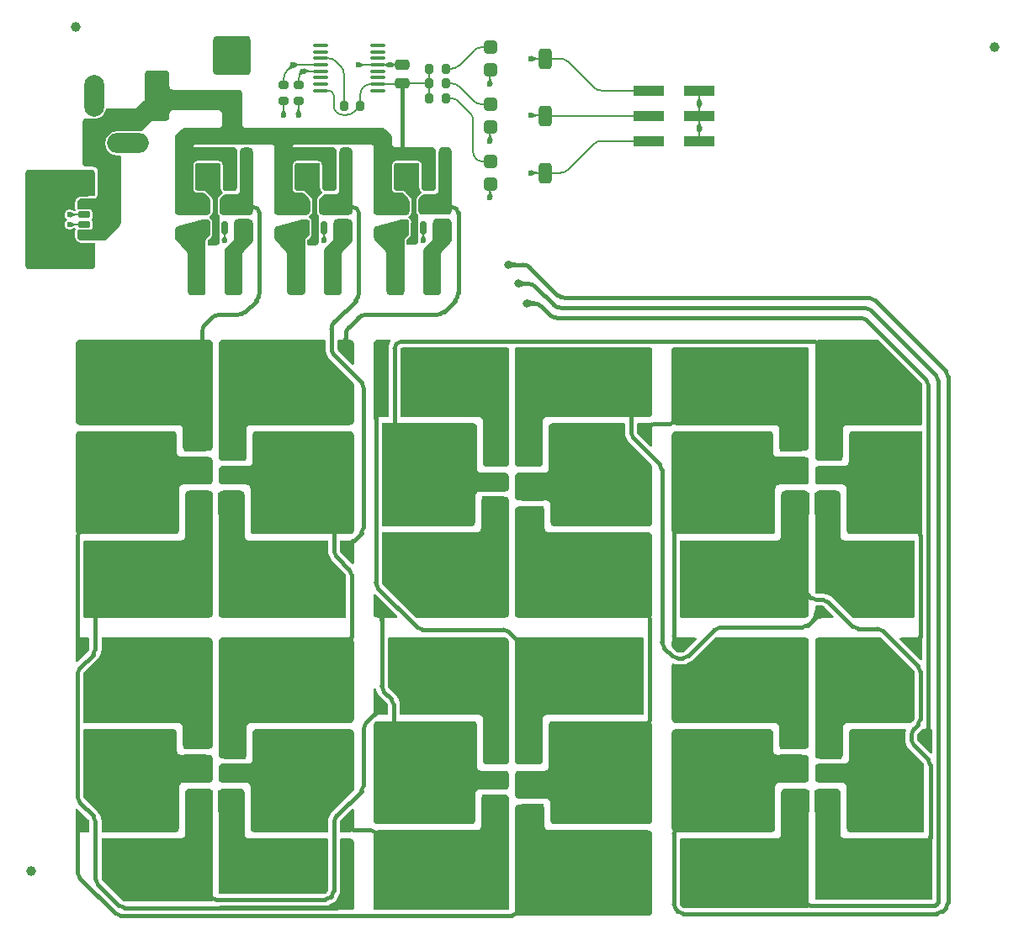
<source format=gtl>
G04 #@! TF.GenerationSoftware,KiCad,Pcbnew,9.0.1-rc2*
G04 #@! TF.CreationDate,2025-03-29T14:30:58-07:00*
G04 #@! TF.ProjectId,backlight,6261636b-6c69-4676-9874-2e6b69636164,rev?*
G04 #@! TF.SameCoordinates,Original*
G04 #@! TF.FileFunction,Copper,L1,Top*
G04 #@! TF.FilePolarity,Positive*
%FSLAX46Y46*%
G04 Gerber Fmt 4.6, Leading zero omitted, Abs format (unit mm)*
G04 Created by KiCad (PCBNEW 9.0.1-rc2) date 2025-03-29 14:30:58*
%MOMM*%
%LPD*%
G01*
G04 APERTURE LIST*
G04 Aperture macros list*
%AMRoundRect*
0 Rectangle with rounded corners*
0 $1 Rounding radius*
0 $2 $3 $4 $5 $6 $7 $8 $9 X,Y pos of 4 corners*
0 Add a 4 corners polygon primitive as box body*
4,1,4,$2,$3,$4,$5,$6,$7,$8,$9,$2,$3,0*
0 Add four circle primitives for the rounded corners*
1,1,$1+$1,$2,$3*
1,1,$1+$1,$4,$5*
1,1,$1+$1,$6,$7*
1,1,$1+$1,$8,$9*
0 Add four rect primitives between the rounded corners*
20,1,$1+$1,$2,$3,$4,$5,0*
20,1,$1+$1,$4,$5,$6,$7,0*
20,1,$1+$1,$6,$7,$8,$9,0*
20,1,$1+$1,$8,$9,$2,$3,0*%
G04 Aperture macros list end*
G04 #@! TA.AperFunction,SMDPad,CuDef*
%ADD10R,2.200000X1.550000*%
G04 #@! TD*
G04 #@! TA.AperFunction,SMDPad,CuDef*
%ADD11R,2.200000X2.500000*%
G04 #@! TD*
G04 #@! TA.AperFunction,ComponentPad*
%ADD12O,4.200000X2.000000*%
G04 #@! TD*
G04 #@! TA.AperFunction,ComponentPad*
%ADD13O,2.000000X4.200000*%
G04 #@! TD*
G04 #@! TA.AperFunction,ComponentPad*
%ADD14R,2.000000X4.600000*%
G04 #@! TD*
G04 #@! TA.AperFunction,SMDPad,CuDef*
%ADD15R,1.550000X2.200000*%
G04 #@! TD*
G04 #@! TA.AperFunction,SMDPad,CuDef*
%ADD16R,2.500000X2.200000*%
G04 #@! TD*
G04 #@! TA.AperFunction,SMDPad,CuDef*
%ADD17RoundRect,0.250000X0.550000X-1.500000X0.550000X1.500000X-0.550000X1.500000X-0.550000X-1.500000X0*%
G04 #@! TD*
G04 #@! TA.AperFunction,SMDPad,CuDef*
%ADD18R,3.150000X1.000000*%
G04 #@! TD*
G04 #@! TA.AperFunction,SMDPad,CuDef*
%ADD19RoundRect,0.150000X0.150000X-0.512500X0.150000X0.512500X-0.150000X0.512500X-0.150000X-0.512500X0*%
G04 #@! TD*
G04 #@! TA.AperFunction,SMDPad,CuDef*
%ADD20RoundRect,0.100000X0.637500X0.100000X-0.637500X0.100000X-0.637500X-0.100000X0.637500X-0.100000X0*%
G04 #@! TD*
G04 #@! TA.AperFunction,SMDPad,CuDef*
%ADD21C,1.000000*%
G04 #@! TD*
G04 #@! TA.AperFunction,ComponentPad*
%ADD22O,1.700000X1.000000*%
G04 #@! TD*
G04 #@! TA.AperFunction,SMDPad,CuDef*
%ADD23RoundRect,0.200000X-0.400000X0.200000X-0.400000X-0.200000X0.400000X-0.200000X0.400000X0.200000X0*%
G04 #@! TD*
G04 #@! TA.AperFunction,SMDPad,CuDef*
%ADD24RoundRect,0.190000X-0.410000X0.190000X-0.410000X-0.190000X0.410000X-0.190000X0.410000X0.190000X0*%
G04 #@! TD*
G04 #@! TA.AperFunction,SMDPad,CuDef*
%ADD25RoundRect,0.175000X0.425000X-0.175000X0.425000X0.175000X-0.425000X0.175000X-0.425000X-0.175000X0*%
G04 #@! TD*
G04 #@! TA.AperFunction,SMDPad,CuDef*
%ADD26RoundRect,0.200000X0.400000X-0.200000X0.400000X0.200000X-0.400000X0.200000X-0.400000X-0.200000X0*%
G04 #@! TD*
G04 #@! TA.AperFunction,SMDPad,CuDef*
%ADD27RoundRect,0.190000X0.410000X-0.190000X0.410000X0.190000X-0.410000X0.190000X-0.410000X-0.190000X0*%
G04 #@! TD*
G04 #@! TA.AperFunction,SMDPad,CuDef*
%ADD28RoundRect,0.175000X-0.425000X0.175000X-0.425000X-0.175000X0.425000X-0.175000X0.425000X0.175000X0*%
G04 #@! TD*
G04 #@! TA.AperFunction,SMDPad,CuDef*
%ADD29RoundRect,0.200000X-0.200000X-0.275000X0.200000X-0.275000X0.200000X0.275000X-0.200000X0.275000X0*%
G04 #@! TD*
G04 #@! TA.AperFunction,SMDPad,CuDef*
%ADD30RoundRect,0.250000X-0.325000X-0.650000X0.325000X-0.650000X0.325000X0.650000X-0.325000X0.650000X0*%
G04 #@! TD*
G04 #@! TA.AperFunction,SMDPad,CuDef*
%ADD31RoundRect,0.250000X-0.475000X0.250000X-0.475000X-0.250000X0.475000X-0.250000X0.475000X0.250000X0*%
G04 #@! TD*
G04 #@! TA.AperFunction,SMDPad,CuDef*
%ADD32RoundRect,0.250000X-0.300000X0.300000X-0.300000X-0.300000X0.300000X-0.300000X0.300000X0.300000X0*%
G04 #@! TD*
G04 #@! TA.AperFunction,SMDPad,CuDef*
%ADD33RoundRect,0.200000X0.200000X0.275000X-0.200000X0.275000X-0.200000X-0.275000X0.200000X-0.275000X0*%
G04 #@! TD*
G04 #@! TA.AperFunction,SMDPad,CuDef*
%ADD34RoundRect,0.249999X0.450001X1.850001X-0.450001X1.850001X-0.450001X-1.850001X0.450001X-1.850001X0*%
G04 #@! TD*
G04 #@! TA.AperFunction,SMDPad,CuDef*
%ADD35RoundRect,0.250000X0.400000X-0.400000X0.400000X0.400000X-0.400000X0.400000X-0.400000X-0.400000X0*%
G04 #@! TD*
G04 #@! TA.AperFunction,SMDPad,CuDef*
%ADD36RoundRect,0.250000X0.400000X-0.750000X0.400000X0.750000X-0.400000X0.750000X-0.400000X-0.750000X0*%
G04 #@! TD*
G04 #@! TA.AperFunction,SMDPad,CuDef*
%ADD37RoundRect,0.200000X-0.275000X0.200000X-0.275000X-0.200000X0.275000X-0.200000X0.275000X0.200000X0*%
G04 #@! TD*
G04 #@! TA.AperFunction,ViaPad*
%ADD38C,1.200000*%
G04 #@! TD*
G04 #@! TA.AperFunction,ViaPad*
%ADD39C,0.600000*%
G04 #@! TD*
G04 #@! TA.AperFunction,ViaPad*
%ADD40C,0.800000*%
G04 #@! TD*
G04 #@! TA.AperFunction,Conductor*
%ADD41C,0.400000*%
G04 #@! TD*
G04 #@! TA.AperFunction,Conductor*
%ADD42C,0.200000*%
G04 #@! TD*
G04 APERTURE END LIST*
D10*
X104000000Y-131525000D03*
D11*
X104000000Y-128950000D03*
D10*
X130000002Y-132475000D03*
D11*
X130000002Y-135050000D03*
D10*
X164000000Y-101525000D03*
D11*
X164000000Y-98950000D03*
D10*
X104000000Y-101525000D03*
D11*
X104000000Y-98950000D03*
D10*
X130000001Y-102474999D03*
D11*
X130000001Y-105049999D03*
D10*
X164000000Y-131525000D03*
D11*
X164000000Y-128950000D03*
D12*
X93300000Y-68225001D03*
D13*
X89900000Y-63425001D03*
D14*
X96200000Y-63425001D03*
D15*
X130875002Y-129500000D03*
D16*
X133450002Y-129500000D03*
D15*
X163125000Y-134500000D03*
D16*
X160550000Y-134500000D03*
D10*
X100000000Y-98475000D03*
D11*
X100000000Y-101050000D03*
D15*
X163125000Y-104500000D03*
D16*
X160550000Y-104500000D03*
D15*
X130875001Y-99499999D03*
D16*
X133450001Y-99499999D03*
D10*
X133999999Y-105524999D03*
D11*
X133999999Y-102949999D03*
D10*
X160000000Y-98475000D03*
D11*
X160000000Y-101050000D03*
D10*
X160000000Y-128475000D03*
D11*
X160000000Y-131050000D03*
D15*
X103125000Y-104500000D03*
D16*
X100550000Y-104500000D03*
D15*
X103125000Y-134500000D03*
D16*
X100550000Y-134500000D03*
D10*
X100000000Y-128475000D03*
D11*
X100000000Y-131050000D03*
D10*
X134000000Y-135525000D03*
D11*
X134000000Y-132950000D03*
D17*
X103750000Y-59387500D03*
X103750000Y-64787500D03*
D18*
X145712500Y-62910000D03*
X150762500Y-62910000D03*
X145712500Y-65450000D03*
X150762500Y-65450000D03*
X145712500Y-67990000D03*
X150762500Y-67990000D03*
D19*
X121093750Y-74487500D03*
X122993750Y-74487500D03*
X122993750Y-76762500D03*
X122043750Y-76762500D03*
X121093750Y-76762500D03*
X101093750Y-74487500D03*
X102993750Y-74487500D03*
X102993750Y-76762500D03*
X102043750Y-76762500D03*
X101093750Y-76762500D03*
X111093750Y-74487500D03*
X112993750Y-74487500D03*
X112993750Y-76762500D03*
X112043750Y-76762500D03*
X111093750Y-76762500D03*
D20*
X112649999Y-62912500D03*
X112649999Y-62262500D03*
X112649999Y-61612500D03*
X112649999Y-60962500D03*
X112649999Y-60312500D03*
X112649999Y-59662500D03*
X112649999Y-59012500D03*
X112649999Y-58362500D03*
X118374999Y-58362500D03*
X118374999Y-59012500D03*
X118374999Y-59662500D03*
X118374999Y-60312500D03*
X118374999Y-60962500D03*
X118374999Y-61612500D03*
X118374999Y-62262500D03*
X118374999Y-62912500D03*
D21*
X83500000Y-141500000D03*
X88000000Y-56500000D03*
X180500000Y-58500000D03*
D22*
X84600000Y-80220000D03*
X88400000Y-80220000D03*
X84600000Y-71580000D03*
X88400000Y-71580000D03*
D23*
X88900000Y-73150000D03*
D24*
X88900000Y-74380000D03*
D25*
X88899999Y-76400000D03*
D26*
X88900000Y-78650000D03*
D27*
X88900000Y-77420000D03*
D28*
X88899999Y-75400000D03*
D29*
X115243750Y-72350002D03*
X113593750Y-72350002D03*
X125250000Y-62200000D03*
X123600000Y-62200000D03*
D30*
X121693750Y-71587500D03*
X118743750Y-71587500D03*
D29*
X125243750Y-70850000D03*
X123593750Y-70850000D03*
X115243749Y-70850002D03*
X113593749Y-70850002D03*
D31*
X120887499Y-62212498D03*
X120887499Y-60312500D03*
D32*
X98743750Y-77300000D03*
X98743750Y-74500000D03*
D31*
X124893750Y-76537500D03*
X124893750Y-74637500D03*
X104893750Y-76537500D03*
X104893750Y-74637500D03*
D29*
X105243750Y-70850000D03*
X103593750Y-70850000D03*
D30*
X101693750Y-71587500D03*
X98743750Y-71587500D03*
D32*
X118743750Y-77300000D03*
X118743750Y-74500000D03*
X108743750Y-77300000D03*
X108743750Y-74500000D03*
D29*
X105243750Y-69350000D03*
X103593750Y-69350000D03*
X115243750Y-69350000D03*
X113593750Y-69350000D03*
X125250000Y-63700000D03*
X123600000Y-63700000D03*
D31*
X114893750Y-76537500D03*
X114893750Y-74637500D03*
D29*
X105243750Y-72350000D03*
X103593750Y-72350000D03*
D33*
X114987500Y-64437498D03*
X116637500Y-64437498D03*
D34*
X100193750Y-81237500D03*
X103893750Y-81237500D03*
D30*
X111693750Y-71587500D03*
X108743750Y-71587500D03*
D34*
X120193750Y-81237500D03*
X123893750Y-81237500D03*
D35*
X129737500Y-60850000D03*
D36*
X135237500Y-59700000D03*
D35*
X129737500Y-58550000D03*
X129737500Y-64300000D03*
D36*
X135237500Y-65450000D03*
D35*
X129737500Y-66600000D03*
D37*
X110425000Y-63987500D03*
X110425000Y-62337500D03*
D29*
X125243750Y-72339998D03*
X123593750Y-72339998D03*
X125243750Y-69350000D03*
X123593750Y-69350000D03*
X125250000Y-60700000D03*
X123600000Y-60700000D03*
D35*
X129737500Y-72350000D03*
D36*
X135237500Y-71200000D03*
D35*
X129737500Y-70050000D03*
D37*
X108950000Y-63987500D03*
X108950000Y-62337500D03*
D34*
X110193750Y-81237500D03*
X113893750Y-81237500D03*
D38*
X101000000Y-126000000D03*
X99000000Y-126000000D03*
X99000000Y-124000000D03*
X123000000Y-112000000D03*
X88800000Y-136800000D03*
D39*
X129700000Y-62300000D03*
X129700000Y-68000000D03*
X129700000Y-73700000D03*
X119640000Y-60312500D03*
X105100000Y-60700000D03*
X105100000Y-59400000D03*
X102400000Y-60700000D03*
X102400000Y-59400000D03*
X133800000Y-59700000D03*
X133800000Y-65400000D03*
X133800000Y-71200000D03*
D40*
X132534314Y-82365686D03*
X131500000Y-80450000D03*
X133368628Y-84331372D03*
X125200000Y-78200000D03*
X115200000Y-78200000D03*
X105200000Y-78200000D03*
D39*
X100418750Y-70587500D03*
X110425000Y-72575000D03*
X112050000Y-73325000D03*
X110425000Y-71575000D03*
X112050000Y-78012500D03*
X116437500Y-60312499D03*
X112050000Y-75612500D03*
X150762500Y-66690000D03*
X122043750Y-78000000D03*
X110425000Y-70575000D03*
X102043750Y-73337500D03*
X122043750Y-75600000D03*
X102043750Y-75625000D03*
X100418750Y-72587500D03*
X102043750Y-78025000D03*
X87675000Y-73150000D03*
X86375000Y-78625000D03*
X108925000Y-65362500D03*
X122043750Y-73312500D03*
X110425000Y-65362500D03*
X86375000Y-73150000D03*
X120418750Y-70562500D03*
X100418750Y-71587500D03*
X87675000Y-78625000D03*
X120418750Y-71562500D03*
X120418750Y-72562500D03*
X150762501Y-64190000D03*
D38*
X101000000Y-96000000D03*
X93000000Y-96000000D03*
X97000000Y-92000000D03*
X101000000Y-92000000D03*
X101000000Y-94000000D03*
X97000000Y-96000000D03*
X99000000Y-96000000D03*
X93000000Y-92000000D03*
X95000000Y-94000000D03*
X99000000Y-94000000D03*
X157000000Y-130500000D03*
X157000000Y-136500000D03*
X157000000Y-132500000D03*
X155000000Y-136500000D03*
X155000000Y-128500000D03*
X157000000Y-134500000D03*
X153000000Y-130500000D03*
X155000000Y-132500000D03*
X153000000Y-134500000D03*
X157000000Y-128500000D03*
X111000000Y-109000000D03*
X109000000Y-111000000D03*
X107000000Y-113000000D03*
X103000000Y-113000000D03*
X105000000Y-111000000D03*
X103000000Y-109000000D03*
X105000000Y-109000000D03*
X103000000Y-111000000D03*
X115200000Y-109000000D03*
X103000000Y-107500000D03*
X107000000Y-109000000D03*
X161000000Y-141000000D03*
X161000000Y-143000000D03*
X161000000Y-139000000D03*
X153000000Y-139000000D03*
X157000000Y-139000000D03*
X159000000Y-141000000D03*
X157000000Y-143000000D03*
X159000000Y-139000000D03*
X161000000Y-137000000D03*
X155000000Y-141000000D03*
X105000000Y-94000000D03*
X103000000Y-96000000D03*
X105000000Y-90000000D03*
X103000000Y-92000000D03*
X105000000Y-96000000D03*
X109000000Y-94000000D03*
X103000000Y-94000000D03*
X111000000Y-92000000D03*
X107000000Y-92000000D03*
X111000000Y-96000000D03*
X115200000Y-88800000D03*
X107000000Y-96000000D03*
X93000000Y-104500000D03*
X88800000Y-118800000D03*
X101000000Y-122000000D03*
X97000000Y-106500000D03*
X99000000Y-120000000D03*
X97000000Y-126000000D03*
X93000000Y-100500000D03*
X97000000Y-122000000D03*
X97000000Y-100500000D03*
X97000000Y-104500000D03*
X101000000Y-124000000D03*
X95000000Y-124000000D03*
X95000000Y-106500000D03*
X93000000Y-126000000D03*
X93000000Y-122000000D03*
X97000000Y-102500000D03*
X95000000Y-98500000D03*
X95000000Y-102500000D03*
X97000000Y-98500000D03*
X133000001Y-140000001D03*
X137000001Y-142000001D03*
X97000000Y-134500000D03*
X135000001Y-140000001D03*
X95000000Y-136500000D03*
X133000001Y-142000001D03*
X97000000Y-136500000D03*
X93000000Y-134500000D03*
X95000000Y-132500000D03*
X95000000Y-128500000D03*
X133000001Y-138000001D03*
X97000000Y-128500000D03*
X141000001Y-142000001D03*
X93000000Y-130500000D03*
X97000000Y-132500000D03*
X97000000Y-130500000D03*
X139000001Y-140000001D03*
X135000001Y-144000001D03*
X141000001Y-138000000D03*
X137000001Y-138000001D03*
X135000002Y-138000000D03*
X135000001Y-107999999D03*
X139000001Y-131500001D03*
X133000000Y-112000000D03*
X137000000Y-108000000D03*
X141000000Y-112000000D03*
X137000002Y-135500001D03*
X135000000Y-110000000D03*
X137000001Y-133500001D03*
X139000000Y-110000000D03*
X141000001Y-133500001D03*
X133000000Y-108000000D03*
X133000000Y-110000000D03*
X137000002Y-131500001D03*
X137000001Y-129500001D03*
X137000000Y-112000000D03*
X139000001Y-127500001D03*
X139000001Y-135500001D03*
X137000001Y-127500002D03*
X135000000Y-114000000D03*
X141000000Y-107999999D03*
X141000001Y-129500002D03*
X161000000Y-94000000D03*
X137000001Y-101500000D03*
X161000000Y-92000000D03*
X137000000Y-103500000D03*
X141000000Y-103500000D03*
X139000000Y-105500000D03*
X157000000Y-96000000D03*
X139000000Y-101500000D03*
X137000000Y-99500000D03*
X159000000Y-96000000D03*
X137000000Y-97500001D03*
X153000000Y-96000000D03*
X159000000Y-90000000D03*
X153000000Y-92000000D03*
X141000000Y-99500001D03*
X159000000Y-94000000D03*
X145200000Y-97200000D03*
X139000000Y-97500000D03*
X157000000Y-92000000D03*
X161000000Y-96000000D03*
X137000001Y-105500000D03*
X155000000Y-94000000D03*
X157000000Y-106500000D03*
X153000000Y-104500000D03*
X155000000Y-102500000D03*
X161000000Y-124000000D03*
X153000000Y-126000000D03*
X153000000Y-100500000D03*
X157000000Y-102500000D03*
X155000000Y-106500000D03*
X159000000Y-120000000D03*
X157000000Y-104500000D03*
X153000000Y-122000000D03*
X155000000Y-124000000D03*
X155000000Y-98500000D03*
X157000000Y-126000000D03*
X161000000Y-126000000D03*
X159000000Y-124000000D03*
X157000000Y-122000000D03*
X159000000Y-126000000D03*
X157000000Y-98500000D03*
X148800000Y-118800000D03*
X157000000Y-100500000D03*
X161000000Y-122000000D03*
X101000000Y-109000000D03*
X105000000Y-141000000D03*
X101000000Y-111000000D03*
X107000000Y-139000000D03*
X99000000Y-111000000D03*
X101000000Y-107500000D03*
X103000000Y-141000000D03*
X107000000Y-143000000D03*
X99000000Y-109000000D03*
X111000000Y-139000000D03*
X105000000Y-139000000D03*
X115200000Y-144600000D03*
X93000000Y-109000000D03*
X103000000Y-139000000D03*
X97000000Y-113000000D03*
X95000000Y-111000000D03*
X103000000Y-137500000D03*
X101000000Y-113000000D03*
X109000000Y-141000000D03*
X103000000Y-143000000D03*
X97000000Y-109000000D03*
X129000000Y-125000000D03*
X101000000Y-137500000D03*
X131000000Y-127000000D03*
X118800000Y-125000000D03*
X101000000Y-143000000D03*
X97000000Y-143000000D03*
X99000000Y-141000000D03*
X99000000Y-139000000D03*
X97000000Y-139000000D03*
X131000002Y-125000000D03*
X131000000Y-123000000D03*
X101000000Y-139000000D03*
X101000000Y-141000000D03*
X131000001Y-121000001D03*
X93000000Y-139000000D03*
X129000001Y-123000000D03*
X127000001Y-121000001D03*
X95000000Y-141000000D03*
X123000001Y-125000000D03*
X125000001Y-123000000D03*
X127000001Y-125000000D03*
X131000001Y-94999999D03*
X130999999Y-92999999D03*
X125000000Y-92999999D03*
X118800000Y-95000000D03*
X133000000Y-125000000D03*
X131000000Y-91000000D03*
X127000000Y-94999999D03*
X133000002Y-123000000D03*
X135000001Y-123000000D03*
X133000001Y-121000000D03*
X129000000Y-92999999D03*
X135000002Y-125000000D03*
X123000000Y-94999999D03*
X137000001Y-121000000D03*
X141000001Y-125000000D03*
X127000000Y-91000000D03*
X133000002Y-127000000D03*
X137000001Y-125000000D03*
X128999999Y-94999999D03*
X139000001Y-123000000D03*
X130999999Y-96999999D03*
X135000001Y-94999999D03*
X163000000Y-111000000D03*
X163000000Y-107500000D03*
X163000000Y-115400000D03*
X133000001Y-92999999D03*
X133000001Y-96999999D03*
X163000000Y-113000000D03*
X133000000Y-90999999D03*
X167000000Y-109000000D03*
X165000000Y-111000000D03*
X163000000Y-109000000D03*
X169000000Y-111000000D03*
X137000000Y-94999999D03*
X165000000Y-109000000D03*
X132999999Y-94999999D03*
X135000000Y-92999999D03*
X139000000Y-92999999D03*
X167000000Y-113000000D03*
X171000000Y-109000000D03*
X141000000Y-94999999D03*
X137000000Y-90999999D03*
X157000000Y-113000000D03*
X171000000Y-139000000D03*
X155000000Y-111000000D03*
X167000000Y-139000000D03*
X159000000Y-109000000D03*
X161000000Y-109000000D03*
X163000000Y-143000000D03*
X161000000Y-107500000D03*
X165000000Y-141000000D03*
X157000000Y-109000000D03*
X161000000Y-113000000D03*
X169000000Y-141000000D03*
X163000000Y-139000000D03*
X165000000Y-139000000D03*
X163000000Y-137000000D03*
X161000000Y-111000000D03*
X153000000Y-109000000D03*
X163000000Y-141000000D03*
X159000000Y-111000000D03*
X167000000Y-143000000D03*
X107000000Y-102500000D03*
X111000000Y-100500000D03*
X107000000Y-100500000D03*
X109000000Y-98500000D03*
X107000000Y-106500000D03*
X103000000Y-122000000D03*
X111000000Y-126000000D03*
X105000000Y-124000000D03*
X109000000Y-124000000D03*
X103000000Y-126000000D03*
X109000000Y-102500000D03*
X107000000Y-104500000D03*
X109000000Y-106500000D03*
X103000000Y-124000000D03*
X107000000Y-122000000D03*
X111000000Y-122000000D03*
X105000000Y-126000000D03*
X107000000Y-126000000D03*
X105000000Y-120000000D03*
X107000000Y-98500000D03*
X111000000Y-104500000D03*
D39*
X102993750Y-78037500D03*
X112993750Y-78000000D03*
X122993750Y-77987500D03*
D38*
X165000000Y-126000000D03*
X167000000Y-122000000D03*
X167000000Y-126000000D03*
X163000000Y-126000000D03*
X163000000Y-124000000D03*
X169000000Y-98500000D03*
X167000000Y-100500000D03*
X163000000Y-122000000D03*
X172400000Y-106800000D03*
X172400000Y-118800000D03*
X171000000Y-126000000D03*
X167000000Y-104500000D03*
X167000000Y-106500000D03*
X167000000Y-102500000D03*
X165000000Y-120000000D03*
X171000000Y-122000000D03*
X171000000Y-100500000D03*
X169000000Y-106500000D03*
X165000000Y-124000000D03*
X167000000Y-98500000D03*
X169000000Y-102500000D03*
X171000000Y-104500000D03*
X169000000Y-124000000D03*
X126999999Y-101500000D03*
X127000000Y-99500001D03*
X171000000Y-92000000D03*
X163000000Y-94000000D03*
X163000000Y-96000000D03*
X163000000Y-92000000D03*
X127000000Y-97500001D03*
X127000000Y-103500000D03*
X165000000Y-94000000D03*
X123000000Y-103500000D03*
X125000000Y-101500000D03*
X171000000Y-96000000D03*
X125000000Y-105500000D03*
X169000000Y-94000000D03*
X165000000Y-96000000D03*
X125000000Y-97500000D03*
X123000000Y-99500000D03*
X167000000Y-92000000D03*
X167000000Y-96000000D03*
X165000000Y-90000000D03*
X126999999Y-105500000D03*
X127000001Y-129500002D03*
X125000001Y-135500001D03*
X127000000Y-108000000D03*
X129000000Y-110000000D03*
X127000001Y-133500001D03*
X129000000Y-114000000D03*
X125000001Y-127500001D03*
X123000001Y-133500001D03*
X131000000Y-108000000D03*
X131000000Y-110000000D03*
X125000001Y-131500001D03*
X128999999Y-107999999D03*
X123000001Y-129500001D03*
X125000000Y-110000000D03*
X131000000Y-112000000D03*
X127000000Y-135500001D03*
X123000000Y-108000000D03*
X127000000Y-131500001D03*
X127000000Y-112000000D03*
X127000001Y-127500002D03*
X118800000Y-115200000D03*
X107000000Y-130500000D03*
X127000001Y-138000001D03*
X129000000Y-138000000D03*
X107000000Y-128500000D03*
X131000001Y-138000001D03*
X129000001Y-144000001D03*
X123000001Y-142000001D03*
X127000001Y-142000001D03*
X115200000Y-136800000D03*
X123000001Y-138000001D03*
X131000001Y-142000001D03*
X109000000Y-132500000D03*
X111000000Y-134500000D03*
X129000001Y-140000001D03*
X111000000Y-130500000D03*
X125000001Y-140000001D03*
X109000000Y-136500000D03*
X107000000Y-136500000D03*
X107000000Y-132500000D03*
X131000001Y-140000001D03*
X107000000Y-134500000D03*
X109000000Y-128500000D03*
X167000000Y-136500000D03*
X169000000Y-136500000D03*
X99000000Y-90000000D03*
X171000000Y-130500000D03*
X169000000Y-128500000D03*
X169000000Y-132500000D03*
X167000000Y-134500000D03*
X167000000Y-132500000D03*
X173400000Y-128000000D03*
X167000000Y-130500000D03*
X167000000Y-128500000D03*
X171000000Y-134500000D03*
D39*
X110875000Y-60962500D03*
X87400000Y-75400000D03*
X87400000Y-76400000D03*
X109900001Y-60312500D03*
D41*
X88439067Y-137160932D02*
X88800000Y-136800000D01*
X88439067Y-137160932D02*
G75*
G03*
X88199986Y-137738092I577133J-577168D01*
G01*
X88200000Y-137738092D02*
X88200000Y-141661907D01*
X88200000Y-141661907D02*
G75*
G03*
X88439076Y-142239058I816200J7D01*
G01*
X88439067Y-142239067D02*
X91960932Y-145760932D01*
X92538092Y-146000000D02*
G75*
G02*
X91960941Y-145760923I8J816200D01*
G01*
X92538092Y-146000000D02*
X131861907Y-146000000D01*
X131861907Y-146000000D02*
G75*
G03*
X132439058Y-145760923I-7J816200D01*
G01*
X132439067Y-145760932D02*
X133000000Y-145200000D01*
X135681241Y-85481241D02*
G75*
G03*
X136450791Y-85800008I769559J769541D01*
G01*
X135681241Y-85481241D02*
X134850130Y-84650130D01*
X136450791Y-85800000D02*
X167061907Y-85800000D01*
X136081241Y-84481241D02*
G75*
G03*
X136850791Y-84800008I769559J769541D01*
G01*
X136081241Y-84481241D02*
X134284444Y-82684444D01*
X167461907Y-84800000D02*
X136850791Y-84800000D01*
X167461907Y-84800000D02*
G75*
G02*
X168039058Y-85039076I-7J-816200D01*
G01*
X168039067Y-85039067D02*
X174560932Y-91560932D01*
X167861907Y-83800000D02*
G75*
G02*
X168439058Y-84039076I-7J-816200D01*
G01*
X167861907Y-83800000D02*
X137250791Y-83800000D01*
X168439067Y-84039067D02*
X175560932Y-91160932D01*
D42*
X133935355Y-65400000D02*
X133885355Y-65450000D01*
X135237500Y-65450000D02*
X135187500Y-65400000D01*
X133825000Y-65425000D02*
X133800000Y-65400000D01*
X133885355Y-65450000D02*
G75*
G02*
X133825013Y-65424987I45J85400D01*
G01*
X135187500Y-65400000D02*
X133935355Y-65400000D01*
X109268758Y-60943742D02*
G75*
G03*
X108949992Y-61713292I769542J-769558D01*
G01*
X110650000Y-61187500D02*
G75*
G03*
X110424999Y-61730698I543200J-543200D01*
G01*
D41*
X134850130Y-84650130D02*
G75*
G03*
X134080580Y-84331392I-769530J-769570D01*
G01*
D42*
X137556257Y-70881241D02*
G75*
G02*
X136786708Y-71200007I-769557J769541D01*
G01*
X140898291Y-67990000D02*
G75*
G03*
X140128747Y-68308764I9J-1088300D01*
G01*
X140128741Y-62591241D02*
G75*
G03*
X140898291Y-62910008I769559J769541D01*
G01*
X137556258Y-60018758D02*
G75*
G03*
X136786708Y-59699992I-769558J-769542D01*
G01*
X114668741Y-60456241D02*
G75*
G02*
X114987508Y-61225791I-769541J-769559D01*
G01*
X114193758Y-59981258D02*
G75*
G03*
X113424208Y-59662492I-769558J-769542D01*
G01*
X128275000Y-69775000D02*
G75*
G03*
X128938908Y-70049996I663900J663900D01*
G01*
X128000000Y-69111091D02*
G75*
G03*
X128274997Y-69775003I938900J-9D01*
G01*
X126575008Y-64018758D02*
G75*
G03*
X125805458Y-63700027I-769508J-769542D01*
G01*
X127681241Y-65124991D02*
G75*
G02*
X127999973Y-65894541I-769541J-769509D01*
G01*
X128081241Y-63981241D02*
G75*
G03*
X128850791Y-64300008I769559J769541D01*
G01*
X126618758Y-62518758D02*
G75*
G03*
X125849208Y-62199992I-769558J-769542D01*
G01*
X126600007Y-60381241D02*
G75*
G02*
X125830458Y-60699971I-769507J769541D01*
G01*
X128882041Y-58550000D02*
G75*
G03*
X128112472Y-58868739I-41J-1088300D01*
G01*
D41*
X126318750Y-74818750D02*
G75*
G02*
X126499989Y-75256326I-437550J-437550D01*
G01*
X126318750Y-74818750D02*
G75*
G03*
X125881173Y-74637511I-437550J-437550D01*
G01*
X117200791Y-85500000D02*
G75*
G03*
X116431248Y-85818764I9J-1088300D01*
G01*
X115518758Y-86731241D02*
G75*
G03*
X115199991Y-87500791I769542J-769559D01*
G01*
X126500000Y-83299208D02*
G75*
G02*
X126181236Y-84068752I-1088300J8D01*
G01*
X125068758Y-85181241D02*
G75*
G02*
X124299208Y-85500007I-769558J769541D01*
G01*
X134284444Y-82684444D02*
G75*
G03*
X133514894Y-82365692I-769544J-769556D01*
G01*
X116318750Y-74818750D02*
G75*
G02*
X116499989Y-75256326I-437550J-437550D01*
G01*
X113750000Y-88849208D02*
G75*
G03*
X114068764Y-89618752I1088300J8D01*
G01*
X116318750Y-74818750D02*
G75*
G03*
X115881173Y-74637511I-437550J-437550D01*
G01*
X114068757Y-86181241D02*
G75*
G03*
X113749991Y-86950791I769543J-769559D01*
G01*
X116500000Y-83299208D02*
G75*
G02*
X116181236Y-84068753I-1088300J8D01*
G01*
X133768758Y-80768758D02*
G75*
G03*
X132999208Y-80449992I-769558J-769542D01*
G01*
X136481241Y-83481241D02*
G75*
G03*
X137250791Y-83800008I769559J769541D01*
G01*
X101068757Y-86431241D02*
G75*
G03*
X100749991Y-87200791I769543J-769559D01*
G01*
X106500000Y-83299208D02*
G75*
G02*
X106181236Y-84068752I-1088300J8D01*
G01*
X106318750Y-74818750D02*
G75*
G02*
X106499989Y-75256326I-437550J-437550D01*
G01*
X106318750Y-74818750D02*
G75*
G03*
X105881173Y-74637511I-437550J-437550D01*
G01*
X105068758Y-85181241D02*
G75*
G02*
X104299208Y-85500007I-769558J769541D01*
G01*
X102450791Y-85500000D02*
G75*
G03*
X101681247Y-85818764I9J-1088300D01*
G01*
D42*
X129718750Y-60868750D02*
G75*
G03*
X129700007Y-60914016I45250J-45250D01*
G01*
X129718750Y-72368750D02*
G75*
G03*
X129700007Y-72414016I45250J-45250D01*
G01*
X129718750Y-66618750D02*
G75*
G03*
X129700007Y-66664016I45250J-45250D01*
G01*
X108937500Y-64000000D02*
G75*
G03*
X108924991Y-64030177I30200J-30200D01*
G01*
X120862499Y-62237499D02*
G75*
G02*
X120802141Y-62262517I-60399J60399D01*
G01*
X120908834Y-62200000D02*
G75*
G03*
X120893738Y-62206239I-34J-21300D01*
G01*
D41*
X120887499Y-68728659D02*
G75*
G03*
X120893737Y-68743761I21301J-41D01*
G01*
X120887499Y-62221335D02*
G75*
G03*
X120881186Y-62218682I-3699J35D01*
G01*
D42*
X120893748Y-62206249D02*
G75*
G03*
X120887514Y-62221335I15052J-15051D01*
G01*
X116031256Y-65043741D02*
G75*
G02*
X115261706Y-65362506I-769556J769541D01*
G01*
X113975000Y-64423591D02*
G75*
G03*
X114249997Y-65087503I938900J-9D01*
G01*
X116956250Y-62581250D02*
G75*
G03*
X116637492Y-63350780I769550J-769550D01*
G01*
X117725780Y-62262500D02*
G75*
G03*
X116956256Y-62581256I20J-1088300D01*
G01*
X114250000Y-65087500D02*
G75*
G03*
X114913908Y-65362496I663900J663900D01*
G01*
X113825000Y-63062500D02*
G75*
G02*
X113974987Y-63424632I-362100J-362100D01*
G01*
X113825000Y-63062500D02*
G75*
G03*
X113462867Y-62912513I-362100J-362100D01*
G01*
X118843628Y-62262500D02*
X117906372Y-62262500D01*
X120881251Y-62218747D02*
X120893748Y-62206249D01*
D41*
X148439067Y-137160932D02*
X148800000Y-136800000D01*
X148200000Y-144861907D02*
X148200000Y-137738092D01*
X149138092Y-145800000D02*
X174661907Y-145800000D01*
X175560932Y-145239067D02*
X175239067Y-145560931D01*
X175800000Y-91738092D02*
X175800000Y-144661907D01*
X133768758Y-80768758D02*
X136481241Y-83481241D01*
X132999208Y-80450000D02*
X131500000Y-80450000D01*
X148439067Y-137160932D02*
G75*
G03*
X148199986Y-137738092I577133J-577168D01*
G01*
X148439067Y-145439067D02*
X148560932Y-145560932D01*
X175560932Y-145239067D02*
G75*
G03*
X175800013Y-144661907I-577132J577167D01*
G01*
X175800000Y-91738092D02*
G75*
G03*
X175560923Y-91160941I-816200J-8D01*
G01*
X148200000Y-144861907D02*
G75*
G03*
X148439076Y-145439058I816200J7D01*
G01*
X149138092Y-145800000D02*
G75*
G02*
X148560941Y-145560923I8J816200D01*
G01*
X175239067Y-145560931D02*
G75*
G02*
X174661907Y-145800012I-577167J577131D01*
G01*
D42*
X129700000Y-60914016D02*
X129700000Y-62300000D01*
X129718750Y-60868750D02*
X129737500Y-60850000D01*
X129700000Y-66664016D02*
X129700000Y-68000000D01*
X129718750Y-66618750D02*
X129737500Y-66600000D01*
X129718750Y-72368750D02*
X129737500Y-72350000D01*
X129700000Y-72414016D02*
X129700000Y-73700000D01*
X119640000Y-60312500D02*
X118375000Y-60312500D01*
X119640000Y-60312500D02*
X120887500Y-60312500D01*
X87400000Y-75400000D02*
X88649999Y-75400000D01*
X87400000Y-76400000D02*
X88649999Y-76400000D01*
D41*
X173600000Y-127800000D02*
X173400000Y-128000000D01*
X173800000Y-92538092D02*
X173800000Y-127317157D01*
X133368628Y-84331372D02*
X134080580Y-84331372D01*
X173800000Y-92538092D02*
G75*
G03*
X173560923Y-91960941I-816200J-8D01*
G01*
X167639067Y-86039067D02*
X173560932Y-91960932D01*
X173600000Y-127800000D02*
G75*
G03*
X173799953Y-127317157I-482900J482800D01*
G01*
X167639067Y-86039067D02*
G75*
G03*
X167061907Y-85799987I-577167J-577133D01*
G01*
X161360932Y-144760932D02*
X161000000Y-144400000D01*
X174800000Y-144658578D02*
X174800000Y-92138092D01*
X174458578Y-145000000D02*
G75*
G03*
X174700006Y-144900006I22J341400D01*
G01*
X174458578Y-145000000D02*
X161938092Y-145000000D01*
X174800000Y-144658578D02*
G75*
G02*
X174700006Y-144900006I-341400J-22D01*
G01*
X174800000Y-92138092D02*
G75*
G03*
X174560923Y-91560941I-816200J-8D01*
G01*
X161360932Y-144760932D02*
G75*
G03*
X161938092Y-145000013I577168J577132D01*
G01*
X133514894Y-82365686D02*
X132534314Y-82365686D01*
D42*
X128938908Y-70050000D02*
X129737500Y-70050000D01*
X128000000Y-69111091D02*
X128000000Y-65894541D01*
X126575008Y-64018758D02*
X127681241Y-65124991D01*
X125805458Y-63700000D02*
X125250000Y-63700000D01*
X128850791Y-64300000D02*
X129737500Y-64300000D01*
X128081241Y-63981241D02*
X126618758Y-62518758D01*
X125849208Y-62200000D02*
X125250000Y-62200000D01*
X126600007Y-60381241D02*
X128112491Y-58868758D01*
X128882041Y-58550000D02*
X129737500Y-58550000D01*
X125830458Y-60700000D02*
X125250000Y-60700000D01*
X123600000Y-62200000D02*
X123600000Y-63700000D01*
X123600000Y-62200000D02*
X123600000Y-60700000D01*
X120908834Y-62200000D02*
X123600000Y-62200000D01*
D41*
X120887499Y-68728659D02*
X120887499Y-62221335D01*
X120893749Y-68743749D02*
X120900000Y-68750000D01*
D42*
X133800000Y-59700000D02*
X135237500Y-59700000D01*
X133800000Y-71200000D02*
X135237500Y-71200000D01*
D41*
X115200000Y-87500791D02*
X115200000Y-88800000D01*
X117200791Y-85500000D02*
X124299208Y-85500000D01*
X126500000Y-75256326D02*
X126500000Y-83299208D01*
X116431241Y-85818757D02*
X115518758Y-86731241D01*
X125881173Y-74637500D02*
X124893750Y-74637500D01*
X126181241Y-84068757D02*
X125068758Y-85181241D01*
X115881173Y-74637500D02*
X114893750Y-74637500D01*
X114068757Y-86181241D02*
X116181241Y-84068758D01*
X114068758Y-89618758D02*
X116760932Y-92310932D01*
X116500000Y-75256326D02*
X116500000Y-83299208D01*
X115200000Y-109000000D02*
X116760932Y-107439067D01*
X117000000Y-92888092D02*
X117000000Y-106861907D01*
X117000000Y-92888092D02*
G75*
G03*
X116760923Y-92310941I-816200J-8D01*
G01*
X116760932Y-107439067D02*
G75*
G03*
X117000013Y-106861907I-577132J577167D01*
G01*
X113750000Y-88849208D02*
X113750000Y-86950791D01*
X100750000Y-87200791D02*
X100750000Y-88250000D01*
X101068757Y-86431241D02*
X101681241Y-85818758D01*
X104299208Y-85500000D02*
X102450791Y-85500000D01*
X106500000Y-83299208D02*
X106500000Y-75256326D01*
X106181241Y-84068757D02*
X105068758Y-85181241D01*
X105881173Y-74637500D02*
X104893750Y-74637500D01*
D42*
X136786708Y-59700000D02*
X135237500Y-59700000D01*
X140128741Y-62591241D02*
X137556258Y-60018758D01*
X140898291Y-62910000D02*
X145712500Y-62910000D01*
X140898291Y-67990000D02*
X145712500Y-67990000D01*
X136786708Y-71200000D02*
X135237500Y-71200000D01*
X137556257Y-70881241D02*
X140128741Y-68308758D01*
X135237500Y-65450000D02*
X145712499Y-65450000D01*
X113462867Y-62912500D02*
X112650000Y-62912500D01*
X115261706Y-65362500D02*
X114913908Y-65362500D01*
X120802141Y-62262500D02*
X118843628Y-62262500D01*
X117906372Y-62262500D02*
X117725780Y-62262500D01*
X113975000Y-64423591D02*
X113975000Y-63424632D01*
X116637500Y-64437498D02*
X116031256Y-65043741D01*
X116637500Y-64437498D02*
X116637500Y-63350780D01*
X120862499Y-62237499D02*
X120881251Y-62218747D01*
X150762501Y-64190000D02*
X150762500Y-62910000D01*
X150762501Y-65450000D02*
X150762501Y-64190000D01*
X108925000Y-65362500D02*
X108925000Y-64030177D01*
X116437500Y-60312499D02*
X118375000Y-60312499D01*
X108937500Y-64000000D02*
X108950000Y-63987500D01*
X110425000Y-65362500D02*
X110425000Y-63987500D01*
X150762500Y-66690000D02*
X150762500Y-67990000D01*
X150762501Y-65450000D02*
X150762500Y-66690000D01*
D41*
X88800000Y-118800000D02*
X88439067Y-118439067D01*
X88200000Y-107838092D02*
X88200000Y-117861907D01*
X88439067Y-107260932D02*
X91700000Y-104000000D01*
X88439067Y-107260932D02*
G75*
G03*
X88199986Y-107838092I577133J-577168D01*
G01*
X88200000Y-117861907D02*
G75*
G03*
X88439076Y-118439058I816200J7D01*
G01*
X145560932Y-115560932D02*
X145200000Y-115200000D01*
X145800000Y-116138092D02*
X145800000Y-126261907D01*
X145560932Y-126839067D02*
X145200000Y-127200000D01*
X145560932Y-115560932D02*
G75*
G02*
X145800013Y-116138092I-577132J-577168D01*
G01*
X145560932Y-126839067D02*
G75*
G03*
X145800013Y-126261907I-577132J577167D01*
G01*
X146238092Y-96500000D02*
X147761907Y-96500000D01*
X145660932Y-96739067D02*
X145200000Y-97200000D01*
X148339067Y-96260932D02*
X148600000Y-96000000D01*
X147761907Y-96500000D02*
G75*
G03*
X148339058Y-96260923I-7J816200D01*
G01*
X146238092Y-96500000D02*
G75*
G03*
X145660942Y-96739077I8J-816200D01*
G01*
X148800000Y-118800000D02*
X148439067Y-118439067D01*
X148439067Y-107160932D02*
X148800000Y-106800000D01*
X148200000Y-107738092D02*
X148200000Y-117861907D01*
X148439067Y-107160932D02*
G75*
G03*
X148199986Y-107738092I577133J-577168D01*
G01*
X148200000Y-117861907D02*
G75*
G03*
X148439076Y-118439058I816200J7D01*
G01*
X88439067Y-134631960D02*
X89760932Y-135953825D01*
X90000000Y-119161907D02*
X90000000Y-115100000D01*
X88200000Y-134054800D02*
X88200000Y-121638092D01*
X89760932Y-119739067D02*
X88439067Y-121060932D01*
X92938092Y-145200000D02*
X114261907Y-145200000D01*
X90000000Y-136530985D02*
X90000000Y-142261907D01*
X114839067Y-144960932D02*
X115200000Y-144600000D01*
X92360932Y-144960932D02*
X90239067Y-142839067D01*
X89760932Y-119739067D02*
G75*
G03*
X90000013Y-119161907I-577132J577167D01*
G01*
X88200000Y-134054800D02*
G75*
G03*
X88439073Y-134631954I816200J0D01*
G01*
X114261907Y-145200000D02*
G75*
G03*
X114839058Y-144960923I-7J816200D01*
G01*
X90000000Y-136530985D02*
G75*
G03*
X89760919Y-135953838I-816200J-15D01*
G01*
X92938092Y-145200000D02*
G75*
G02*
X92360941Y-144960923I8J816200D01*
G01*
X90239067Y-142839067D02*
G75*
G02*
X89999987Y-142261907I577133J577167D01*
G01*
X88439067Y-121060932D02*
G75*
G03*
X88199986Y-121638092I577133J-577168D01*
G01*
X102138092Y-144400000D02*
X113061907Y-144400000D01*
X101560932Y-144160932D02*
X101212132Y-143812132D01*
X117000000Y-132861907D02*
X117000000Y-127138092D01*
X114239067Y-135960932D02*
X116760932Y-133439067D01*
X118800000Y-125000000D02*
X117239067Y-126560932D01*
X114000000Y-136538092D02*
X114000000Y-143461907D01*
X101000000Y-143000000D02*
X101000000Y-143300000D01*
X113639067Y-144160932D02*
X113760931Y-144039067D01*
X117000000Y-132861907D02*
G75*
G02*
X116760923Y-133439058I-816200J7D01*
G01*
X114239067Y-135960932D02*
G75*
G03*
X113999986Y-136538092I577133J-577168D01*
G01*
X101000000Y-143300000D02*
G75*
G03*
X101212125Y-143812139I724300J0D01*
G01*
X101560932Y-144160932D02*
G75*
G03*
X102138092Y-144400013I577168J577132D01*
G01*
X113760931Y-144039067D02*
G75*
G03*
X114000012Y-143461907I-577131J577167D01*
G01*
X113639067Y-144160932D02*
G75*
G02*
X113061907Y-144400013I-577167J577132D01*
G01*
X117239067Y-126560932D02*
G75*
G03*
X116999986Y-127138092I577133J-577168D01*
G01*
X118200000Y-95938092D02*
X118200000Y-112461907D01*
X122938092Y-117200000D02*
X131061907Y-117200000D01*
X118800000Y-95000000D02*
X118439067Y-95360932D01*
X131639067Y-117439067D02*
X133000000Y-118800000D01*
X122360932Y-116960932D02*
X118439067Y-113039067D01*
X118439067Y-113039067D02*
G75*
G02*
X118199987Y-112461907I577133J577167D01*
G01*
X122360932Y-116960932D02*
G75*
G03*
X122938092Y-117200013I577168J577132D01*
G01*
X118200000Y-95938092D02*
G75*
G02*
X118439077Y-95360942I816200J-8D01*
G01*
X131639067Y-117439067D02*
G75*
G03*
X131061907Y-117199987I-577167J-577133D01*
G01*
X147000000Y-118461907D02*
X147000000Y-101138092D01*
X163000000Y-115400000D02*
X161639067Y-116760932D01*
X149639067Y-119860932D02*
X152260932Y-117239067D01*
X143900000Y-97361907D02*
X143900000Y-95000000D01*
X147239067Y-119039067D02*
X148060932Y-119860932D01*
X152838092Y-117000000D02*
X161061907Y-117000000D01*
X148638092Y-120100000D02*
X149061907Y-120100000D01*
X146760932Y-100560932D02*
X144139067Y-97939067D01*
X141000000Y-94999999D02*
X141000000Y-95414214D01*
X148638092Y-120100000D02*
G75*
G02*
X148060941Y-119860923I8J816200D01*
G01*
X143900000Y-97361907D02*
G75*
G03*
X144139076Y-97939058I816200J7D01*
G01*
X161061907Y-117000000D02*
G75*
G03*
X161639058Y-116760923I-7J816200D01*
G01*
X147000000Y-101138092D02*
G75*
G03*
X146760923Y-100560941I-816200J-8D01*
G01*
X152838092Y-117000000D02*
G75*
G03*
X152260942Y-117239077I8J-816200D01*
G01*
X149639067Y-119860932D02*
G75*
G02*
X149061907Y-120100013I-577167J577132D01*
G01*
X147239067Y-119039067D02*
G75*
G02*
X146999987Y-118461907I577133J577167D01*
G01*
X172100000Y-127780985D02*
X172100000Y-128261907D01*
X163746174Y-114439067D02*
X166168039Y-116860932D01*
X172760932Y-120860932D02*
X169239067Y-117339067D01*
X174000000Y-130838092D02*
X174000000Y-138087867D01*
X173850000Y-138450000D02*
X173700000Y-138600000D01*
X161000000Y-113000000D02*
X161960932Y-113960932D01*
X172339067Y-128839067D02*
X173760932Y-130260932D01*
X163169014Y-114200000D02*
X162538092Y-114200000D01*
X173000000Y-121438092D02*
X173000000Y-126204800D01*
X168661907Y-117100000D02*
X166745199Y-117100000D01*
X172760932Y-126781960D02*
X172339067Y-127203824D01*
X172339067Y-127203824D02*
G75*
G03*
X172099980Y-127780985I577133J-577176D01*
G01*
X174000000Y-130838092D02*
G75*
G03*
X173760923Y-130260941I-816200J-8D01*
G01*
X166745199Y-117100000D02*
G75*
G02*
X166168045Y-116860926I1J816200D01*
G01*
X173850000Y-138450000D02*
G75*
G03*
X173999987Y-138087867I-362100J362100D01*
G01*
X172760932Y-126781960D02*
G75*
G03*
X173000008Y-126204800I-577132J577160D01*
G01*
X163169014Y-114200000D02*
G75*
G02*
X163746161Y-114439080I-14J-816200D01*
G01*
X168661907Y-117100000D02*
G75*
G02*
X169239058Y-117339076I-7J-816200D01*
G01*
X161960932Y-113960932D02*
G75*
G03*
X162538092Y-114200013I577168J577132D01*
G01*
X172339067Y-128839067D02*
G75*
G02*
X172099987Y-128261907I577133J577167D01*
G01*
X172760932Y-120860932D02*
G75*
G02*
X173000013Y-121438092I-577132J-577168D01*
G01*
X115560932Y-118439067D02*
X115200000Y-118800000D01*
X115560932Y-111160932D02*
X114239067Y-109839067D01*
X115800000Y-117861907D02*
X115800000Y-111738092D01*
X114000000Y-109261907D02*
X114000000Y-106800000D01*
X115800000Y-111738092D02*
G75*
G03*
X115560923Y-111160941I-816200J-8D01*
G01*
X114000000Y-109261907D02*
G75*
G03*
X114239076Y-109839058I816200J7D01*
G01*
X115800000Y-117861907D02*
G75*
G02*
X115560923Y-118439058I-816200J7D01*
G01*
D42*
X114987500Y-61225791D02*
X114987500Y-64437498D01*
X113424208Y-59662500D02*
X112650000Y-59662500D01*
X114668741Y-60456241D02*
X114193758Y-59981258D01*
X102993750Y-78037500D02*
X102993750Y-76762500D01*
X112993750Y-78000000D02*
X112993750Y-76762500D01*
X122993750Y-77987500D02*
X122993750Y-76762500D01*
D41*
X172400000Y-106800000D02*
X172760932Y-107160932D01*
X173000000Y-117861907D02*
X173000000Y-107738092D01*
X172760932Y-118439067D02*
X172400000Y-118800000D01*
X173000000Y-117861907D02*
G75*
G02*
X172760923Y-118439058I-816200J7D01*
G01*
X172760932Y-107160932D02*
G75*
G02*
X173000013Y-107738092I-577132J-577168D01*
G01*
X162800000Y-88400000D02*
X163000000Y-88600000D01*
X120100000Y-88882842D02*
X120100000Y-97200000D01*
X162317157Y-88200000D02*
X120782842Y-88200000D01*
X120782842Y-88200000D02*
G75*
G03*
X120299987Y-88399987I-42J-682800D01*
G01*
X120100000Y-88882842D02*
G75*
G02*
X120299987Y-88399987I682800J42D01*
G01*
X162317157Y-88200000D02*
G75*
G02*
X162800013Y-88399987I43J-682800D01*
G01*
X120000000Y-124738092D02*
X120000000Y-127200000D01*
X118800000Y-122861907D02*
X118800000Y-115200000D01*
X119760932Y-124160932D02*
X119039067Y-123439067D01*
X119760932Y-124160932D02*
G75*
G02*
X120000013Y-124738092I-577132J-577168D01*
G01*
X118800000Y-122861907D02*
G75*
G03*
X119039076Y-123439058I816200J7D01*
G01*
X115560932Y-137160932D02*
X115200000Y-136800000D01*
X116138092Y-137400000D02*
X117661907Y-137400000D01*
X118239067Y-137639067D02*
X118800000Y-138200000D01*
X115560932Y-137160932D02*
G75*
G03*
X116138092Y-137400013I577168J577132D01*
G01*
X117661907Y-137400000D02*
G75*
G02*
X118239058Y-137639076I-7J-816200D01*
G01*
D42*
X110875000Y-60962500D02*
X112650000Y-60962500D01*
X110650000Y-61187500D02*
X110875000Y-60962500D01*
X110425000Y-61730698D02*
X110425000Y-62337500D01*
X109900001Y-60312500D02*
X112650000Y-60312500D01*
X108950000Y-61713292D02*
X108950000Y-62262499D01*
X87400000Y-76400000D02*
X87405000Y-76395000D01*
X109900001Y-60312500D02*
X109268758Y-60943742D01*
G04 #@! TA.AperFunction,Conductor*
G36*
X105209641Y-57401527D02*
G01*
X105304207Y-57416504D01*
X105341102Y-57428491D01*
X105417617Y-57467477D01*
X105419524Y-57468863D01*
X105420748Y-57469130D01*
X105449002Y-57490281D01*
X105509718Y-57550997D01*
X105532522Y-57582383D01*
X105571507Y-57658895D01*
X105583495Y-57695792D01*
X105598473Y-57790357D01*
X105600000Y-57809755D01*
X105600000Y-60940243D01*
X105598473Y-60959640D01*
X105598473Y-60959641D01*
X105583495Y-61054206D01*
X105571507Y-61091103D01*
X105532522Y-61167615D01*
X105509718Y-61199001D01*
X105449002Y-61259717D01*
X105417616Y-61282521D01*
X105341104Y-61321506D01*
X105304207Y-61333494D01*
X105224425Y-61346130D01*
X105209640Y-61348472D01*
X105190244Y-61349999D01*
X102259756Y-61349999D01*
X102240359Y-61348472D01*
X102221258Y-61345446D01*
X102145792Y-61333494D01*
X102108895Y-61321506D01*
X102032383Y-61282521D01*
X102000997Y-61259717D01*
X101940281Y-61199001D01*
X101917477Y-61167615D01*
X101878492Y-61091103D01*
X101866504Y-61054205D01*
X101851527Y-60959640D01*
X101850000Y-60940243D01*
X101850000Y-57809755D01*
X101851527Y-57790358D01*
X101866504Y-57695793D01*
X101866505Y-57695788D01*
X101878490Y-57658898D01*
X101917479Y-57582379D01*
X101940278Y-57551000D01*
X102001000Y-57490278D01*
X102032379Y-57467479D01*
X102108898Y-57428490D01*
X102145784Y-57416505D01*
X102240370Y-57401525D01*
X102259756Y-57400000D01*
X105190244Y-57400000D01*
X105209641Y-57401527D01*
G37*
G04 #@! TD.AperFunction*
G04 #@! TA.AperFunction,Conductor*
G36*
X105453391Y-75851527D02*
G01*
X105547957Y-75866504D01*
X105584852Y-75878491D01*
X105661367Y-75917477D01*
X105663274Y-75918863D01*
X105664498Y-75919130D01*
X105692752Y-75940281D01*
X105753468Y-76000997D01*
X105776272Y-76032383D01*
X105815257Y-76108895D01*
X105827245Y-76145792D01*
X105842223Y-76240357D01*
X105843750Y-76259755D01*
X105843750Y-77972104D01*
X105841367Y-77996295D01*
X105818114Y-78113195D01*
X105799599Y-78157895D01*
X105733377Y-78257003D01*
X105717956Y-78275793D01*
X104910909Y-79082839D01*
X104910903Y-79082847D01*
X104824198Y-79212610D01*
X104824196Y-79212614D01*
X104793750Y-79365680D01*
X104793750Y-83140244D01*
X104792223Y-83159641D01*
X104792223Y-83159642D01*
X104777245Y-83254207D01*
X104765257Y-83291104D01*
X104726272Y-83367616D01*
X104703468Y-83399002D01*
X104642752Y-83459718D01*
X104611366Y-83482522D01*
X104534854Y-83521507D01*
X104497957Y-83533495D01*
X104418175Y-83546131D01*
X104403390Y-83548473D01*
X104383994Y-83550000D01*
X103403506Y-83550000D01*
X103384109Y-83548473D01*
X103365008Y-83545447D01*
X103289542Y-83533495D01*
X103252645Y-83521507D01*
X103176133Y-83482522D01*
X103144747Y-83459718D01*
X103084031Y-83399002D01*
X103061227Y-83367616D01*
X103022242Y-83291104D01*
X103010254Y-83254206D01*
X102995277Y-83159641D01*
X102993750Y-83140244D01*
X102993750Y-79077895D01*
X102996131Y-79053714D01*
X103019387Y-78936796D01*
X103037898Y-78892108D01*
X103104127Y-78792989D01*
X103119538Y-78774211D01*
X103826593Y-78067157D01*
X103913302Y-77937388D01*
X103943750Y-77784315D01*
X103943750Y-76259755D01*
X103945277Y-76240358D01*
X103960254Y-76145793D01*
X103960255Y-76145788D01*
X103972240Y-76108898D01*
X104011229Y-76032379D01*
X104034028Y-76001000D01*
X104094750Y-75940278D01*
X104126129Y-75917479D01*
X104202648Y-75878490D01*
X104239534Y-75866505D01*
X104334120Y-75851525D01*
X104353506Y-75850000D01*
X105433994Y-75850000D01*
X105453391Y-75851527D01*
G37*
G04 #@! TD.AperFunction*
G04 #@! TA.AperFunction,Conductor*
G36*
X111234758Y-75882645D02*
G01*
X111320793Y-75894952D01*
X111323300Y-75895730D01*
X111324696Y-75895574D01*
X111358234Y-75906569D01*
X111427167Y-75940686D01*
X111459112Y-75963410D01*
X111513950Y-76017342D01*
X111537201Y-76048899D01*
X111543226Y-76060579D01*
X111556468Y-76129181D01*
X111554492Y-76139067D01*
X111554565Y-76139078D01*
X111543250Y-76216739D01*
X111543250Y-77308257D01*
X111547955Y-77340556D01*
X111544155Y-77367336D01*
X111543923Y-77394386D01*
X111538744Y-77405471D01*
X111538140Y-77409733D01*
X111528986Y-77426363D01*
X111492897Y-77481473D01*
X111477918Y-77500133D01*
X111213685Y-77770972D01*
X111129510Y-77899509D01*
X111100000Y-78050302D01*
X111100000Y-83127744D01*
X111098473Y-83147141D01*
X111098473Y-83147142D01*
X111083495Y-83241707D01*
X111071507Y-83278604D01*
X111032522Y-83355116D01*
X111009718Y-83386502D01*
X110949002Y-83447218D01*
X110917616Y-83470022D01*
X110841104Y-83509007D01*
X110804207Y-83520995D01*
X110724425Y-83533631D01*
X110709640Y-83535973D01*
X110690244Y-83537500D01*
X109709756Y-83537500D01*
X109690359Y-83535973D01*
X109671258Y-83532947D01*
X109595792Y-83520995D01*
X109558895Y-83509007D01*
X109482383Y-83470022D01*
X109450997Y-83447218D01*
X109390281Y-83386502D01*
X109367477Y-83355116D01*
X109328492Y-83278604D01*
X109316504Y-83241706D01*
X109301527Y-83147141D01*
X109300000Y-83127744D01*
X109300000Y-79427090D01*
X109274658Y-79286977D01*
X109201842Y-79164619D01*
X108105454Y-77903772D01*
X108092472Y-77885827D01*
X108036810Y-77792293D01*
X108021350Y-77750952D01*
X108001980Y-77643856D01*
X108000000Y-77621787D01*
X108000000Y-76956055D01*
X108001666Y-76935798D01*
X108018015Y-76837115D01*
X108019141Y-76833810D01*
X108018992Y-76831911D01*
X108031084Y-76798758D01*
X108073490Y-76719740D01*
X108098233Y-76687642D01*
X108163859Y-76626521D01*
X108197632Y-76604119D01*
X108288900Y-76563197D01*
X108308065Y-76556430D01*
X110799634Y-75900754D01*
X110806859Y-75899083D01*
X110834827Y-75893496D01*
X110843080Y-75891848D01*
X110857841Y-75889812D01*
X110894668Y-75886978D01*
X110902050Y-75886632D01*
X111215141Y-75881414D01*
X111234758Y-75882645D01*
G37*
G04 #@! TD.AperFunction*
G04 #@! TA.AperFunction,Conductor*
G36*
X122393470Y-70207026D02*
G01*
X122411118Y-70209820D01*
X122439905Y-70214379D01*
X122476805Y-70226369D01*
X122495320Y-70235803D01*
X122497227Y-70237188D01*
X122498452Y-70237455D01*
X122526706Y-70258606D01*
X122541392Y-70273292D01*
X122564197Y-70304680D01*
X122573629Y-70323192D01*
X122585616Y-70360084D01*
X122592973Y-70406526D01*
X122594500Y-70425927D01*
X122594500Y-72640254D01*
X122595133Y-72656366D01*
X122596659Y-72675751D01*
X122596660Y-72675765D01*
X122596661Y-72675769D01*
X122598557Y-72691787D01*
X122607897Y-72750763D01*
X122613534Y-72786354D01*
X122615242Y-72793467D01*
X122621060Y-72817703D01*
X122621063Y-72817712D01*
X122633045Y-72854595D01*
X122645386Y-72884392D01*
X122645395Y-72884411D01*
X122684369Y-72960901D01*
X122684380Y-72960920D01*
X122701221Y-72988400D01*
X122701226Y-72988408D01*
X122710250Y-73000828D01*
X122724030Y-73019795D01*
X122727694Y-73024084D01*
X122744971Y-73044312D01*
X122744977Y-73044318D01*
X122744985Y-73044327D01*
X122774631Y-73073973D01*
X122808116Y-73135296D01*
X122803132Y-73204988D01*
X122761260Y-73260921D01*
X122761128Y-73261020D01*
X122748282Y-73270609D01*
X122748243Y-73270640D01*
X122733730Y-73282546D01*
X122733713Y-73282560D01*
X122495136Y-73497279D01*
X122484810Y-73507246D01*
X122472819Y-73519657D01*
X122463183Y-73530354D01*
X122408383Y-73595637D01*
X122408366Y-73595659D01*
X122391507Y-73618856D01*
X122391506Y-73618857D01*
X122373222Y-73648107D01*
X122373211Y-73648126D01*
X122359751Y-73673432D01*
X122359738Y-73673459D01*
X122328620Y-73743331D01*
X122318811Y-73770272D01*
X122318810Y-73770274D01*
X122314563Y-73785083D01*
X122309292Y-73803461D01*
X122303329Y-73831509D01*
X122299031Y-73862086D01*
X122291458Y-73915954D01*
X122289957Y-73930233D01*
X122288750Y-73947500D01*
X122288250Y-73961809D01*
X122288250Y-75015254D01*
X122288883Y-75031366D01*
X122290409Y-75050751D01*
X122290410Y-75050765D01*
X122290411Y-75050769D01*
X122292307Y-75066787D01*
X122307284Y-75161352D01*
X122314811Y-75192705D01*
X122326799Y-75229603D01*
X122326804Y-75229615D01*
X122326805Y-75229618D01*
X122339140Y-75259401D01*
X122339147Y-75259414D01*
X122378119Y-75335901D01*
X122378130Y-75335920D01*
X122393446Y-75360911D01*
X122394976Y-75363408D01*
X122407012Y-75379974D01*
X122417780Y-75394795D01*
X122430406Y-75409576D01*
X122438721Y-75419312D01*
X122438726Y-75419317D01*
X122438734Y-75419326D01*
X122457429Y-75438020D01*
X122490916Y-75499342D01*
X122493750Y-75525703D01*
X122493750Y-76205357D01*
X122493425Y-76214324D01*
X122493250Y-76216737D01*
X122493250Y-77308265D01*
X122493425Y-77310679D01*
X122493750Y-77319645D01*
X122493750Y-77909690D01*
X122493749Y-77919743D01*
X122493250Y-77921608D01*
X122493250Y-78053392D01*
X122493744Y-78055237D01*
X122493744Y-78065282D01*
X122492412Y-78069814D01*
X122492217Y-78084674D01*
X122477245Y-78179206D01*
X122465257Y-78216104D01*
X122426272Y-78292616D01*
X122403468Y-78324002D01*
X122342752Y-78384718D01*
X122311366Y-78407522D01*
X122234854Y-78446507D01*
X122197957Y-78458495D01*
X122118175Y-78471131D01*
X122103390Y-78473473D01*
X122083994Y-78475000D01*
X121423250Y-78475000D01*
X121356211Y-78455315D01*
X121310456Y-78402511D01*
X121299250Y-78351000D01*
X121299250Y-78069739D01*
X121301558Y-78045925D01*
X121308317Y-78011386D01*
X121312548Y-77989762D01*
X121330504Y-77945646D01*
X121334901Y-77938932D01*
X121361855Y-77897770D01*
X121376823Y-77879124D01*
X121618761Y-77631139D01*
X121631919Y-77616279D01*
X121646898Y-77597620D01*
X121658564Y-77581556D01*
X121698276Y-77520914D01*
X121706392Y-77507420D01*
X121715545Y-77490790D01*
X121715548Y-77490780D01*
X121715625Y-77490605D01*
X121720793Y-77477648D01*
X121722300Y-77474421D01*
X121722301Y-77474422D01*
X121727481Y-77463334D01*
X121733358Y-77437392D01*
X121738977Y-77420550D01*
X121739581Y-77416290D01*
X121738184Y-77416091D01*
X121746788Y-77378116D01*
X121746832Y-77372901D01*
X121747689Y-77359375D01*
X121747850Y-77358013D01*
X121748789Y-77351400D01*
X121748750Y-77330102D01*
X121748750Y-76240616D01*
X121750045Y-76222741D01*
X121753470Y-76199230D01*
X121756800Y-76176367D01*
X121757919Y-76169901D01*
X121758056Y-76169219D01*
X121758067Y-76165751D01*
X121758132Y-76162113D01*
X121759415Y-76122740D01*
X121759407Y-76122681D01*
X121758266Y-76105488D01*
X121758318Y-76090003D01*
X121745078Y-76021399D01*
X121725933Y-75966129D01*
X121713585Y-75942192D01*
X121713571Y-75942169D01*
X121696409Y-75914526D01*
X121696399Y-75914511D01*
X121696088Y-75914088D01*
X121673145Y-75882948D01*
X121651795Y-75858326D01*
X121596957Y-75804394D01*
X121596947Y-75804385D01*
X121596942Y-75804381D01*
X121571995Y-75783466D01*
X121571981Y-75783456D01*
X121553020Y-75769968D01*
X121540035Y-75760731D01*
X121540032Y-75760729D01*
X121540028Y-75760726D01*
X121539938Y-75760673D01*
X121539926Y-75760660D01*
X121537968Y-75759381D01*
X121538289Y-75758889D01*
X121492511Y-75709365D01*
X121480352Y-75640562D01*
X121507321Y-75576107D01*
X121519828Y-75562828D01*
X121528625Y-75554768D01*
X121538408Y-75548773D01*
X121569794Y-75525969D01*
X121594312Y-75505028D01*
X121655028Y-75444312D01*
X121674228Y-75422155D01*
X121694710Y-75394795D01*
X121695377Y-75393904D01*
X121695872Y-75393070D01*
X121697472Y-75390531D01*
X121697469Y-75390530D01*
X121714098Y-75363400D01*
X121715624Y-75360911D01*
X121754609Y-75284399D01*
X121766950Y-75254604D01*
X121778938Y-75217707D01*
X121786465Y-75186355D01*
X121801443Y-75091790D01*
X121803339Y-75075769D01*
X121804866Y-75056371D01*
X121804920Y-75055000D01*
X121805500Y-75040254D01*
X121805500Y-74027906D01*
X121805500Y-74027895D01*
X121804510Y-74007749D01*
X121802127Y-73983558D01*
X121799168Y-73963613D01*
X121798812Y-73961821D01*
X121775922Y-73846744D01*
X121775915Y-73846714D01*
X121775915Y-73846713D01*
X121768158Y-73818437D01*
X121756416Y-73785153D01*
X121756411Y-73785146D01*
X121756382Y-73785083D01*
X121747357Y-73767447D01*
X121745717Y-73763488D01*
X121745709Y-73763471D01*
X121726719Y-73727940D01*
X121726716Y-73727934D01*
X121660494Y-73628826D01*
X121660489Y-73628820D01*
X121660475Y-73628799D01*
X121652664Y-73618269D01*
X121648479Y-73612626D01*
X121633058Y-73593836D01*
X121633056Y-73593834D01*
X121633048Y-73593824D01*
X121619528Y-73578909D01*
X121619514Y-73578894D01*
X121221104Y-73180484D01*
X121221089Y-73180470D01*
X121206169Y-73166946D01*
X121204558Y-73165624D01*
X121187373Y-73151520D01*
X121171172Y-73139505D01*
X121072062Y-73073282D01*
X121053072Y-73063131D01*
X121036537Y-73054292D01*
X120991846Y-73035780D01*
X120953291Y-73024084D01*
X120836372Y-73000828D01*
X120816435Y-72997871D01*
X120816422Y-72997869D01*
X120792263Y-72995491D01*
X120792232Y-72995488D01*
X120782013Y-72994986D01*
X120772104Y-72994500D01*
X120772092Y-72994500D01*
X120275926Y-72994500D01*
X120256527Y-72992973D01*
X120210087Y-72985617D01*
X120173195Y-72973630D01*
X120154676Y-72964195D01*
X120123291Y-72941392D01*
X120108603Y-72926703D01*
X120085802Y-72895321D01*
X120076367Y-72876804D01*
X120064380Y-72839907D01*
X120057026Y-72793467D01*
X120055500Y-72774073D01*
X120055500Y-70425925D01*
X120057026Y-70406529D01*
X120064381Y-70360087D01*
X120064382Y-70360084D01*
X120076367Y-70323196D01*
X120085806Y-70304669D01*
X120108604Y-70273291D01*
X120123289Y-70258606D01*
X120154668Y-70235807D01*
X120173195Y-70226367D01*
X120210087Y-70214381D01*
X120250750Y-70207941D01*
X120256530Y-70207026D01*
X120275925Y-70205500D01*
X122374076Y-70205500D01*
X122393470Y-70207026D01*
G37*
G04 #@! TD.AperFunction*
G04 #@! TA.AperFunction,Conductor*
G36*
X125453391Y-68626527D02*
G01*
X125547957Y-68641504D01*
X125584852Y-68653491D01*
X125661367Y-68692477D01*
X125663274Y-68693863D01*
X125664498Y-68694130D01*
X125692752Y-68715281D01*
X125753468Y-68775997D01*
X125776272Y-68807383D01*
X125815257Y-68883895D01*
X125827245Y-68920792D01*
X125842223Y-69015357D01*
X125843750Y-69034755D01*
X125843750Y-75015244D01*
X125842223Y-75034641D01*
X125842223Y-75034642D01*
X125827245Y-75129207D01*
X125815257Y-75166104D01*
X125776272Y-75242616D01*
X125753468Y-75274002D01*
X125692752Y-75334718D01*
X125661366Y-75357522D01*
X125584854Y-75396507D01*
X125547957Y-75408495D01*
X125468175Y-75421131D01*
X125453390Y-75423473D01*
X125433994Y-75425000D01*
X122903506Y-75425000D01*
X122884109Y-75423473D01*
X122865008Y-75420447D01*
X122789542Y-75408495D01*
X122752645Y-75396507D01*
X122676133Y-75357522D01*
X122644747Y-75334718D01*
X122584031Y-75274002D01*
X122561227Y-75242616D01*
X122522242Y-75166104D01*
X122510254Y-75129206D01*
X122495277Y-75034641D01*
X122493750Y-75015244D01*
X122493750Y-73961821D01*
X122494957Y-73944559D01*
X122506828Y-73860117D01*
X122516344Y-73826939D01*
X122547471Y-73757046D01*
X122565766Y-73727778D01*
X122620593Y-73662463D01*
X122632608Y-73650027D01*
X122871197Y-73435298D01*
X122889370Y-73421732D01*
X122984350Y-73363551D01*
X123026524Y-73347367D01*
X123110002Y-73331900D01*
X123136046Y-73327075D01*
X123158636Y-73325000D01*
X124143755Y-73325000D01*
X124267354Y-73305424D01*
X124267355Y-73305423D01*
X124267357Y-73305423D01*
X124378864Y-73248607D01*
X124467357Y-73160114D01*
X124524173Y-73048607D01*
X124524173Y-73048605D01*
X124524174Y-73048604D01*
X124543750Y-72925005D01*
X124543750Y-69034755D01*
X124545277Y-69015358D01*
X124560254Y-68920793D01*
X124560255Y-68920788D01*
X124572240Y-68883898D01*
X124611229Y-68807379D01*
X124634028Y-68776000D01*
X124694750Y-68715278D01*
X124726129Y-68692479D01*
X124802648Y-68653490D01*
X124839534Y-68641505D01*
X124934120Y-68626525D01*
X124953506Y-68625000D01*
X125433994Y-68625000D01*
X125453391Y-68626527D01*
G37*
G04 #@! TD.AperFunction*
G04 #@! TA.AperFunction,Conductor*
G36*
X121228508Y-75870145D02*
G01*
X121314543Y-75882452D01*
X121317050Y-75883230D01*
X121318446Y-75883074D01*
X121351984Y-75894069D01*
X121420917Y-75928186D01*
X121452862Y-75950910D01*
X121507700Y-76004842D01*
X121530953Y-76036403D01*
X121543301Y-76060340D01*
X121556541Y-76128944D01*
X121554517Y-76139071D01*
X121554565Y-76139078D01*
X121543250Y-76216739D01*
X121543250Y-77308259D01*
X121545328Y-77322526D01*
X121541528Y-77349303D01*
X121541296Y-77376354D01*
X121536116Y-77387442D01*
X121535512Y-77391702D01*
X121526359Y-77408332D01*
X121486647Y-77468974D01*
X121471668Y-77487633D01*
X121207435Y-77758472D01*
X121123260Y-77887009D01*
X121093750Y-78037802D01*
X121093750Y-83115244D01*
X121092223Y-83134641D01*
X121092223Y-83134642D01*
X121077245Y-83229207D01*
X121065257Y-83266104D01*
X121026272Y-83342616D01*
X121003468Y-83374002D01*
X120942752Y-83434718D01*
X120911366Y-83457522D01*
X120834854Y-83496507D01*
X120797957Y-83508495D01*
X120718175Y-83521131D01*
X120703390Y-83523473D01*
X120683994Y-83525000D01*
X119703506Y-83525000D01*
X119684109Y-83523473D01*
X119665008Y-83520447D01*
X119589542Y-83508495D01*
X119552645Y-83496507D01*
X119476133Y-83457522D01*
X119444747Y-83434718D01*
X119384031Y-83374002D01*
X119361227Y-83342616D01*
X119322242Y-83266104D01*
X119310254Y-83229206D01*
X119295277Y-83134641D01*
X119293750Y-83115244D01*
X119293750Y-79414590D01*
X119268408Y-79274477D01*
X119195592Y-79152119D01*
X118099204Y-77891272D01*
X118086222Y-77873327D01*
X118030560Y-77779793D01*
X118015100Y-77738452D01*
X117995730Y-77631356D01*
X117993750Y-77609287D01*
X117993750Y-76943555D01*
X117995416Y-76923298D01*
X118011765Y-76824615D01*
X118012891Y-76821310D01*
X118012742Y-76819411D01*
X118024834Y-76786258D01*
X118067240Y-76707240D01*
X118091983Y-76675142D01*
X118157609Y-76614021D01*
X118191382Y-76591619D01*
X118282650Y-76550697D01*
X118301815Y-76543930D01*
X120793384Y-75888254D01*
X120800609Y-75886583D01*
X120828577Y-75880996D01*
X120836830Y-75879348D01*
X120851591Y-75877312D01*
X120888418Y-75874478D01*
X120895800Y-75874132D01*
X121208891Y-75868914D01*
X121228508Y-75870145D01*
G37*
G04 #@! TD.AperFunction*
G04 #@! TA.AperFunction,Conductor*
G36*
X101228508Y-75895145D02*
G01*
X101314543Y-75907452D01*
X101351984Y-75919069D01*
X101420917Y-75953186D01*
X101423058Y-75954709D01*
X101424432Y-75954996D01*
X101452862Y-75975910D01*
X101507699Y-76029841D01*
X101530952Y-76061402D01*
X101539950Y-76078845D01*
X101553190Y-76147449D01*
X101552454Y-76153565D01*
X101543250Y-76216740D01*
X101543250Y-77308260D01*
X101548308Y-77342972D01*
X101544508Y-77369755D01*
X101544276Y-77396804D01*
X101539098Y-77407888D01*
X101538494Y-77412149D01*
X101529339Y-77428782D01*
X101486647Y-77493974D01*
X101471668Y-77512633D01*
X101207435Y-77783472D01*
X101123260Y-77912009D01*
X101093750Y-78062802D01*
X101093750Y-83140244D01*
X101092223Y-83159641D01*
X101092223Y-83159642D01*
X101077245Y-83254207D01*
X101065257Y-83291104D01*
X101026272Y-83367616D01*
X101003468Y-83399002D01*
X100942752Y-83459718D01*
X100911366Y-83482522D01*
X100834854Y-83521507D01*
X100797957Y-83533495D01*
X100718175Y-83546131D01*
X100703390Y-83548473D01*
X100683994Y-83550000D01*
X99703506Y-83550000D01*
X99684109Y-83548473D01*
X99665008Y-83545447D01*
X99589542Y-83533495D01*
X99552645Y-83521507D01*
X99476133Y-83482522D01*
X99444747Y-83459718D01*
X99384031Y-83399002D01*
X99361227Y-83367616D01*
X99322242Y-83291104D01*
X99310254Y-83254206D01*
X99295277Y-83159641D01*
X99293750Y-83140244D01*
X99293750Y-79439590D01*
X99268408Y-79299477D01*
X99195592Y-79177119D01*
X98099204Y-77916272D01*
X98086222Y-77898327D01*
X98030560Y-77804793D01*
X98015100Y-77763452D01*
X97995730Y-77656356D01*
X97993750Y-77634287D01*
X97993750Y-76968555D01*
X97995416Y-76948298D01*
X98011765Y-76849615D01*
X98012891Y-76846310D01*
X98012742Y-76844411D01*
X98024834Y-76811258D01*
X98067240Y-76732240D01*
X98091983Y-76700142D01*
X98157609Y-76639021D01*
X98191382Y-76616619D01*
X98282650Y-76575697D01*
X98301815Y-76568930D01*
X100793384Y-75913254D01*
X100800609Y-75911583D01*
X100828577Y-75905996D01*
X100836830Y-75904348D01*
X100851591Y-75902312D01*
X100888418Y-75899478D01*
X100895800Y-75899132D01*
X101208891Y-75893914D01*
X101228508Y-75895145D01*
G37*
G04 #@! TD.AperFunction*
G04 #@! TA.AperFunction,Conductor*
G36*
X89559642Y-70876527D02*
G01*
X89654208Y-70891504D01*
X89691103Y-70903491D01*
X89767618Y-70942477D01*
X89769525Y-70943863D01*
X89770749Y-70944130D01*
X89799003Y-70965281D01*
X89859719Y-71025997D01*
X89882523Y-71057383D01*
X89921508Y-71133895D01*
X89933496Y-71170793D01*
X89948473Y-71265358D01*
X89950000Y-71284755D01*
X89950000Y-73432452D01*
X89945709Y-73447064D01*
X89946359Y-73462282D01*
X89936064Y-73479910D01*
X89930315Y-73499491D01*
X89918264Y-73510391D01*
X89911125Y-73522617D01*
X89882274Y-73542947D01*
X89875009Y-73546647D01*
X89838126Y-73558626D01*
X89791697Y-73565977D01*
X89772306Y-73567503D01*
X88577565Y-73567503D01*
X88561470Y-73568135D01*
X88542071Y-73569661D01*
X88526063Y-73571555D01*
X88431454Y-73586538D01*
X88400102Y-73594065D01*
X88363215Y-73606051D01*
X88363195Y-73606059D01*
X88333423Y-73618391D01*
X88333420Y-73618392D01*
X88256907Y-73657379D01*
X88229408Y-73674230D01*
X88229386Y-73674245D01*
X88198036Y-73697023D01*
X88198027Y-73697030D01*
X88173515Y-73717966D01*
X88112784Y-73778697D01*
X88091848Y-73803209D01*
X88091841Y-73803218D01*
X88069063Y-73834568D01*
X88069048Y-73834590D01*
X88052200Y-73862084D01*
X88013205Y-73938615D01*
X88000866Y-73968406D01*
X87988880Y-74005299D01*
X87981356Y-74036643D01*
X87966378Y-74131215D01*
X87964480Y-74147250D01*
X87962954Y-74166635D01*
X87962321Y-74182747D01*
X87962321Y-74758563D01*
X87964814Y-74790475D01*
X87970798Y-74828528D01*
X87970799Y-74828532D01*
X87993057Y-74884793D01*
X87999416Y-74954373D01*
X87967147Y-75016345D01*
X87906496Y-75051033D01*
X87836719Y-75047424D01*
X87813564Y-75036503D01*
X87811088Y-75035004D01*
X87713771Y-74977407D01*
X87699839Y-74969871D01*
X87698212Y-74969071D01*
X87683720Y-74962624D01*
X87683717Y-74962622D01*
X87683704Y-74962617D01*
X87645250Y-74947261D01*
X87619461Y-74936963D01*
X87607246Y-74932530D01*
X87607241Y-74932528D01*
X87607229Y-74932524D01*
X87605852Y-74932073D01*
X87605854Y-74932073D01*
X87605837Y-74932068D01*
X87593451Y-74928439D01*
X87521950Y-74909911D01*
X87516771Y-74908642D01*
X87516334Y-74908541D01*
X87516124Y-74908493D01*
X87516122Y-74908492D01*
X87516116Y-74908492D01*
X87513578Y-74908449D01*
X87483593Y-74904242D01*
X87465897Y-74899500D01*
X87465892Y-74899500D01*
X87334108Y-74899500D01*
X87206812Y-74933608D01*
X87092686Y-74999500D01*
X87092683Y-74999502D01*
X86999502Y-75092683D01*
X86999500Y-75092686D01*
X86933608Y-75206812D01*
X86899500Y-75334108D01*
X86899500Y-75465891D01*
X86933608Y-75593187D01*
X86940203Y-75604609D01*
X86999500Y-75707314D01*
X86999502Y-75707316D01*
X87092687Y-75800501D01*
X87094158Y-75801630D01*
X87095083Y-75802897D01*
X87098433Y-75806247D01*
X87097910Y-75806769D01*
X87135356Y-75858060D01*
X87139506Y-75927807D01*
X87105289Y-75988725D01*
X87094158Y-75998370D01*
X87092687Y-75999498D01*
X86999502Y-76092683D01*
X86999500Y-76092686D01*
X86933608Y-76206812D01*
X86899500Y-76334108D01*
X86899500Y-76465891D01*
X86933608Y-76593187D01*
X86963027Y-76644141D01*
X86999500Y-76707314D01*
X87092686Y-76800500D01*
X87206814Y-76866392D01*
X87334108Y-76900500D01*
X87334110Y-76900500D01*
X87465889Y-76900500D01*
X87465892Y-76900500D01*
X87487330Y-76894755D01*
X87512628Y-76890718D01*
X87521514Y-76890232D01*
X87589771Y-76872725D01*
X87601733Y-76869267D01*
X87603077Y-76868834D01*
X87614731Y-76864689D01*
X87677076Y-76840373D01*
X87691898Y-76833909D01*
X87693562Y-76833104D01*
X87707953Y-76825423D01*
X87810304Y-76765456D01*
X87811035Y-76765017D01*
X87878654Y-76747429D01*
X87945048Y-76769190D01*
X87989138Y-76823393D01*
X87996924Y-76892827D01*
X87991957Y-76909727D01*
X87992293Y-76909826D01*
X87970647Y-76983539D01*
X87962321Y-77041446D01*
X87962321Y-77618062D01*
X87962953Y-77634178D01*
X87964483Y-77653599D01*
X87966383Y-77669628D01*
X87981381Y-77764253D01*
X87981387Y-77764282D01*
X87988919Y-77795637D01*
X87988921Y-77795641D01*
X87988924Y-77795652D01*
X87994456Y-77812664D01*
X88000929Y-77832571D01*
X88000934Y-77832583D01*
X88013279Y-77862361D01*
X88013281Y-77862366D01*
X88013287Y-77862379D01*
X88052326Y-77938932D01*
X88069199Y-77966441D01*
X88092031Y-77997836D01*
X88113002Y-78022364D01*
X88173805Y-78083096D01*
X88198362Y-78104042D01*
X88229786Y-78126838D01*
X88257311Y-78143676D01*
X88257315Y-78143678D01*
X88257330Y-78143686D01*
X88333904Y-78182623D01*
X88333903Y-78182623D01*
X88357462Y-78192357D01*
X88363731Y-78194947D01*
X88400667Y-78206910D01*
X88432054Y-78214412D01*
X88526713Y-78229302D01*
X88542753Y-78231183D01*
X88562168Y-78232689D01*
X88578304Y-78233304D01*
X89825857Y-78231829D01*
X89892916Y-78251433D01*
X89938733Y-78304183D01*
X89950000Y-78355828D01*
X89950000Y-80515244D01*
X89948473Y-80534641D01*
X89948473Y-80534642D01*
X89933495Y-80629207D01*
X89921507Y-80666104D01*
X89882522Y-80742616D01*
X89859718Y-80774002D01*
X89799002Y-80834718D01*
X89767616Y-80857522D01*
X89691104Y-80896507D01*
X89654207Y-80908495D01*
X89574425Y-80921131D01*
X89559640Y-80923473D01*
X89540244Y-80925000D01*
X83359757Y-80925000D01*
X83340360Y-80923473D01*
X83321259Y-80920447D01*
X83245793Y-80908495D01*
X83208896Y-80896507D01*
X83132384Y-80857522D01*
X83100998Y-80834718D01*
X83040282Y-80774002D01*
X83017478Y-80742616D01*
X82978493Y-80666104D01*
X82966505Y-80629206D01*
X82951528Y-80534641D01*
X82950001Y-80515244D01*
X82950001Y-71284755D01*
X82951528Y-71265358D01*
X82966505Y-71170793D01*
X82978491Y-71133898D01*
X83017480Y-71057379D01*
X83040279Y-71026000D01*
X83101001Y-70965278D01*
X83132380Y-70942479D01*
X83208899Y-70903490D01*
X83245785Y-70891505D01*
X83340371Y-70876525D01*
X83359757Y-70875000D01*
X89540245Y-70875000D01*
X89559642Y-70876527D01*
G37*
G04 #@! TD.AperFunction*
G04 #@! TA.AperFunction,Conductor*
G36*
X115459641Y-75839027D02*
G01*
X115554207Y-75854004D01*
X115591102Y-75865991D01*
X115667617Y-75904977D01*
X115669524Y-75906363D01*
X115670748Y-75906630D01*
X115699002Y-75927781D01*
X115759718Y-75988497D01*
X115782522Y-76019883D01*
X115821507Y-76096395D01*
X115833495Y-76133292D01*
X115848473Y-76227857D01*
X115850000Y-76247255D01*
X115850000Y-77959604D01*
X115847617Y-77983795D01*
X115824364Y-78100695D01*
X115805849Y-78145395D01*
X115739627Y-78244503D01*
X115724206Y-78263293D01*
X114917159Y-79070339D01*
X114917153Y-79070347D01*
X114830448Y-79200110D01*
X114830446Y-79200114D01*
X114800000Y-79353180D01*
X114800000Y-83127744D01*
X114798473Y-83147141D01*
X114798473Y-83147142D01*
X114783495Y-83241707D01*
X114771507Y-83278604D01*
X114732522Y-83355116D01*
X114709718Y-83386502D01*
X114649002Y-83447218D01*
X114617616Y-83470022D01*
X114541104Y-83509007D01*
X114504207Y-83520995D01*
X114424425Y-83533631D01*
X114409640Y-83535973D01*
X114390244Y-83537500D01*
X113409756Y-83537500D01*
X113390359Y-83535973D01*
X113371258Y-83532947D01*
X113295792Y-83520995D01*
X113258895Y-83509007D01*
X113182383Y-83470022D01*
X113150997Y-83447218D01*
X113090281Y-83386502D01*
X113067477Y-83355116D01*
X113028492Y-83278604D01*
X113016504Y-83241706D01*
X113001527Y-83147141D01*
X113000000Y-83127744D01*
X113000000Y-79065395D01*
X113002381Y-79041214D01*
X113025637Y-78924296D01*
X113044148Y-78879608D01*
X113110377Y-78780489D01*
X113125788Y-78761711D01*
X113832843Y-78054657D01*
X113919552Y-77924888D01*
X113950000Y-77771815D01*
X113950000Y-76247255D01*
X113951527Y-76227858D01*
X113966504Y-76133293D01*
X113966505Y-76133288D01*
X113978490Y-76096398D01*
X114017479Y-76019879D01*
X114040278Y-75988500D01*
X114101000Y-75927778D01*
X114132379Y-75904979D01*
X114208898Y-75865990D01*
X114245784Y-75854005D01*
X114340370Y-75839025D01*
X114359756Y-75837500D01*
X115440244Y-75837500D01*
X115459641Y-75839027D01*
G37*
G04 #@! TD.AperFunction*
G04 #@! TA.AperFunction,Conductor*
G36*
X112393470Y-70207026D02*
G01*
X112411118Y-70209820D01*
X112439905Y-70214379D01*
X112476805Y-70226369D01*
X112495320Y-70235803D01*
X112497227Y-70237188D01*
X112498452Y-70237455D01*
X112526706Y-70258606D01*
X112541392Y-70273292D01*
X112564197Y-70304680D01*
X112573629Y-70323192D01*
X112585616Y-70360084D01*
X112592973Y-70406526D01*
X112594500Y-70425927D01*
X112594500Y-72640254D01*
X112595133Y-72656366D01*
X112596659Y-72675751D01*
X112596660Y-72675765D01*
X112596661Y-72675769D01*
X112598557Y-72691787D01*
X112607897Y-72750763D01*
X112613534Y-72786354D01*
X112615242Y-72793467D01*
X112621060Y-72817703D01*
X112621063Y-72817712D01*
X112633045Y-72854595D01*
X112645386Y-72884392D01*
X112645395Y-72884411D01*
X112684369Y-72960901D01*
X112684380Y-72960920D01*
X112701221Y-72988400D01*
X112701226Y-72988408D01*
X112710250Y-73000828D01*
X112724030Y-73019795D01*
X112727694Y-73024084D01*
X112744971Y-73044312D01*
X112744977Y-73044318D01*
X112744985Y-73044327D01*
X112784459Y-73083801D01*
X112817944Y-73145124D01*
X112812960Y-73214816D01*
X112771088Y-73270749D01*
X112770960Y-73270845D01*
X112754534Y-73283107D01*
X112754493Y-73283140D01*
X112739980Y-73295046D01*
X112739963Y-73295060D01*
X112501386Y-73509779D01*
X112491060Y-73519746D01*
X112479069Y-73532157D01*
X112469433Y-73542854D01*
X112414633Y-73608137D01*
X112414616Y-73608159D01*
X112397757Y-73631356D01*
X112397756Y-73631357D01*
X112379472Y-73660607D01*
X112379461Y-73660626D01*
X112366001Y-73685932D01*
X112365988Y-73685959D01*
X112334870Y-73755831D01*
X112325061Y-73782772D01*
X112325060Y-73782774D01*
X112315543Y-73815956D01*
X112315542Y-73815961D01*
X112309579Y-73844009D01*
X112309579Y-73844012D01*
X112297708Y-73928454D01*
X112296207Y-73942733D01*
X112295000Y-73960000D01*
X112294500Y-73974309D01*
X112294500Y-75027754D01*
X112295133Y-75043866D01*
X112296659Y-75063251D01*
X112296660Y-75063265D01*
X112296661Y-75063269D01*
X112298557Y-75079287D01*
X112313534Y-75173852D01*
X112321061Y-75205205D01*
X112333049Y-75242103D01*
X112333054Y-75242115D01*
X112333055Y-75242118D01*
X112345390Y-75271901D01*
X112345397Y-75271914D01*
X112384369Y-75348401D01*
X112384380Y-75348420D01*
X112401221Y-75375900D01*
X112401226Y-75375908D01*
X112410308Y-75388408D01*
X112424030Y-75407295D01*
X112434350Y-75419377D01*
X112444971Y-75431812D01*
X112444976Y-75431817D01*
X112444984Y-75431826D01*
X112463679Y-75450520D01*
X112497166Y-75511842D01*
X112500000Y-75538203D01*
X112500000Y-76161428D01*
X112498704Y-76179306D01*
X112493250Y-76216740D01*
X112493250Y-77308260D01*
X112493639Y-77310933D01*
X112498704Y-77345691D01*
X112500000Y-77363570D01*
X112500000Y-77892589D01*
X112499987Y-77894386D01*
X112499763Y-77909796D01*
X112493250Y-77934108D01*
X112493250Y-78065892D01*
X112497283Y-78080946D01*
X112497034Y-78098183D01*
X112494950Y-78104915D01*
X112495520Y-78115784D01*
X112483495Y-78191707D01*
X112471507Y-78228604D01*
X112432522Y-78305116D01*
X112409718Y-78336502D01*
X112349002Y-78397218D01*
X112317616Y-78420022D01*
X112241104Y-78459007D01*
X112204207Y-78470995D01*
X112124425Y-78483631D01*
X112109640Y-78485973D01*
X112090244Y-78487500D01*
X111429500Y-78487500D01*
X111362461Y-78467815D01*
X111316706Y-78415011D01*
X111305500Y-78363500D01*
X111305500Y-78082239D01*
X111307808Y-78058425D01*
X111318798Y-78002264D01*
X111336754Y-77958146D01*
X111368105Y-77910270D01*
X111383073Y-77891624D01*
X111625011Y-77643639D01*
X111638173Y-77628775D01*
X111653152Y-77610115D01*
X111664815Y-77594054D01*
X111700904Y-77538944D01*
X111709014Y-77525460D01*
X111718168Y-77508830D01*
X111718170Y-77508821D01*
X111718252Y-77508637D01*
X111723418Y-77495685D01*
X111730105Y-77481372D01*
X111734625Y-77461423D01*
X111734625Y-77461421D01*
X111735985Y-77455420D01*
X111741607Y-77438568D01*
X111742211Y-77434306D01*
X111740814Y-77434108D01*
X111749415Y-77396148D01*
X111749459Y-77390944D01*
X111750684Y-77374589D01*
X111751417Y-77369427D01*
X111751309Y-77310933D01*
X111750043Y-77302245D01*
X111748750Y-77284382D01*
X111748750Y-76240612D01*
X111750044Y-76222748D01*
X111756876Y-76175851D01*
X111757975Y-76169489D01*
X111757982Y-76169459D01*
X111757984Y-76168544D01*
X111758057Y-76164689D01*
X111759490Y-76123713D01*
X111759490Y-76123712D01*
X111759274Y-76122088D01*
X111758193Y-76105335D01*
X111758243Y-76090232D01*
X111758242Y-76090230D01*
X111754297Y-76069791D01*
X111745001Y-76021631D01*
X111744999Y-76021626D01*
X111744998Y-76021620D01*
X111725861Y-75966375D01*
X111725860Y-75966374D01*
X111725859Y-75966370D01*
X111719834Y-75954690D01*
X111702644Y-75927002D01*
X111702339Y-75926588D01*
X111679405Y-75895460D01*
X111679397Y-75895451D01*
X111679393Y-75895445D01*
X111658045Y-75870826D01*
X111603207Y-75816894D01*
X111603198Y-75816886D01*
X111603192Y-75816881D01*
X111578245Y-75795966D01*
X111578231Y-75795956D01*
X111559270Y-75782468D01*
X111546285Y-75773231D01*
X111546280Y-75773228D01*
X111546270Y-75773221D01*
X111532714Y-75765115D01*
X111485281Y-75713814D01*
X111473113Y-75645012D01*
X111500074Y-75580554D01*
X111513238Y-75566674D01*
X111521762Y-75558973D01*
X111538408Y-75548773D01*
X111569794Y-75525969D01*
X111594312Y-75505028D01*
X111655028Y-75444312D01*
X111674228Y-75422155D01*
X111695379Y-75393901D01*
X111695379Y-75393899D01*
X111695872Y-75393070D01*
X111697472Y-75390531D01*
X111697469Y-75390530D01*
X111706436Y-75375900D01*
X111715624Y-75360911D01*
X111754609Y-75284399D01*
X111766950Y-75254604D01*
X111778938Y-75217707D01*
X111786465Y-75186355D01*
X111801443Y-75091790D01*
X111803339Y-75075769D01*
X111804866Y-75056371D01*
X111804920Y-75055000D01*
X111805500Y-75040254D01*
X111805500Y-74027906D01*
X111805500Y-74027895D01*
X111804510Y-74007749D01*
X111802127Y-73983558D01*
X111799168Y-73963613D01*
X111799162Y-73963581D01*
X111775922Y-73846744D01*
X111775915Y-73846714D01*
X111775173Y-73844009D01*
X111768158Y-73818437D01*
X111756416Y-73785153D01*
X111756411Y-73785146D01*
X111756382Y-73785083D01*
X111747357Y-73767447D01*
X111745717Y-73763488D01*
X111745709Y-73763471D01*
X111726719Y-73727940D01*
X111726716Y-73727934D01*
X111681739Y-73660621D01*
X111660509Y-73628848D01*
X111660475Y-73628799D01*
X111652664Y-73618269D01*
X111648479Y-73612626D01*
X111633058Y-73593836D01*
X111633056Y-73593834D01*
X111633048Y-73593824D01*
X111619528Y-73578909D01*
X111619514Y-73578894D01*
X111221104Y-73180484D01*
X111221089Y-73180470D01*
X111206169Y-73166946D01*
X111204558Y-73165624D01*
X111187373Y-73151520D01*
X111171172Y-73139505D01*
X111072062Y-73073282D01*
X111053072Y-73063131D01*
X111036537Y-73054292D01*
X110991846Y-73035780D01*
X110953291Y-73024084D01*
X110836372Y-73000828D01*
X110816435Y-72997871D01*
X110816422Y-72997869D01*
X110792263Y-72995491D01*
X110792232Y-72995488D01*
X110782013Y-72994986D01*
X110772104Y-72994500D01*
X110772092Y-72994500D01*
X110275926Y-72994500D01*
X110256527Y-72992973D01*
X110210087Y-72985617D01*
X110173195Y-72973630D01*
X110154676Y-72964195D01*
X110123291Y-72941392D01*
X110108603Y-72926703D01*
X110085802Y-72895321D01*
X110076367Y-72876804D01*
X110064380Y-72839907D01*
X110057026Y-72793467D01*
X110055500Y-72774073D01*
X110055500Y-70425925D01*
X110057026Y-70406529D01*
X110064381Y-70360087D01*
X110064382Y-70360084D01*
X110076367Y-70323196D01*
X110085806Y-70304669D01*
X110108604Y-70273291D01*
X110123289Y-70258606D01*
X110154668Y-70235807D01*
X110173195Y-70226367D01*
X110210087Y-70214381D01*
X110250750Y-70207941D01*
X110256530Y-70207026D01*
X110275925Y-70205500D01*
X112374076Y-70205500D01*
X112393470Y-70207026D01*
G37*
G04 #@! TD.AperFunction*
G04 #@! TA.AperFunction,Conductor*
G36*
X115459641Y-68639027D02*
G01*
X115554207Y-68654004D01*
X115591102Y-68665991D01*
X115667617Y-68704977D01*
X115669524Y-68706363D01*
X115670748Y-68706630D01*
X115699002Y-68727781D01*
X115759718Y-68788497D01*
X115782522Y-68819883D01*
X115821507Y-68896395D01*
X115833495Y-68933292D01*
X115848473Y-69027857D01*
X115850000Y-69047255D01*
X115850000Y-75027744D01*
X115848473Y-75047141D01*
X115848473Y-75047142D01*
X115833495Y-75141707D01*
X115821507Y-75178604D01*
X115782522Y-75255116D01*
X115759718Y-75286502D01*
X115699002Y-75347218D01*
X115667616Y-75370022D01*
X115591104Y-75409007D01*
X115554207Y-75420995D01*
X115474425Y-75433631D01*
X115459640Y-75435973D01*
X115440244Y-75437500D01*
X112909756Y-75437500D01*
X112890359Y-75435973D01*
X112871258Y-75432947D01*
X112795792Y-75420995D01*
X112758895Y-75409007D01*
X112682383Y-75370022D01*
X112650997Y-75347218D01*
X112590281Y-75286502D01*
X112567477Y-75255116D01*
X112528492Y-75178604D01*
X112516504Y-75141706D01*
X112501527Y-75047141D01*
X112500000Y-75027744D01*
X112500000Y-73974321D01*
X112501207Y-73957059D01*
X112513078Y-73872617D01*
X112522594Y-73839439D01*
X112553721Y-73769546D01*
X112572016Y-73740278D01*
X112626843Y-73674963D01*
X112638858Y-73662527D01*
X112877447Y-73447798D01*
X112895620Y-73434232D01*
X112990600Y-73376051D01*
X113032774Y-73359867D01*
X113116252Y-73344400D01*
X113142296Y-73339575D01*
X113164886Y-73337500D01*
X114150005Y-73337500D01*
X114273604Y-73317924D01*
X114273605Y-73317923D01*
X114273607Y-73317923D01*
X114385114Y-73261107D01*
X114473607Y-73172614D01*
X114530423Y-73061107D01*
X114530423Y-73061105D01*
X114530424Y-73061104D01*
X114550000Y-72937505D01*
X114550000Y-69047255D01*
X114551527Y-69027858D01*
X114566504Y-68933293D01*
X114566505Y-68933288D01*
X114578490Y-68896398D01*
X114617479Y-68819879D01*
X114640278Y-68788500D01*
X114701000Y-68727778D01*
X114732379Y-68704979D01*
X114808898Y-68665990D01*
X114845784Y-68654005D01*
X114940370Y-68639025D01*
X114959756Y-68637500D01*
X115440244Y-68637500D01*
X115459641Y-68639027D01*
G37*
G04 #@! TD.AperFunction*
G04 #@! TA.AperFunction,Conductor*
G36*
X102393470Y-70207026D02*
G01*
X102411118Y-70209820D01*
X102439905Y-70214379D01*
X102476805Y-70226369D01*
X102495320Y-70235803D01*
X102497227Y-70237188D01*
X102498452Y-70237455D01*
X102526706Y-70258606D01*
X102541392Y-70273292D01*
X102564197Y-70304680D01*
X102573629Y-70323192D01*
X102585616Y-70360084D01*
X102592973Y-70406526D01*
X102594500Y-70425927D01*
X102594500Y-72640254D01*
X102595133Y-72656366D01*
X102596659Y-72675751D01*
X102596660Y-72675765D01*
X102596661Y-72675769D01*
X102598557Y-72691787D01*
X102607897Y-72750763D01*
X102613534Y-72786354D01*
X102615242Y-72793467D01*
X102621060Y-72817703D01*
X102621063Y-72817712D01*
X102633045Y-72854595D01*
X102645386Y-72884392D01*
X102645395Y-72884411D01*
X102684369Y-72960901D01*
X102684380Y-72960920D01*
X102701221Y-72988400D01*
X102701226Y-72988408D01*
X102710250Y-73000828D01*
X102724030Y-73019795D01*
X102727694Y-73024084D01*
X102744971Y-73044312D01*
X102744977Y-73044318D01*
X102744985Y-73044327D01*
X102789222Y-73088564D01*
X102822707Y-73149887D01*
X102817723Y-73219579D01*
X102775851Y-73275512D01*
X102771091Y-73278904D01*
X102766443Y-73282052D01*
X102748274Y-73295615D01*
X102748243Y-73295640D01*
X102733730Y-73307546D01*
X102733713Y-73307560D01*
X102495136Y-73522279D01*
X102484810Y-73532246D01*
X102472819Y-73544657D01*
X102463183Y-73555354D01*
X102408383Y-73620637D01*
X102408366Y-73620659D01*
X102391507Y-73643856D01*
X102391506Y-73643857D01*
X102373222Y-73673107D01*
X102373211Y-73673126D01*
X102359751Y-73698432D01*
X102359738Y-73698459D01*
X102328620Y-73768331D01*
X102318811Y-73795272D01*
X102318810Y-73795274D01*
X102309293Y-73828456D01*
X102309292Y-73828461D01*
X102303329Y-73856509D01*
X102303329Y-73856512D01*
X102291458Y-73940954D01*
X102289957Y-73955233D01*
X102288750Y-73972500D01*
X102288250Y-73986809D01*
X102288250Y-75040254D01*
X102288883Y-75056366D01*
X102290409Y-75075751D01*
X102290410Y-75075765D01*
X102290411Y-75075769D01*
X102292307Y-75091787D01*
X102307284Y-75186352D01*
X102314811Y-75217705D01*
X102326799Y-75254603D01*
X102326802Y-75254610D01*
X102326804Y-75254615D01*
X102326805Y-75254618D01*
X102339140Y-75284401D01*
X102339147Y-75284414D01*
X102378119Y-75360901D01*
X102378130Y-75360920D01*
X102378134Y-75360926D01*
X102394976Y-75388408D01*
X102407012Y-75404974D01*
X102417780Y-75419795D01*
X102430406Y-75434576D01*
X102438721Y-75444312D01*
X102438723Y-75444314D01*
X102438734Y-75444326D01*
X102457429Y-75463020D01*
X102490916Y-75524342D01*
X102493750Y-75550703D01*
X102493750Y-76205357D01*
X102493425Y-76214324D01*
X102493250Y-76216737D01*
X102493250Y-77308265D01*
X102493425Y-77310679D01*
X102493750Y-77319645D01*
X102493750Y-77959685D01*
X102493749Y-77960149D01*
X102493712Y-77969881D01*
X102493250Y-77971608D01*
X102493250Y-78093596D01*
X102493249Y-78093864D01*
X102493200Y-78094026D01*
X102491723Y-78112798D01*
X102477245Y-78204207D01*
X102465257Y-78241104D01*
X102426272Y-78317616D01*
X102403468Y-78349002D01*
X102342752Y-78409718D01*
X102311366Y-78432522D01*
X102234854Y-78471507D01*
X102197957Y-78483495D01*
X102118175Y-78496131D01*
X102103390Y-78498473D01*
X102083994Y-78500000D01*
X101423250Y-78500000D01*
X101356211Y-78480315D01*
X101310456Y-78427511D01*
X101299250Y-78376000D01*
X101299250Y-78094739D01*
X101301558Y-78070925D01*
X101312548Y-78014764D01*
X101330504Y-77970646D01*
X101337682Y-77959685D01*
X101361855Y-77922770D01*
X101376823Y-77904124D01*
X101618761Y-77656139D01*
X101631919Y-77641279D01*
X101646898Y-77622620D01*
X101658564Y-77606556D01*
X101701256Y-77541364D01*
X101709370Y-77527873D01*
X101718525Y-77511240D01*
X101718527Y-77511233D01*
X101718608Y-77511050D01*
X101723773Y-77498099D01*
X101725283Y-77494866D01*
X101730461Y-77483782D01*
X101736337Y-77457842D01*
X101741960Y-77440990D01*
X101742564Y-77436729D01*
X101741166Y-77436530D01*
X101749768Y-77398567D01*
X101749812Y-77393352D01*
X101751038Y-77376996D01*
X101751770Y-77371839D01*
X101751661Y-77313341D01*
X101750046Y-77302257D01*
X101748750Y-77284377D01*
X101748750Y-76240618D01*
X101750045Y-76222741D01*
X101755807Y-76183189D01*
X101756482Y-76178118D01*
X101757218Y-76172002D01*
X101754967Y-76108508D01*
X101750655Y-76086167D01*
X101741728Y-76039909D01*
X101741727Y-76039908D01*
X101741727Y-76039904D01*
X101722582Y-75984634D01*
X101713584Y-75967191D01*
X101713570Y-75967168D01*
X101696408Y-75939525D01*
X101696398Y-75939510D01*
X101696088Y-75939088D01*
X101673144Y-75907947D01*
X101651794Y-75883325D01*
X101596957Y-75829394D01*
X101596942Y-75829381D01*
X101596933Y-75829373D01*
X101577501Y-75812817D01*
X101577490Y-75812809D01*
X101574634Y-75810375D01*
X101546204Y-75789461D01*
X101546201Y-75789460D01*
X101546195Y-75789455D01*
X101544726Y-75788600D01*
X101541369Y-75786528D01*
X101519302Y-75773332D01*
X101471869Y-75722030D01*
X101459702Y-75653228D01*
X101486664Y-75588770D01*
X101518155Y-75561184D01*
X101538408Y-75548773D01*
X101569794Y-75525969D01*
X101594312Y-75505028D01*
X101655028Y-75444312D01*
X101674228Y-75422155D01*
X101695379Y-75393901D01*
X101695379Y-75393899D01*
X101695872Y-75393070D01*
X101697472Y-75390531D01*
X101697469Y-75390530D01*
X101705163Y-75377976D01*
X101715624Y-75360911D01*
X101754609Y-75284399D01*
X101766950Y-75254604D01*
X101778938Y-75217707D01*
X101786465Y-75186355D01*
X101801443Y-75091790D01*
X101803339Y-75075769D01*
X101804866Y-75056371D01*
X101805500Y-75040244D01*
X101805500Y-74027895D01*
X101804510Y-74007749D01*
X101802127Y-73983558D01*
X101799168Y-73963613D01*
X101799162Y-73963581D01*
X101775922Y-73846744D01*
X101775915Y-73846714D01*
X101775915Y-73846713D01*
X101768158Y-73818437D01*
X101756416Y-73785153D01*
X101756411Y-73785146D01*
X101756382Y-73785083D01*
X101747357Y-73767447D01*
X101745717Y-73763488D01*
X101745709Y-73763471D01*
X101726719Y-73727940D01*
X101726716Y-73727934D01*
X101690833Y-73674231D01*
X101660509Y-73628848D01*
X101660475Y-73628799D01*
X101652664Y-73618269D01*
X101648479Y-73612626D01*
X101633058Y-73593836D01*
X101633056Y-73593834D01*
X101633048Y-73593824D01*
X101619528Y-73578909D01*
X101619514Y-73578894D01*
X101221104Y-73180484D01*
X101221089Y-73180470D01*
X101206169Y-73166946D01*
X101204558Y-73165624D01*
X101187373Y-73151520D01*
X101171172Y-73139505D01*
X101072062Y-73073282D01*
X101052490Y-73062820D01*
X101036537Y-73054292D01*
X100991846Y-73035780D01*
X100953291Y-73024084D01*
X100836372Y-73000828D01*
X100816435Y-72997871D01*
X100816422Y-72997869D01*
X100792263Y-72995491D01*
X100792232Y-72995488D01*
X100782013Y-72994986D01*
X100772104Y-72994500D01*
X100772092Y-72994500D01*
X100275926Y-72994500D01*
X100256527Y-72992973D01*
X100210087Y-72985617D01*
X100173195Y-72973630D01*
X100154676Y-72964195D01*
X100123291Y-72941392D01*
X100108603Y-72926703D01*
X100085802Y-72895321D01*
X100076367Y-72876804D01*
X100064380Y-72839907D01*
X100057026Y-72793467D01*
X100055500Y-72774073D01*
X100055500Y-70425925D01*
X100057026Y-70406529D01*
X100064381Y-70360087D01*
X100064382Y-70360084D01*
X100076367Y-70323196D01*
X100085806Y-70304669D01*
X100108604Y-70273291D01*
X100123289Y-70258606D01*
X100154668Y-70235807D01*
X100173195Y-70226367D01*
X100210087Y-70214381D01*
X100250750Y-70207941D01*
X100256530Y-70207026D01*
X100275925Y-70205500D01*
X102374076Y-70205500D01*
X102393470Y-70207026D01*
G37*
G04 #@! TD.AperFunction*
G04 #@! TA.AperFunction,Conductor*
G36*
X125453391Y-75826527D02*
G01*
X125547957Y-75841504D01*
X125584852Y-75853491D01*
X125661367Y-75892477D01*
X125663274Y-75893863D01*
X125664498Y-75894130D01*
X125692752Y-75915281D01*
X125753468Y-75975997D01*
X125776272Y-76007383D01*
X125815257Y-76083895D01*
X125827245Y-76120792D01*
X125842223Y-76215357D01*
X125843750Y-76234755D01*
X125843750Y-77947104D01*
X125841367Y-77971295D01*
X125818114Y-78088195D01*
X125799599Y-78132895D01*
X125733377Y-78232003D01*
X125717956Y-78250793D01*
X124910909Y-79057839D01*
X124910903Y-79057847D01*
X124824198Y-79187610D01*
X124824196Y-79187614D01*
X124793750Y-79340680D01*
X124793750Y-83115244D01*
X124792223Y-83134641D01*
X124792223Y-83134642D01*
X124777245Y-83229207D01*
X124765257Y-83266104D01*
X124726272Y-83342616D01*
X124703468Y-83374002D01*
X124642752Y-83434718D01*
X124611366Y-83457522D01*
X124534854Y-83496507D01*
X124497957Y-83508495D01*
X124418175Y-83521131D01*
X124403390Y-83523473D01*
X124383994Y-83525000D01*
X123403506Y-83525000D01*
X123384109Y-83523473D01*
X123365008Y-83520447D01*
X123289542Y-83508495D01*
X123252645Y-83496507D01*
X123176133Y-83457522D01*
X123144747Y-83434718D01*
X123084031Y-83374002D01*
X123061227Y-83342616D01*
X123022242Y-83266104D01*
X123010254Y-83229206D01*
X122995277Y-83134641D01*
X122993750Y-83115244D01*
X122993750Y-79052895D01*
X122996131Y-79028714D01*
X123019387Y-78911796D01*
X123037898Y-78867108D01*
X123104127Y-78767989D01*
X123119538Y-78749211D01*
X123826593Y-78042157D01*
X123913302Y-77912388D01*
X123943750Y-77759315D01*
X123943750Y-76234755D01*
X123945277Y-76215358D01*
X123960254Y-76120793D01*
X123960255Y-76120788D01*
X123972240Y-76083898D01*
X124011229Y-76007379D01*
X124034028Y-75976000D01*
X124094750Y-75915278D01*
X124126129Y-75892479D01*
X124202648Y-75853490D01*
X124239534Y-75841505D01*
X124334120Y-75826525D01*
X124353506Y-75825000D01*
X125433994Y-75825000D01*
X125453391Y-75826527D01*
G37*
G04 #@! TD.AperFunction*
G04 #@! TA.AperFunction,Conductor*
G36*
X105453391Y-68651527D02*
G01*
X105547957Y-68666504D01*
X105584852Y-68678491D01*
X105661367Y-68717477D01*
X105663274Y-68718863D01*
X105664498Y-68719130D01*
X105692752Y-68740281D01*
X105753468Y-68800997D01*
X105776272Y-68832383D01*
X105815257Y-68908895D01*
X105827245Y-68945792D01*
X105842223Y-69040357D01*
X105843750Y-69059755D01*
X105843750Y-75040244D01*
X105842223Y-75059641D01*
X105842223Y-75059642D01*
X105827245Y-75154207D01*
X105815257Y-75191104D01*
X105776272Y-75267616D01*
X105753468Y-75299002D01*
X105692752Y-75359718D01*
X105661366Y-75382522D01*
X105584854Y-75421507D01*
X105547957Y-75433495D01*
X105468175Y-75446131D01*
X105453390Y-75448473D01*
X105433994Y-75450000D01*
X102903506Y-75450000D01*
X102884109Y-75448473D01*
X102865008Y-75445447D01*
X102789542Y-75433495D01*
X102752645Y-75421507D01*
X102676133Y-75382522D01*
X102644747Y-75359718D01*
X102584031Y-75299002D01*
X102561227Y-75267616D01*
X102522242Y-75191104D01*
X102510254Y-75154206D01*
X102495277Y-75059641D01*
X102493750Y-75040244D01*
X102493750Y-73986821D01*
X102494957Y-73969559D01*
X102506828Y-73885117D01*
X102516344Y-73851939D01*
X102547471Y-73782046D01*
X102565766Y-73752778D01*
X102620593Y-73687463D01*
X102632608Y-73675027D01*
X102871197Y-73460298D01*
X102889370Y-73446732D01*
X102984350Y-73388551D01*
X103026524Y-73372367D01*
X103110002Y-73356900D01*
X103136046Y-73352075D01*
X103158636Y-73350000D01*
X104143755Y-73350000D01*
X104267354Y-73330424D01*
X104267355Y-73330423D01*
X104267357Y-73330423D01*
X104378864Y-73273607D01*
X104467357Y-73185114D01*
X104524173Y-73073607D01*
X104524173Y-73073605D01*
X104524174Y-73073604D01*
X104543750Y-72950005D01*
X104543750Y-69059755D01*
X104545277Y-69040358D01*
X104560254Y-68945793D01*
X104560255Y-68945788D01*
X104572240Y-68908898D01*
X104611229Y-68832379D01*
X104634028Y-68801000D01*
X104694750Y-68740278D01*
X104726129Y-68717479D01*
X104802648Y-68678490D01*
X104839534Y-68666505D01*
X104934120Y-68651525D01*
X104953506Y-68650000D01*
X105433994Y-68650000D01*
X105453391Y-68651527D01*
G37*
G04 #@! TD.AperFunction*
G04 #@! TA.AperFunction,Conductor*
G36*
X115609641Y-97201527D02*
G01*
X115704207Y-97216504D01*
X115741102Y-97228491D01*
X115817617Y-97267477D01*
X115819524Y-97268863D01*
X115820748Y-97269130D01*
X115849002Y-97290281D01*
X115909718Y-97350997D01*
X115932522Y-97382383D01*
X115971507Y-97458895D01*
X115983495Y-97495792D01*
X115998473Y-97590357D01*
X116000000Y-97609755D01*
X116000000Y-107190244D01*
X115998473Y-107209641D01*
X115998473Y-107209642D01*
X115983495Y-107304208D01*
X115971506Y-107341106D01*
X115940789Y-107401390D01*
X115917986Y-107432775D01*
X115832775Y-107517986D01*
X115801390Y-107540789D01*
X115741106Y-107571506D01*
X115704208Y-107583495D01*
X115628741Y-107595447D01*
X115609640Y-107598473D01*
X115590244Y-107600000D01*
X106009756Y-107600000D01*
X105990359Y-107598473D01*
X105971258Y-107595447D01*
X105895792Y-107583495D01*
X105858895Y-107571507D01*
X105782383Y-107532522D01*
X105750997Y-107509718D01*
X105690281Y-107449002D01*
X105667477Y-107417616D01*
X105659209Y-107401390D01*
X105628491Y-107341102D01*
X105616504Y-107304206D01*
X105601527Y-107209641D01*
X105600000Y-107190244D01*
X105600000Y-102999994D01*
X105580424Y-102876395D01*
X105580423Y-102876393D01*
X105523607Y-102764886D01*
X105523603Y-102764882D01*
X105523602Y-102764880D01*
X105435119Y-102676397D01*
X105435116Y-102676395D01*
X105435114Y-102676393D01*
X105323607Y-102619577D01*
X105323606Y-102619576D01*
X105323603Y-102619575D01*
X105323604Y-102619575D01*
X105200005Y-102600000D01*
X105200000Y-102600000D01*
X102809756Y-102600000D01*
X102790359Y-102598473D01*
X102771258Y-102595447D01*
X102695792Y-102583495D01*
X102658895Y-102571507D01*
X102582383Y-102532522D01*
X102550997Y-102509718D01*
X102490281Y-102449002D01*
X102467477Y-102417616D01*
X102428492Y-102341104D01*
X102416504Y-102304206D01*
X102401527Y-102209641D01*
X102400000Y-102190244D01*
X102400000Y-101109755D01*
X102401527Y-101090358D01*
X102416504Y-100995793D01*
X102428490Y-100958898D01*
X102467479Y-100882379D01*
X102490278Y-100851000D01*
X102551000Y-100790278D01*
X102582379Y-100767479D01*
X102658898Y-100728490D01*
X102695784Y-100716505D01*
X102790370Y-100701525D01*
X102809756Y-100700000D01*
X105400005Y-100700000D01*
X105523604Y-100680424D01*
X105523605Y-100680423D01*
X105523607Y-100680423D01*
X105635114Y-100623607D01*
X105723607Y-100535114D01*
X105780423Y-100423607D01*
X105780423Y-100423605D01*
X105780424Y-100423604D01*
X105800000Y-100300005D01*
X105800000Y-97609755D01*
X105801527Y-97590358D01*
X105816504Y-97495793D01*
X105816505Y-97495788D01*
X105828490Y-97458898D01*
X105867479Y-97382379D01*
X105890278Y-97351000D01*
X105951000Y-97290278D01*
X105982379Y-97267479D01*
X106058898Y-97228490D01*
X106095784Y-97216505D01*
X106190370Y-97201525D01*
X106209756Y-97200000D01*
X115590244Y-97200000D01*
X115609641Y-97201527D01*
G37*
G04 #@! TD.AperFunction*
G04 #@! TA.AperFunction,Conductor*
G36*
X157809641Y-97201527D02*
G01*
X157904207Y-97216504D01*
X157941102Y-97228491D01*
X158017617Y-97267477D01*
X158019524Y-97268863D01*
X158020748Y-97269130D01*
X158049002Y-97290281D01*
X158109718Y-97350997D01*
X158132522Y-97382383D01*
X158171507Y-97458895D01*
X158183495Y-97495792D01*
X158198473Y-97590357D01*
X158200000Y-97609755D01*
X158200000Y-99400005D01*
X158219575Y-99523604D01*
X158219577Y-99523607D01*
X158276393Y-99635114D01*
X158276395Y-99635116D01*
X158276397Y-99635119D01*
X158364880Y-99723602D01*
X158364882Y-99723603D01*
X158364886Y-99723607D01*
X158476393Y-99780423D01*
X158476394Y-99780423D01*
X158476396Y-99780424D01*
X158476395Y-99780424D01*
X158599995Y-99800000D01*
X158600000Y-99800000D01*
X161390244Y-99800000D01*
X161409641Y-99801527D01*
X161504207Y-99816504D01*
X161541102Y-99828491D01*
X161617617Y-99867477D01*
X161649002Y-99890281D01*
X161709718Y-99950997D01*
X161732522Y-99982383D01*
X161771507Y-100058895D01*
X161783495Y-100095792D01*
X161798473Y-100190357D01*
X161800000Y-100209755D01*
X161800000Y-102190244D01*
X161798473Y-102209642D01*
X161783495Y-102304207D01*
X161771507Y-102341104D01*
X161732522Y-102417616D01*
X161709718Y-102449002D01*
X161649002Y-102509718D01*
X161617616Y-102532522D01*
X161541104Y-102571507D01*
X161504207Y-102583495D01*
X161424425Y-102596131D01*
X161409640Y-102598473D01*
X161390244Y-102600000D01*
X158799995Y-102600000D01*
X158676395Y-102619575D01*
X158602055Y-102657454D01*
X158564886Y-102676393D01*
X158564885Y-102676394D01*
X158564880Y-102676397D01*
X158476397Y-102764880D01*
X158476394Y-102764885D01*
X158419575Y-102876395D01*
X158400000Y-102999994D01*
X158400000Y-107190244D01*
X158398473Y-107209641D01*
X158398473Y-107209642D01*
X158383495Y-107304207D01*
X158371507Y-107341104D01*
X158332522Y-107417616D01*
X158309718Y-107449002D01*
X158249002Y-107509718D01*
X158217616Y-107532522D01*
X158141104Y-107571507D01*
X158104207Y-107583495D01*
X158024425Y-107596131D01*
X158009640Y-107598473D01*
X157990244Y-107600000D01*
X148409756Y-107600000D01*
X148390359Y-107598473D01*
X148371258Y-107595447D01*
X148295792Y-107583495D01*
X148258895Y-107571507D01*
X148182383Y-107532522D01*
X148150997Y-107509718D01*
X148090281Y-107449002D01*
X148067477Y-107417616D01*
X148028492Y-107341104D01*
X148016504Y-107304206D01*
X148001527Y-107209641D01*
X148000000Y-107190244D01*
X148000000Y-97609755D01*
X148001527Y-97590358D01*
X148016504Y-97495793D01*
X148016505Y-97495788D01*
X148028490Y-97458898D01*
X148067479Y-97382379D01*
X148090278Y-97351000D01*
X148151000Y-97290278D01*
X148182379Y-97267479D01*
X148258898Y-97228490D01*
X148295784Y-97216505D01*
X148390370Y-97201525D01*
X148409756Y-97200000D01*
X157790244Y-97200000D01*
X157809641Y-97201527D01*
G37*
G04 #@! TD.AperFunction*
G04 #@! TA.AperFunction,Conductor*
G36*
X131209641Y-133801527D02*
G01*
X131304207Y-133816504D01*
X131341102Y-133828491D01*
X131417617Y-133867477D01*
X131419524Y-133868863D01*
X131420748Y-133869130D01*
X131449002Y-133890281D01*
X131509718Y-133950997D01*
X131532522Y-133982383D01*
X131571507Y-134058895D01*
X131583495Y-134095792D01*
X131598473Y-134190357D01*
X131600000Y-134209755D01*
X131600001Y-145275500D01*
X131580316Y-145342539D01*
X131527512Y-145388294D01*
X131476001Y-145399500D01*
X118124001Y-145399500D01*
X118056962Y-145379815D01*
X118011207Y-145327011D01*
X118000001Y-145275500D01*
X118000001Y-137809755D01*
X118001528Y-137790358D01*
X118016505Y-137695793D01*
X118028491Y-137658898D01*
X118067480Y-137582379D01*
X118090279Y-137551000D01*
X118151001Y-137490278D01*
X118182380Y-137467479D01*
X118258899Y-137428490D01*
X118295785Y-137416505D01*
X118390371Y-137401525D01*
X118409757Y-137400000D01*
X128400007Y-137400000D01*
X128523606Y-137380424D01*
X128523607Y-137380423D01*
X128523609Y-137380423D01*
X128635116Y-137323607D01*
X128723609Y-137235114D01*
X128780425Y-137123607D01*
X128780425Y-137123605D01*
X128780426Y-137123604D01*
X128800001Y-137000005D01*
X128800002Y-137000000D01*
X128800001Y-134209754D01*
X128801528Y-134190358D01*
X128816505Y-134095793D01*
X128816506Y-134095788D01*
X128828491Y-134058898D01*
X128867480Y-133982379D01*
X128890279Y-133951000D01*
X128951001Y-133890278D01*
X128982380Y-133867479D01*
X129058899Y-133828490D01*
X129095785Y-133816505D01*
X129190371Y-133801525D01*
X129209757Y-133800000D01*
X131190244Y-133800000D01*
X131209641Y-133801527D01*
G37*
G04 #@! TD.AperFunction*
G04 #@! TA.AperFunction,Conductor*
G36*
X163177062Y-114801561D02*
G01*
X163208648Y-114805720D01*
X163239911Y-114814097D01*
X163261774Y-114823154D01*
X163289803Y-114839337D01*
X163315190Y-114858819D01*
X163327377Y-114869506D01*
X163378934Y-114921065D01*
X163378957Y-114921085D01*
X164246191Y-115788319D01*
X164279676Y-115849642D01*
X164274692Y-115919334D01*
X164232820Y-115975267D01*
X164167356Y-115999684D01*
X164158510Y-116000000D01*
X162809756Y-116000000D01*
X162790359Y-115998473D01*
X162771258Y-115995447D01*
X162695792Y-115983495D01*
X162658895Y-115971507D01*
X162582383Y-115932522D01*
X162550997Y-115909718D01*
X162490281Y-115849002D01*
X162467477Y-115817616D01*
X162452549Y-115788319D01*
X162428491Y-115741102D01*
X162416504Y-115704206D01*
X162401527Y-115609641D01*
X162400000Y-115590244D01*
X162400000Y-114924500D01*
X162419685Y-114857461D01*
X162472489Y-114811706D01*
X162524000Y-114800500D01*
X162538086Y-114800500D01*
X162611000Y-114800500D01*
X163160874Y-114800500D01*
X163177062Y-114801561D01*
G37*
G04 #@! TD.AperFunction*
G04 #@! TA.AperFunction,Conductor*
G36*
X164609641Y-103201527D02*
G01*
X164704207Y-103216504D01*
X164706449Y-103217233D01*
X164707697Y-103217108D01*
X164741102Y-103228491D01*
X164817617Y-103267477D01*
X164849002Y-103290281D01*
X164909718Y-103350997D01*
X164932522Y-103382383D01*
X164971507Y-103458895D01*
X164983495Y-103495792D01*
X164998473Y-103590357D01*
X165000000Y-103609755D01*
X165000000Y-107800005D01*
X165019575Y-107923604D01*
X165019577Y-107923607D01*
X165076393Y-108035114D01*
X165076395Y-108035116D01*
X165076397Y-108035119D01*
X165164880Y-108123602D01*
X165164882Y-108123603D01*
X165164886Y-108123607D01*
X165276393Y-108180423D01*
X165276394Y-108180423D01*
X165276396Y-108180424D01*
X165276395Y-108180424D01*
X165399995Y-108200000D01*
X165400000Y-108200000D01*
X172275500Y-108200000D01*
X172342539Y-108219685D01*
X172388294Y-108272489D01*
X172399500Y-108324000D01*
X172399500Y-115876000D01*
X172379815Y-115943039D01*
X172327011Y-115988794D01*
X172275500Y-116000000D01*
X166207704Y-116000000D01*
X166140665Y-115980315D01*
X166120023Y-115963681D01*
X164179399Y-114023057D01*
X164170807Y-114014464D01*
X164170806Y-114014464D01*
X164114890Y-113958548D01*
X164109216Y-113952874D01*
X164109044Y-113952724D01*
X164105136Y-113948815D01*
X164105135Y-113948814D01*
X164105128Y-113948807D01*
X164105126Y-113948806D01*
X163957819Y-113835766D01*
X163957793Y-113835748D01*
X163796981Y-113742897D01*
X163796976Y-113742894D01*
X163796970Y-113742891D01*
X163625394Y-113671817D01*
X163446009Y-113623746D01*
X163261881Y-113599501D01*
X163253199Y-113599501D01*
X163253199Y-113599500D01*
X163248071Y-113599500D01*
X163169024Y-113599500D01*
X163096110Y-113599499D01*
X163096109Y-113599499D01*
X163088515Y-113599499D01*
X163088499Y-113599500D01*
X162546227Y-113599500D01*
X162530041Y-113598439D01*
X162514557Y-113596400D01*
X162507811Y-113595512D01*
X162443915Y-113567243D01*
X162405446Y-113508917D01*
X162400000Y-113472573D01*
X162400000Y-103609755D01*
X162401527Y-103590358D01*
X162416504Y-103495793D01*
X162416505Y-103495792D01*
X162416504Y-103495790D01*
X162428490Y-103458898D01*
X162467479Y-103382379D01*
X162468863Y-103380474D01*
X162469130Y-103379251D01*
X162490278Y-103351000D01*
X162551000Y-103290278D01*
X162582379Y-103267479D01*
X162658898Y-103228490D01*
X162695784Y-103216505D01*
X162790370Y-103201525D01*
X162809756Y-103200000D01*
X164590244Y-103200000D01*
X164609641Y-103201527D01*
G37*
G04 #@! TD.AperFunction*
G04 #@! TA.AperFunction,Conductor*
G36*
X104609641Y-103201527D02*
G01*
X104704207Y-103216504D01*
X104741102Y-103228491D01*
X104817617Y-103267477D01*
X104819524Y-103268863D01*
X104820748Y-103269130D01*
X104849002Y-103290281D01*
X104909718Y-103350997D01*
X104932522Y-103382383D01*
X104971507Y-103458895D01*
X104983495Y-103495792D01*
X104998473Y-103590357D01*
X105000000Y-103609755D01*
X105000000Y-107800005D01*
X105019575Y-107923604D01*
X105019577Y-107923607D01*
X105076393Y-108035114D01*
X105076395Y-108035116D01*
X105076397Y-108035119D01*
X105164880Y-108123602D01*
X105164882Y-108123603D01*
X105164886Y-108123607D01*
X105276393Y-108180423D01*
X105276394Y-108180423D01*
X105276396Y-108180424D01*
X105276395Y-108180424D01*
X105399995Y-108200000D01*
X105400000Y-108200000D01*
X113275500Y-108200000D01*
X113342539Y-108219685D01*
X113388294Y-108272489D01*
X113399500Y-108324000D01*
X113399500Y-109210536D01*
X113399486Y-109210583D01*
X113399487Y-109354770D01*
X113423731Y-109538902D01*
X113471798Y-109718282D01*
X113471800Y-109718286D01*
X113471801Y-109718288D01*
X113542875Y-109889867D01*
X113635734Y-110050694D01*
X113635742Y-110050707D01*
X113748791Y-110198029D01*
X113748800Y-110198039D01*
X113814449Y-110263685D01*
X113814462Y-110263697D01*
X115084763Y-111533998D01*
X115084768Y-111534006D01*
X115113648Y-111562884D01*
X115130578Y-111579813D01*
X115141272Y-111592007D01*
X115160671Y-111617287D01*
X115176856Y-111645319D01*
X115185913Y-111667182D01*
X115194293Y-111698452D01*
X115198439Y-111729940D01*
X115199500Y-111746127D01*
X115199500Y-115876000D01*
X115179815Y-115943039D01*
X115127011Y-115988794D01*
X115075500Y-116000000D01*
X102809756Y-116000000D01*
X102790359Y-115998473D01*
X102771258Y-115995447D01*
X102695792Y-115983495D01*
X102658895Y-115971507D01*
X102582383Y-115932522D01*
X102550997Y-115909718D01*
X102490281Y-115849002D01*
X102467477Y-115817616D01*
X102428492Y-115741104D01*
X102416504Y-115704206D01*
X102401527Y-115609641D01*
X102400000Y-115590244D01*
X102400000Y-103609755D01*
X102401527Y-103590358D01*
X102416504Y-103495793D01*
X102416505Y-103495788D01*
X102428490Y-103458898D01*
X102467479Y-103382379D01*
X102490278Y-103351000D01*
X102551000Y-103290278D01*
X102582379Y-103267479D01*
X102658898Y-103228490D01*
X102695784Y-103216505D01*
X102790370Y-103201525D01*
X102809756Y-103200000D01*
X104590244Y-103200000D01*
X104609641Y-103201527D01*
G37*
G04 #@! TD.AperFunction*
G04 #@! TA.AperFunction,Conductor*
G36*
X115609641Y-108201527D02*
G01*
X115704207Y-108216504D01*
X115706449Y-108217233D01*
X115707697Y-108217108D01*
X115741102Y-108228491D01*
X115817617Y-108267477D01*
X115849002Y-108290281D01*
X115909718Y-108350997D01*
X115932522Y-108382383D01*
X115971507Y-108458895D01*
X115983495Y-108495792D01*
X115998473Y-108590357D01*
X116000000Y-108609755D01*
X116000000Y-110451403D01*
X115980315Y-110518442D01*
X115927511Y-110564197D01*
X115858353Y-110574141D01*
X115794797Y-110545116D01*
X115788319Y-110539084D01*
X114720616Y-109471381D01*
X114715233Y-109465998D01*
X114715231Y-109465994D01*
X114669415Y-109420180D01*
X114658723Y-109407987D01*
X114639328Y-109382712D01*
X114623142Y-109354680D01*
X114614085Y-109332816D01*
X114605706Y-109301543D01*
X114601561Y-109270055D01*
X114600500Y-109253872D01*
X114600500Y-108324000D01*
X114620185Y-108256961D01*
X114672989Y-108211206D01*
X114724500Y-108200000D01*
X115590244Y-108200000D01*
X115609641Y-108201527D01*
G37*
G04 #@! TD.AperFunction*
G04 #@! TA.AperFunction,Conductor*
G36*
X134809642Y-134801527D02*
G01*
X134904208Y-134816504D01*
X134941103Y-134828491D01*
X135017618Y-134867477D01*
X135019525Y-134868863D01*
X135020749Y-134869130D01*
X135049003Y-134890281D01*
X135109720Y-134950998D01*
X135132524Y-134982385D01*
X135171507Y-135058895D01*
X135183495Y-135095791D01*
X135198473Y-135190359D01*
X135200000Y-135209757D01*
X135200000Y-136999999D01*
X135219576Y-137123604D01*
X135276390Y-137235110D01*
X135276391Y-137235111D01*
X135276393Y-137235114D01*
X135364886Y-137323607D01*
X135476393Y-137380423D01*
X135476394Y-137380423D01*
X135476396Y-137380424D01*
X135476395Y-137380424D01*
X135599995Y-137400000D01*
X135600000Y-137400000D01*
X145590245Y-137400000D01*
X145609642Y-137401527D01*
X145704208Y-137416504D01*
X145741103Y-137428491D01*
X145817618Y-137467477D01*
X145849003Y-137490281D01*
X145909719Y-137550997D01*
X145932523Y-137582383D01*
X145971508Y-137658895D01*
X145983496Y-137695792D01*
X145998474Y-137790357D01*
X146000001Y-137809755D01*
X146000001Y-145590245D01*
X145998474Y-145609641D01*
X145998474Y-145609643D01*
X145983496Y-145704208D01*
X145971508Y-145741105D01*
X145932523Y-145817617D01*
X145909719Y-145849003D01*
X145849003Y-145909719D01*
X145817617Y-145932523D01*
X145741105Y-145971508D01*
X145704207Y-145983496D01*
X145609642Y-145998473D01*
X145590245Y-146000000D01*
X132609756Y-146000000D01*
X132590361Y-145998473D01*
X132554206Y-145992747D01*
X132495793Y-145983495D01*
X132458896Y-145971507D01*
X132382384Y-145932522D01*
X132350998Y-145909718D01*
X132290282Y-145849002D01*
X132267478Y-145817616D01*
X132228493Y-145741104D01*
X132216505Y-145704206D01*
X132201528Y-145609641D01*
X132200001Y-145590244D01*
X132200001Y-135209755D01*
X132201528Y-135190358D01*
X132216505Y-135095793D01*
X132216506Y-135095791D01*
X132228491Y-135058898D01*
X132267480Y-134982379D01*
X132290279Y-134951000D01*
X132351001Y-134890278D01*
X132382380Y-134867479D01*
X132458899Y-134828490D01*
X132495785Y-134816505D01*
X132590371Y-134801525D01*
X132609757Y-134800000D01*
X134790245Y-134800000D01*
X134809642Y-134801527D01*
G37*
G04 #@! TD.AperFunction*
G04 #@! TA.AperFunction,Conductor*
G36*
X101409641Y-133201527D02*
G01*
X101504207Y-133216504D01*
X101506449Y-133217233D01*
X101507697Y-133217108D01*
X101541102Y-133228491D01*
X101617617Y-133267477D01*
X101649002Y-133290281D01*
X101709718Y-133350997D01*
X101732522Y-133382383D01*
X101771507Y-133458895D01*
X101783495Y-133495792D01*
X101798473Y-133590357D01*
X101800000Y-133609755D01*
X101800000Y-144475500D01*
X101780315Y-144542539D01*
X101727511Y-144588294D01*
X101676000Y-144599500D01*
X92946227Y-144599500D01*
X92930040Y-144598439D01*
X92898452Y-144594279D01*
X92867187Y-144585901D01*
X92845324Y-144576845D01*
X92817296Y-144560661D01*
X92791935Y-144541201D01*
X92779746Y-144530511D01*
X92734006Y-144484768D01*
X92734002Y-144484766D01*
X92729035Y-144479798D01*
X92729016Y-144479781D01*
X90720616Y-142471381D01*
X90715233Y-142465998D01*
X90715231Y-142465994D01*
X90669415Y-142420180D01*
X90658723Y-142407987D01*
X90639328Y-142382712D01*
X90623142Y-142354680D01*
X90614085Y-142332816D01*
X90605706Y-142301543D01*
X90601561Y-142270055D01*
X90600500Y-142253872D01*
X90600500Y-138324000D01*
X90620185Y-138256961D01*
X90672989Y-138211206D01*
X90724500Y-138200000D01*
X98600005Y-138200000D01*
X98723604Y-138180424D01*
X98723605Y-138180423D01*
X98723607Y-138180423D01*
X98835114Y-138123607D01*
X98923607Y-138035114D01*
X98980423Y-137923607D01*
X98980423Y-137923605D01*
X98980424Y-137923604D01*
X99000000Y-137800005D01*
X99000000Y-133609755D01*
X99001527Y-133590358D01*
X99016504Y-133495793D01*
X99016505Y-133495788D01*
X99028490Y-133458898D01*
X99067479Y-133382379D01*
X99090278Y-133351000D01*
X99151000Y-133290278D01*
X99182379Y-133267479D01*
X99258898Y-133228490D01*
X99295784Y-133216505D01*
X99390370Y-133201525D01*
X99409756Y-133200000D01*
X101390244Y-133200000D01*
X101409641Y-133201527D01*
G37*
G04 #@! TD.AperFunction*
G04 #@! TA.AperFunction,Conductor*
G36*
X131543038Y-88820185D02*
G01*
X131588793Y-88872989D01*
X131599999Y-88924500D01*
X131599999Y-100390244D01*
X131598472Y-100409641D01*
X131583495Y-100504206D01*
X131582765Y-100506449D01*
X131582891Y-100507697D01*
X131571507Y-100541104D01*
X131532522Y-100617616D01*
X131509718Y-100649002D01*
X131449002Y-100709718D01*
X131417616Y-100732522D01*
X131341104Y-100771507D01*
X131304207Y-100783495D01*
X131224425Y-100796131D01*
X131209640Y-100798473D01*
X131190244Y-100800000D01*
X129409756Y-100800000D01*
X129390359Y-100798473D01*
X129371258Y-100795447D01*
X129295792Y-100783495D01*
X129258895Y-100771507D01*
X129182383Y-100732522D01*
X129150997Y-100709718D01*
X129090281Y-100649002D01*
X129067477Y-100617616D01*
X129028492Y-100541104D01*
X129016504Y-100504206D01*
X129001527Y-100409641D01*
X129000000Y-100390244D01*
X129000000Y-96199993D01*
X128980424Y-96076394D01*
X128980423Y-96076392D01*
X128923607Y-95964885D01*
X128923603Y-95964881D01*
X128923602Y-95964879D01*
X128835119Y-95876396D01*
X128835116Y-95876394D01*
X128835114Y-95876392D01*
X128723607Y-95819576D01*
X128723606Y-95819575D01*
X128723603Y-95819574D01*
X128723604Y-95819574D01*
X128600005Y-95799999D01*
X128600000Y-95799999D01*
X120824500Y-95799999D01*
X120757461Y-95780314D01*
X120711706Y-95727510D01*
X120700500Y-95675999D01*
X120700500Y-88963344D01*
X120700500Y-88955733D01*
X120700504Y-88955719D01*
X120700502Y-88924495D01*
X120710758Y-88889573D01*
X120720183Y-88857468D01*
X120720188Y-88857463D01*
X120720190Y-88857457D01*
X120747712Y-88833611D01*
X120772985Y-88811710D01*
X120772991Y-88811708D01*
X120772996Y-88811705D01*
X120773031Y-88811699D01*
X120824506Y-88800502D01*
X120855719Y-88800504D01*
X120855723Y-88800502D01*
X120863284Y-88800503D01*
X120863351Y-88800500D01*
X131475999Y-88800500D01*
X131543038Y-88820185D01*
G37*
G04 #@! TD.AperFunction*
G04 #@! TA.AperFunction,Conductor*
G36*
X119661624Y-88019684D02*
G01*
X119707379Y-88072488D01*
X119717323Y-88141646D01*
X119694905Y-88196882D01*
X119685209Y-88210226D01*
X119593505Y-88390215D01*
X119593501Y-88390226D01*
X119531088Y-88582337D01*
X119531085Y-88582351D01*
X119499495Y-88781870D01*
X119499500Y-88876176D01*
X119499500Y-95675999D01*
X119479815Y-95743038D01*
X119427011Y-95788793D01*
X119375500Y-95799999D01*
X118409755Y-95799999D01*
X118390358Y-95798472D01*
X118371257Y-95795446D01*
X118295791Y-95783494D01*
X118258894Y-95771506D01*
X118182382Y-95732521D01*
X118150996Y-95709717D01*
X118090280Y-95649001D01*
X118067476Y-95617615D01*
X118028491Y-95541103D01*
X118016503Y-95504205D01*
X118001526Y-95409640D01*
X117999999Y-95390243D01*
X117999999Y-88409754D01*
X118001526Y-88390357D01*
X118001547Y-88390226D01*
X118016503Y-88295789D01*
X118028489Y-88258897D01*
X118067478Y-88182378D01*
X118090277Y-88150999D01*
X118150999Y-88090277D01*
X118182378Y-88067478D01*
X118258897Y-88028489D01*
X118295783Y-88016504D01*
X118390369Y-88001524D01*
X118409755Y-87999999D01*
X119594585Y-87999999D01*
X119661624Y-88019684D01*
G37*
G04 #@! TD.AperFunction*
G04 #@! TA.AperFunction,Conductor*
G36*
X134809641Y-104801526D02*
G01*
X134904207Y-104816503D01*
X134941102Y-104828490D01*
X135017617Y-104867476D01*
X135019524Y-104868862D01*
X135020748Y-104869129D01*
X135049002Y-104890280D01*
X135109719Y-104950997D01*
X135132523Y-104982384D01*
X135171506Y-105058894D01*
X135183494Y-105095790D01*
X135198472Y-105190358D01*
X135199999Y-105209756D01*
X135199999Y-106999998D01*
X135219575Y-107123603D01*
X135276389Y-107235109D01*
X135276390Y-107235110D01*
X135276392Y-107235113D01*
X135364885Y-107323606D01*
X135476392Y-107380422D01*
X135476393Y-107380422D01*
X135476395Y-107380423D01*
X135476394Y-107380423D01*
X135599994Y-107399999D01*
X135599999Y-107399999D01*
X145590244Y-107399999D01*
X145609641Y-107401526D01*
X145704207Y-107416503D01*
X145741102Y-107428490D01*
X145817617Y-107467476D01*
X145849002Y-107490280D01*
X145909718Y-107550996D01*
X145932522Y-107582382D01*
X145971507Y-107658894D01*
X145983495Y-107695791D01*
X145998473Y-107790356D01*
X146000000Y-107809754D01*
X146000000Y-115590244D01*
X145998473Y-115609640D01*
X145998473Y-115609642D01*
X145983495Y-115704207D01*
X145971507Y-115741104D01*
X145932522Y-115817616D01*
X145909718Y-115849002D01*
X145849002Y-115909718D01*
X145817616Y-115932522D01*
X145741104Y-115971507D01*
X145704206Y-115983495D01*
X145609641Y-115998472D01*
X145590244Y-115999999D01*
X132609755Y-115999999D01*
X132590360Y-115998472D01*
X132554205Y-115992746D01*
X132495792Y-115983494D01*
X132458895Y-115971506D01*
X132382383Y-115932521D01*
X132350997Y-115909717D01*
X132290281Y-115849001D01*
X132267477Y-115817615D01*
X132228492Y-115741103D01*
X132216504Y-115704205D01*
X132201527Y-115609640D01*
X132200000Y-115590243D01*
X132200000Y-105209754D01*
X132201527Y-105190357D01*
X132216504Y-105095792D01*
X132216505Y-105095790D01*
X132228490Y-105058897D01*
X132267479Y-104982378D01*
X132290278Y-104950999D01*
X132351000Y-104890277D01*
X132382379Y-104867478D01*
X132458898Y-104828489D01*
X132495784Y-104816504D01*
X132590370Y-104801524D01*
X132609756Y-104799999D01*
X134790244Y-104799999D01*
X134809641Y-104801526D01*
G37*
G04 #@! TD.AperFunction*
G04 #@! TA.AperFunction,Conductor*
G36*
X118205203Y-113654884D02*
G01*
X118211680Y-113660915D01*
X120339083Y-115788319D01*
X120372568Y-115849641D01*
X120367584Y-115919333D01*
X120325712Y-115975266D01*
X120260248Y-115999683D01*
X120251402Y-115999999D01*
X118409755Y-115999999D01*
X118390358Y-115998472D01*
X118295793Y-115983495D01*
X118258895Y-115971507D01*
X118182383Y-115932522D01*
X118150997Y-115909718D01*
X118090281Y-115849002D01*
X118067477Y-115817616D01*
X118067476Y-115817615D01*
X118028491Y-115741102D01*
X118016504Y-115704206D01*
X118001527Y-115609641D01*
X118000000Y-115590244D01*
X118000000Y-113748597D01*
X118019685Y-113681558D01*
X118072489Y-113635803D01*
X118141647Y-113625859D01*
X118205203Y-113654884D01*
G37*
G04 #@! TD.AperFunction*
G04 #@! TA.AperFunction,Conductor*
G36*
X131209640Y-103801526D02*
G01*
X131304206Y-103816503D01*
X131306448Y-103817232D01*
X131307696Y-103817107D01*
X131341101Y-103828490D01*
X131417616Y-103867476D01*
X131449001Y-103890280D01*
X131509717Y-103950996D01*
X131532521Y-103982382D01*
X131571506Y-104058894D01*
X131583494Y-104095791D01*
X131598472Y-104190356D01*
X131599999Y-104209754D01*
X131599999Y-115590243D01*
X131598472Y-115609640D01*
X131583495Y-115704205D01*
X131571507Y-115741103D01*
X131532522Y-115817615D01*
X131509718Y-115849001D01*
X131449002Y-115909717D01*
X131417616Y-115932521D01*
X131341104Y-115971506D01*
X131304207Y-115983494D01*
X131224425Y-115996130D01*
X131209640Y-115998472D01*
X131190244Y-115999999D01*
X122300597Y-115999999D01*
X122233558Y-115980314D01*
X122212916Y-115963680D01*
X118915234Y-112665998D01*
X118915231Y-112665994D01*
X118887018Y-112637782D01*
X118869415Y-112620179D01*
X118858723Y-112607987D01*
X118839328Y-112582712D01*
X118823142Y-112554680D01*
X118814085Y-112532816D01*
X118805706Y-112501543D01*
X118801561Y-112470055D01*
X118800500Y-112453872D01*
X118800500Y-107523999D01*
X118820185Y-107456960D01*
X118872989Y-107411205D01*
X118924500Y-107399999D01*
X128400006Y-107399999D01*
X128523605Y-107380423D01*
X128523606Y-107380422D01*
X128523608Y-107380422D01*
X128635115Y-107323606D01*
X128723608Y-107235113D01*
X128780424Y-107123606D01*
X128780424Y-107123604D01*
X128780425Y-107123603D01*
X128800000Y-107000004D01*
X128800001Y-106999999D01*
X128800000Y-104209753D01*
X128801527Y-104190357D01*
X128816504Y-104095792D01*
X128816505Y-104095787D01*
X128828490Y-104058897D01*
X128867479Y-103982378D01*
X128890278Y-103950999D01*
X128951000Y-103890277D01*
X128982379Y-103867478D01*
X129058898Y-103828489D01*
X129095784Y-103816504D01*
X129190370Y-103801524D01*
X129209756Y-103799999D01*
X131190243Y-103799999D01*
X131209640Y-103801526D01*
G37*
G04 #@! TD.AperFunction*
G04 #@! TA.AperFunction,Conductor*
G36*
X173142539Y-97219685D02*
G01*
X173188294Y-97272489D01*
X173199500Y-97324000D01*
X173199500Y-107476000D01*
X173179815Y-107543039D01*
X173127011Y-107588794D01*
X173075500Y-107600000D01*
X166009756Y-107600000D01*
X165990359Y-107598473D01*
X165971258Y-107595447D01*
X165895792Y-107583495D01*
X165858895Y-107571507D01*
X165782383Y-107532522D01*
X165750997Y-107509718D01*
X165690281Y-107449002D01*
X165667477Y-107417616D01*
X165628492Y-107341104D01*
X165616504Y-107304206D01*
X165601527Y-107209641D01*
X165600000Y-107190244D01*
X165600000Y-102999994D01*
X165580424Y-102876395D01*
X165580423Y-102876393D01*
X165523607Y-102764886D01*
X165523603Y-102764882D01*
X165523602Y-102764880D01*
X165435119Y-102676397D01*
X165435116Y-102676395D01*
X165435114Y-102676393D01*
X165323607Y-102619577D01*
X165323606Y-102619576D01*
X165323603Y-102619575D01*
X165323604Y-102619575D01*
X165200005Y-102600000D01*
X165200000Y-102600000D01*
X162809756Y-102600000D01*
X162790359Y-102598473D01*
X162771258Y-102595447D01*
X162695792Y-102583495D01*
X162658895Y-102571507D01*
X162582383Y-102532522D01*
X162550997Y-102509718D01*
X162490281Y-102449002D01*
X162467477Y-102417616D01*
X162428492Y-102341104D01*
X162416504Y-102304206D01*
X162401527Y-102209641D01*
X162400000Y-102190244D01*
X162400000Y-101109755D01*
X162401527Y-101090358D01*
X162416504Y-100995793D01*
X162428490Y-100958898D01*
X162467479Y-100882379D01*
X162490278Y-100851000D01*
X162551000Y-100790278D01*
X162582379Y-100767479D01*
X162658898Y-100728490D01*
X162695784Y-100716505D01*
X162790370Y-100701525D01*
X162809756Y-100700000D01*
X165400005Y-100700000D01*
X165523604Y-100680424D01*
X165523605Y-100680423D01*
X165523607Y-100680423D01*
X165635114Y-100623607D01*
X165723607Y-100535114D01*
X165780423Y-100423607D01*
X165780423Y-100423605D01*
X165780424Y-100423604D01*
X165800000Y-100300005D01*
X165800000Y-97609755D01*
X165801527Y-97590358D01*
X165816504Y-97495793D01*
X165828490Y-97458898D01*
X165867479Y-97382379D01*
X165890278Y-97351000D01*
X165951000Y-97290278D01*
X165982379Y-97267479D01*
X166058898Y-97228490D01*
X166095784Y-97216505D01*
X166190370Y-97201525D01*
X166209756Y-97200000D01*
X173075500Y-97200000D01*
X173142539Y-97219685D01*
G37*
G04 #@! TD.AperFunction*
G04 #@! TA.AperFunction,Conductor*
G36*
X164609641Y-133201527D02*
G01*
X164704207Y-133216504D01*
X164741102Y-133228491D01*
X164817617Y-133267477D01*
X164819524Y-133268863D01*
X164820748Y-133269130D01*
X164849002Y-133290281D01*
X164909718Y-133350997D01*
X164932522Y-133382383D01*
X164971507Y-133458895D01*
X164983495Y-133495792D01*
X164998473Y-133590357D01*
X165000000Y-133609755D01*
X165000000Y-137800005D01*
X165019575Y-137923604D01*
X165019577Y-137923607D01*
X165076393Y-138035114D01*
X165076395Y-138035116D01*
X165076397Y-138035119D01*
X165164880Y-138123602D01*
X165164882Y-138123603D01*
X165164886Y-138123607D01*
X165276393Y-138180423D01*
X165276394Y-138180423D01*
X165276396Y-138180424D01*
X165276395Y-138180424D01*
X165399995Y-138200000D01*
X165400000Y-138200000D01*
X174075500Y-138200000D01*
X174142539Y-138219685D01*
X174188294Y-138272489D01*
X174199500Y-138324000D01*
X174199500Y-144275500D01*
X174179815Y-144342539D01*
X174127011Y-144388294D01*
X174075500Y-144399500D01*
X162524000Y-144399500D01*
X162456961Y-144379815D01*
X162411206Y-144327011D01*
X162400000Y-144275500D01*
X162400000Y-133609755D01*
X162401527Y-133590358D01*
X162416504Y-133495793D01*
X162416505Y-133495788D01*
X162428490Y-133458898D01*
X162467479Y-133382379D01*
X162490278Y-133351000D01*
X162551000Y-133290278D01*
X162582379Y-133267479D01*
X162658898Y-133228490D01*
X162695784Y-133216505D01*
X162790370Y-133201525D01*
X162809756Y-133200000D01*
X164590244Y-133200000D01*
X164609641Y-133201527D01*
G37*
G04 #@! TD.AperFunction*
G04 #@! TA.AperFunction,Conductor*
G36*
X128009642Y-126401527D02*
G01*
X128104208Y-126416504D01*
X128141103Y-126428491D01*
X128217618Y-126467477D01*
X128219525Y-126468863D01*
X128220749Y-126469130D01*
X128249003Y-126490281D01*
X128309719Y-126550997D01*
X128332523Y-126582383D01*
X128371508Y-126658895D01*
X128383496Y-126695792D01*
X128398474Y-126790357D01*
X128400001Y-126809755D01*
X128400001Y-131000006D01*
X128419576Y-131123605D01*
X128419578Y-131123608D01*
X128476394Y-131235115D01*
X128476396Y-131235117D01*
X128476398Y-131235120D01*
X128564881Y-131323603D01*
X128564883Y-131323604D01*
X128564887Y-131323608D01*
X128676394Y-131380424D01*
X128676395Y-131380424D01*
X128676397Y-131380425D01*
X128676396Y-131380425D01*
X128799995Y-131400000D01*
X128800001Y-131400001D01*
X131190245Y-131400000D01*
X131209642Y-131401527D01*
X131304208Y-131416504D01*
X131341103Y-131428491D01*
X131417618Y-131467477D01*
X131449003Y-131490281D01*
X131509719Y-131550997D01*
X131532523Y-131582383D01*
X131571508Y-131658895D01*
X131583496Y-131695792D01*
X131598474Y-131790357D01*
X131600001Y-131809755D01*
X131600001Y-132890244D01*
X131598474Y-132909642D01*
X131583496Y-133004207D01*
X131571508Y-133041104D01*
X131532523Y-133117616D01*
X131509719Y-133149002D01*
X131449003Y-133209718D01*
X131417617Y-133232522D01*
X131341105Y-133271507D01*
X131304208Y-133283495D01*
X131224426Y-133296131D01*
X131209641Y-133298473D01*
X131190245Y-133300000D01*
X128599996Y-133300000D01*
X128476396Y-133319575D01*
X128402056Y-133357454D01*
X128364887Y-133376393D01*
X128364886Y-133376394D01*
X128364881Y-133376397D01*
X128276398Y-133464880D01*
X128276395Y-133464885D01*
X128219576Y-133576395D01*
X128200001Y-133699994D01*
X128200001Y-136390244D01*
X128198474Y-136409641D01*
X128183497Y-136504206D01*
X128171509Y-136541104D01*
X128132524Y-136617616D01*
X128109720Y-136649002D01*
X128049004Y-136709718D01*
X128017618Y-136732522D01*
X127941106Y-136771507D01*
X127904209Y-136783495D01*
X127824427Y-136796131D01*
X127809642Y-136798473D01*
X127790246Y-136800000D01*
X118409757Y-136800000D01*
X118390360Y-136798473D01*
X118371259Y-136795447D01*
X118295793Y-136783495D01*
X118258896Y-136771507D01*
X118182384Y-136732522D01*
X118150998Y-136709718D01*
X118090282Y-136649002D01*
X118067478Y-136617616D01*
X118028493Y-136541104D01*
X118016505Y-136504207D01*
X118016505Y-136504206D01*
X118001525Y-136409628D01*
X118000000Y-136390256D01*
X118000000Y-126809754D01*
X118001524Y-126790371D01*
X118016506Y-126695780D01*
X118028489Y-126658900D01*
X118059217Y-126598594D01*
X118082010Y-126567222D01*
X118167222Y-126482010D01*
X118198594Y-126459217D01*
X118258900Y-126428489D01*
X118295782Y-126416506D01*
X118390369Y-126401525D01*
X118409756Y-126400000D01*
X127990245Y-126400000D01*
X128009642Y-126401527D01*
G37*
G04 #@! TD.AperFunction*
G04 #@! TA.AperFunction,Conductor*
G36*
X157809641Y-127201527D02*
G01*
X157904207Y-127216504D01*
X157941102Y-127228491D01*
X158017617Y-127267477D01*
X158019524Y-127268863D01*
X158020748Y-127269130D01*
X158049002Y-127290281D01*
X158109718Y-127350997D01*
X158132522Y-127382383D01*
X158171507Y-127458895D01*
X158183495Y-127495792D01*
X158198473Y-127590357D01*
X158200000Y-127609755D01*
X158200000Y-129400005D01*
X158219575Y-129523604D01*
X158219577Y-129523607D01*
X158276393Y-129635114D01*
X158276395Y-129635116D01*
X158276397Y-129635119D01*
X158364880Y-129723602D01*
X158364882Y-129723603D01*
X158364886Y-129723607D01*
X158476393Y-129780423D01*
X158476394Y-129780423D01*
X158476396Y-129780424D01*
X158476395Y-129780424D01*
X158599995Y-129800000D01*
X158600000Y-129800000D01*
X161390244Y-129800000D01*
X161409641Y-129801527D01*
X161504207Y-129816504D01*
X161541102Y-129828491D01*
X161617617Y-129867477D01*
X161649002Y-129890281D01*
X161709718Y-129950997D01*
X161732522Y-129982383D01*
X161771507Y-130058895D01*
X161783495Y-130095792D01*
X161798473Y-130190357D01*
X161800000Y-130209755D01*
X161800000Y-132190244D01*
X161798473Y-132209642D01*
X161783495Y-132304207D01*
X161771507Y-132341104D01*
X161732522Y-132417616D01*
X161709718Y-132449002D01*
X161649002Y-132509718D01*
X161617616Y-132532522D01*
X161541104Y-132571507D01*
X161504207Y-132583495D01*
X161424425Y-132596131D01*
X161409640Y-132598473D01*
X161390244Y-132600000D01*
X158799995Y-132600000D01*
X158676395Y-132619575D01*
X158602055Y-132657454D01*
X158564886Y-132676393D01*
X158564885Y-132676394D01*
X158564880Y-132676397D01*
X158476397Y-132764880D01*
X158476394Y-132764885D01*
X158419575Y-132876395D01*
X158400000Y-132999994D01*
X158400000Y-137190244D01*
X158398473Y-137209641D01*
X158398473Y-137209642D01*
X158383495Y-137304207D01*
X158371507Y-137341104D01*
X158332522Y-137417616D01*
X158309718Y-137449002D01*
X158249002Y-137509718D01*
X158217616Y-137532522D01*
X158141104Y-137571507D01*
X158104207Y-137583495D01*
X158024425Y-137596131D01*
X158009640Y-137598473D01*
X157990244Y-137600000D01*
X148409756Y-137600000D01*
X148390359Y-137598473D01*
X148371258Y-137595447D01*
X148295792Y-137583495D01*
X148258895Y-137571507D01*
X148182383Y-137532522D01*
X148150997Y-137509718D01*
X148090281Y-137449002D01*
X148067477Y-137417616D01*
X148028492Y-137341104D01*
X148016504Y-137304206D01*
X148001527Y-137209641D01*
X148000000Y-137190244D01*
X148000000Y-127609755D01*
X148001527Y-127590358D01*
X148016504Y-127495793D01*
X148016505Y-127495788D01*
X148028490Y-127458898D01*
X148067479Y-127382379D01*
X148090278Y-127351000D01*
X148151000Y-127290278D01*
X148182379Y-127267479D01*
X148258898Y-127228490D01*
X148295784Y-127216505D01*
X148390370Y-127201525D01*
X148409756Y-127200000D01*
X157790244Y-127200000D01*
X157809641Y-127201527D01*
G37*
G04 #@! TD.AperFunction*
G04 #@! TA.AperFunction,Conductor*
G36*
X143242539Y-96419684D02*
G01*
X143288294Y-96472488D01*
X143299500Y-96523999D01*
X143299500Y-97310536D01*
X143299486Y-97310583D01*
X143299487Y-97454770D01*
X143323731Y-97638902D01*
X143371798Y-97818282D01*
X143371800Y-97818286D01*
X143371801Y-97818288D01*
X143442875Y-97989867D01*
X143448437Y-97999500D01*
X143535734Y-98150694D01*
X143535742Y-98150707D01*
X143648791Y-98298029D01*
X143648800Y-98298039D01*
X143714449Y-98363685D01*
X143714464Y-98363699D01*
X145963681Y-100612916D01*
X145997166Y-100674239D01*
X146000000Y-100700597D01*
X146000000Y-106390243D01*
X145998473Y-106409639D01*
X145998473Y-106409641D01*
X145983495Y-106504206D01*
X145971507Y-106541103D01*
X145932522Y-106617615D01*
X145909718Y-106649001D01*
X145849002Y-106709717D01*
X145817616Y-106732521D01*
X145741104Y-106771506D01*
X145704207Y-106783494D01*
X145624425Y-106796130D01*
X145609640Y-106798472D01*
X145590244Y-106799999D01*
X136209755Y-106799999D01*
X136190358Y-106798472D01*
X136171257Y-106795446D01*
X136095791Y-106783494D01*
X136058894Y-106771506D01*
X135982382Y-106732521D01*
X135950996Y-106709717D01*
X135890279Y-106649000D01*
X135867475Y-106617613D01*
X135828492Y-106541103D01*
X135816504Y-106504207D01*
X135801526Y-106409639D01*
X135799999Y-106390241D01*
X135800000Y-104600000D01*
X135788368Y-104526566D01*
X135780423Y-104476395D01*
X135723609Y-104364889D01*
X135723608Y-104364888D01*
X135723607Y-104364886D01*
X135635114Y-104276393D01*
X135523607Y-104219577D01*
X135523606Y-104219576D01*
X135523603Y-104219575D01*
X135523604Y-104219575D01*
X135400003Y-104199999D01*
X134000000Y-104199999D01*
X132609755Y-104199999D01*
X132590360Y-104198472D01*
X132554205Y-104192746D01*
X132495792Y-104183494D01*
X132458895Y-104171506D01*
X132382383Y-104132521D01*
X132350997Y-104109717D01*
X132290281Y-104049001D01*
X132267477Y-104017615D01*
X132228492Y-103941103D01*
X132216504Y-103904205D01*
X132201527Y-103809640D01*
X132200000Y-103790243D01*
X132200000Y-101809754D01*
X132201527Y-101790357D01*
X132216504Y-101695792D01*
X132228490Y-101658897D01*
X132267479Y-101582378D01*
X132290278Y-101550999D01*
X132351000Y-101490277D01*
X132382379Y-101467478D01*
X132458898Y-101428489D01*
X132495784Y-101416504D01*
X132590370Y-101401524D01*
X132609756Y-101399999D01*
X135200005Y-101399999D01*
X135323604Y-101380423D01*
X135323605Y-101380422D01*
X135323607Y-101380422D01*
X135435114Y-101323606D01*
X135523607Y-101235113D01*
X135580423Y-101123606D01*
X135580423Y-101123604D01*
X135580424Y-101123603D01*
X135600000Y-101000004D01*
X135600000Y-96809754D01*
X135601527Y-96790357D01*
X135616504Y-96695792D01*
X135628490Y-96658897D01*
X135667479Y-96582378D01*
X135690278Y-96550999D01*
X135751000Y-96490277D01*
X135782379Y-96467478D01*
X135858898Y-96428489D01*
X135895784Y-96416504D01*
X135990370Y-96401524D01*
X136009756Y-96399999D01*
X143175500Y-96399999D01*
X143242539Y-96419684D01*
G37*
G04 #@! TD.AperFunction*
G04 #@! TA.AperFunction,Conductor*
G36*
X145609642Y-96401526D02*
G01*
X145704208Y-96416503D01*
X145706450Y-96417232D01*
X145707698Y-96417107D01*
X145741103Y-96428490D01*
X145817618Y-96467476D01*
X145849003Y-96490280D01*
X145909719Y-96550996D01*
X145932523Y-96582382D01*
X145971508Y-96658894D01*
X145983496Y-96695792D01*
X145998473Y-96790357D01*
X146000000Y-96809754D01*
X146000000Y-98651403D01*
X145980315Y-98718442D01*
X145927511Y-98764197D01*
X145858353Y-98774141D01*
X145794797Y-98745116D01*
X145788319Y-98739084D01*
X144620616Y-97571381D01*
X144615233Y-97565998D01*
X144615231Y-97565994D01*
X144569415Y-97520180D01*
X144558723Y-97507987D01*
X144539328Y-97482712D01*
X144523142Y-97454680D01*
X144514085Y-97432816D01*
X144505706Y-97401543D01*
X144501561Y-97370055D01*
X144500500Y-97353872D01*
X144500500Y-96523999D01*
X144520185Y-96456960D01*
X144572989Y-96411205D01*
X144624500Y-96399999D01*
X145590245Y-96399999D01*
X145609642Y-96401526D01*
G37*
G04 #@! TD.AperFunction*
G04 #@! TA.AperFunction,Conductor*
G36*
X161409641Y-103201527D02*
G01*
X161504207Y-103216504D01*
X161541102Y-103228491D01*
X161617617Y-103267477D01*
X161619524Y-103268863D01*
X161620748Y-103269130D01*
X161649002Y-103290281D01*
X161709718Y-103350997D01*
X161732522Y-103382383D01*
X161771507Y-103458895D01*
X161783495Y-103495792D01*
X161798473Y-103590357D01*
X161800000Y-103609755D01*
X161800000Y-115590244D01*
X161798473Y-115609642D01*
X161783495Y-115704207D01*
X161771506Y-115741105D01*
X161749505Y-115784283D01*
X161732730Y-115809194D01*
X161718898Y-115825155D01*
X161707819Y-115838505D01*
X161704673Y-115843071D01*
X161703902Y-115842539D01*
X161690093Y-115860668D01*
X161632772Y-115917988D01*
X161630866Y-115919372D01*
X161630235Y-115920454D01*
X161601388Y-115940790D01*
X161541106Y-115971506D01*
X161504208Y-115983495D01*
X161428741Y-115995447D01*
X161409640Y-115998473D01*
X161390244Y-116000000D01*
X148924500Y-116000000D01*
X148857461Y-115980315D01*
X148811706Y-115927511D01*
X148800500Y-115876000D01*
X148800500Y-108324000D01*
X148820185Y-108256961D01*
X148872989Y-108211206D01*
X148924500Y-108200000D01*
X158600005Y-108200000D01*
X158723604Y-108180424D01*
X158723605Y-108180423D01*
X158723607Y-108180423D01*
X158835114Y-108123607D01*
X158923607Y-108035114D01*
X158980423Y-107923607D01*
X158980423Y-107923605D01*
X158980424Y-107923604D01*
X159000000Y-107800005D01*
X159000000Y-103609755D01*
X159001527Y-103590358D01*
X159016504Y-103495793D01*
X159016505Y-103495788D01*
X159028490Y-103458898D01*
X159067479Y-103382379D01*
X159090278Y-103351000D01*
X159151000Y-103290278D01*
X159182379Y-103267479D01*
X159258898Y-103228490D01*
X159295784Y-103216505D01*
X159390370Y-103201525D01*
X159409756Y-103200000D01*
X161390244Y-103200000D01*
X161409641Y-103201527D01*
G37*
G04 #@! TD.AperFunction*
G04 #@! TA.AperFunction,Conductor*
G36*
X145609643Y-126401527D02*
G01*
X145704209Y-126416504D01*
X145741104Y-126428491D01*
X145817619Y-126467477D01*
X145819526Y-126468863D01*
X145820750Y-126469130D01*
X145849004Y-126490281D01*
X145909720Y-126550997D01*
X145932524Y-126582383D01*
X145971509Y-126658895D01*
X145983497Y-126695793D01*
X145998474Y-126790358D01*
X146000001Y-126809755D01*
X146000001Y-136390244D01*
X145998474Y-136409640D01*
X145998474Y-136409642D01*
X145983496Y-136504207D01*
X145971508Y-136541104D01*
X145932523Y-136617616D01*
X145909719Y-136649002D01*
X145849003Y-136709718D01*
X145817617Y-136732522D01*
X145741105Y-136771507D01*
X145704208Y-136783495D01*
X145624426Y-136796131D01*
X145609641Y-136798473D01*
X145590245Y-136800000D01*
X136209756Y-136800000D01*
X136190359Y-136798473D01*
X136171258Y-136795447D01*
X136095792Y-136783495D01*
X136058895Y-136771507D01*
X135982383Y-136732522D01*
X135950997Y-136709718D01*
X135890280Y-136649001D01*
X135867476Y-136617614D01*
X135828493Y-136541104D01*
X135816505Y-136504208D01*
X135801527Y-136409640D01*
X135800000Y-136390242D01*
X135800001Y-134600001D01*
X135788369Y-134526567D01*
X135780424Y-134476396D01*
X135723610Y-134364890D01*
X135723609Y-134364889D01*
X135723608Y-134364887D01*
X135635115Y-134276394D01*
X135523608Y-134219578D01*
X135523607Y-134219577D01*
X135523604Y-134219576D01*
X135523605Y-134219576D01*
X135400004Y-134200000D01*
X134000001Y-134200000D01*
X132609756Y-134200000D01*
X132590361Y-134198473D01*
X132554206Y-134192747D01*
X132495793Y-134183495D01*
X132458896Y-134171507D01*
X132382384Y-134132522D01*
X132350998Y-134109718D01*
X132290282Y-134049002D01*
X132267478Y-134017616D01*
X132228493Y-133941104D01*
X132216505Y-133904206D01*
X132201528Y-133809641D01*
X132200001Y-133790244D01*
X132200001Y-131809755D01*
X132201528Y-131790358D01*
X132216505Y-131695793D01*
X132228491Y-131658898D01*
X132267480Y-131582379D01*
X132290279Y-131551000D01*
X132351001Y-131490278D01*
X132382380Y-131467479D01*
X132458899Y-131428490D01*
X132495785Y-131416505D01*
X132590371Y-131401525D01*
X132609757Y-131400000D01*
X135200006Y-131400000D01*
X135323605Y-131380424D01*
X135323606Y-131380423D01*
X135323608Y-131380423D01*
X135435115Y-131323607D01*
X135523608Y-131235114D01*
X135580424Y-131123607D01*
X135580424Y-131123605D01*
X135580425Y-131123604D01*
X135600001Y-131000005D01*
X135600001Y-126809755D01*
X135601528Y-126790358D01*
X135616505Y-126695793D01*
X135628491Y-126658898D01*
X135667480Y-126582379D01*
X135690279Y-126551000D01*
X135751001Y-126490278D01*
X135782380Y-126467479D01*
X135858899Y-126428490D01*
X135895785Y-126416505D01*
X135990371Y-126401525D01*
X136009757Y-126400000D01*
X145590246Y-126400000D01*
X145609643Y-126401527D01*
G37*
G04 #@! TD.AperFunction*
G04 #@! TA.AperFunction,Conductor*
G36*
X171510643Y-127219685D02*
G01*
X171556398Y-127272489D01*
X171566342Y-127341647D01*
X171563378Y-127356097D01*
X171523746Y-127503988D01*
X171499501Y-127688116D01*
X171499501Y-127697518D01*
X171499501Y-127701921D01*
X171499500Y-127701928D01*
X171499500Y-127725168D01*
X171499500Y-127741357D01*
X171499500Y-127780974D01*
X171499499Y-127861482D01*
X171499500Y-127861499D01*
X171499500Y-128210536D01*
X171499486Y-128210583D01*
X171499487Y-128354770D01*
X171523731Y-128538902D01*
X171571798Y-128718282D01*
X171571800Y-128718286D01*
X171601607Y-128790244D01*
X171642875Y-128889867D01*
X171687779Y-128967638D01*
X171735734Y-129050694D01*
X171735742Y-129050707D01*
X171848795Y-129198033D01*
X171848795Y-129198034D01*
X171848798Y-129198037D01*
X171848799Y-129198038D01*
X171906733Y-129255968D01*
X173284764Y-130634000D01*
X173284768Y-130634006D01*
X173319951Y-130669187D01*
X173330578Y-130679814D01*
X173341271Y-130692006D01*
X173360671Y-130717287D01*
X173376856Y-130745319D01*
X173385913Y-130767182D01*
X173394293Y-130798452D01*
X173398439Y-130829940D01*
X173399500Y-130846127D01*
X173399500Y-137476000D01*
X173379815Y-137543039D01*
X173327011Y-137588794D01*
X173275500Y-137600000D01*
X166009756Y-137600000D01*
X165990359Y-137598473D01*
X165971258Y-137595447D01*
X165895792Y-137583495D01*
X165858895Y-137571507D01*
X165782383Y-137532522D01*
X165750997Y-137509718D01*
X165690281Y-137449002D01*
X165667477Y-137417616D01*
X165628492Y-137341104D01*
X165616504Y-137304206D01*
X165601527Y-137209641D01*
X165600000Y-137190244D01*
X165600000Y-132999994D01*
X165580424Y-132876395D01*
X165580423Y-132876393D01*
X165523607Y-132764886D01*
X165523603Y-132764882D01*
X165523602Y-132764880D01*
X165435119Y-132676397D01*
X165435116Y-132676395D01*
X165435114Y-132676393D01*
X165323607Y-132619577D01*
X165323606Y-132619576D01*
X165323603Y-132619575D01*
X165323604Y-132619575D01*
X165200005Y-132600000D01*
X165200000Y-132600000D01*
X162809756Y-132600000D01*
X162790359Y-132598473D01*
X162771258Y-132595447D01*
X162695792Y-132583495D01*
X162658895Y-132571507D01*
X162582383Y-132532522D01*
X162550997Y-132509718D01*
X162490281Y-132449002D01*
X162467477Y-132417616D01*
X162428492Y-132341104D01*
X162416504Y-132304206D01*
X162401527Y-132209641D01*
X162400000Y-132190244D01*
X162400000Y-131109755D01*
X162401527Y-131090358D01*
X162416504Y-130995793D01*
X162428490Y-130958898D01*
X162467479Y-130882379D01*
X162490278Y-130851000D01*
X162551000Y-130790278D01*
X162582379Y-130767479D01*
X162658898Y-130728490D01*
X162695784Y-130716505D01*
X162790370Y-130701525D01*
X162809756Y-130700000D01*
X165400005Y-130700000D01*
X165523604Y-130680424D01*
X165523605Y-130680423D01*
X165523607Y-130680423D01*
X165635114Y-130623607D01*
X165723607Y-130535114D01*
X165780423Y-130423607D01*
X165780423Y-130423605D01*
X165780424Y-130423604D01*
X165800000Y-130300005D01*
X165800000Y-127609755D01*
X165801527Y-127590358D01*
X165816504Y-127495793D01*
X165828490Y-127458898D01*
X165867479Y-127382379D01*
X165890278Y-127351000D01*
X165951000Y-127290278D01*
X165982379Y-127267479D01*
X166058898Y-127228490D01*
X166095784Y-127216505D01*
X166190370Y-127201525D01*
X166209756Y-127200000D01*
X171443604Y-127200000D01*
X171510643Y-127219685D01*
G37*
G04 #@! TD.AperFunction*
G04 #@! TA.AperFunction,Conductor*
G36*
X174142539Y-127219685D02*
G01*
X174188294Y-127272489D01*
X174199500Y-127324000D01*
X174199500Y-129550902D01*
X174179815Y-129617941D01*
X174127011Y-129663696D01*
X174057853Y-129673640D01*
X173994297Y-129644615D01*
X173987819Y-129638583D01*
X172822305Y-128473070D01*
X172822304Y-128473069D01*
X172815232Y-128465997D01*
X172815231Y-128465994D01*
X172769415Y-128420180D01*
X172758723Y-128407987D01*
X172739328Y-128382712D01*
X172723142Y-128354680D01*
X172714085Y-128332816D01*
X172705706Y-128301543D01*
X172701561Y-128270055D01*
X172700500Y-128253872D01*
X172700500Y-127789126D01*
X172701561Y-127772942D01*
X172705719Y-127741357D01*
X172714100Y-127710082D01*
X172723157Y-127688220D01*
X172739337Y-127660196D01*
X172758830Y-127634794D01*
X172769517Y-127622609D01*
X172815228Y-127576901D01*
X172815228Y-127576898D01*
X172823582Y-127568546D01*
X172823595Y-127568529D01*
X173101849Y-127290278D01*
X173155810Y-127236318D01*
X173217134Y-127202834D01*
X173243491Y-127200000D01*
X174075500Y-127200000D01*
X174142539Y-127219685D01*
G37*
G04 #@! TD.AperFunction*
G04 #@! TA.AperFunction,Conductor*
G36*
X101409641Y-103201527D02*
G01*
X101504207Y-103216504D01*
X101541102Y-103228491D01*
X101617617Y-103267477D01*
X101619524Y-103268863D01*
X101620748Y-103269130D01*
X101649002Y-103290281D01*
X101709718Y-103350997D01*
X101732522Y-103382383D01*
X101771507Y-103458895D01*
X101783495Y-103495792D01*
X101798473Y-103590357D01*
X101800000Y-103609755D01*
X101800000Y-115590244D01*
X101798473Y-115609642D01*
X101783495Y-115704207D01*
X101771507Y-115741104D01*
X101732522Y-115817616D01*
X101709718Y-115849002D01*
X101649002Y-115909718D01*
X101617616Y-115932522D01*
X101541104Y-115971507D01*
X101504207Y-115983495D01*
X101424425Y-115996131D01*
X101409640Y-115998473D01*
X101390244Y-116000000D01*
X88924500Y-116000000D01*
X88857461Y-115980315D01*
X88811706Y-115927511D01*
X88800500Y-115876000D01*
X88800500Y-108324000D01*
X88820185Y-108256961D01*
X88872989Y-108211206D01*
X88924500Y-108200000D01*
X98600005Y-108200000D01*
X98723604Y-108180424D01*
X98723605Y-108180423D01*
X98723607Y-108180423D01*
X98835114Y-108123607D01*
X98923607Y-108035114D01*
X98980423Y-107923607D01*
X98980423Y-107923605D01*
X98980424Y-107923604D01*
X99000000Y-107800005D01*
X99000000Y-103609755D01*
X99001527Y-103590358D01*
X99016504Y-103495793D01*
X99016505Y-103495788D01*
X99028490Y-103458898D01*
X99067479Y-103382379D01*
X99090278Y-103351000D01*
X99151000Y-103290278D01*
X99182379Y-103267479D01*
X99258898Y-103228490D01*
X99295784Y-103216505D01*
X99390370Y-103201525D01*
X99409756Y-103200000D01*
X101390244Y-103200000D01*
X101409641Y-103201527D01*
G37*
G04 #@! TD.AperFunction*
G04 #@! TA.AperFunction,Conductor*
G36*
X145943040Y-88820185D02*
G01*
X145988795Y-88872989D01*
X146000001Y-88924500D01*
X146000001Y-95390243D01*
X145998474Y-95409641D01*
X145983496Y-95504206D01*
X145982767Y-95506449D01*
X145982892Y-95507696D01*
X145971508Y-95541103D01*
X145932523Y-95617615D01*
X145909719Y-95649001D01*
X145849003Y-95709717D01*
X145817617Y-95732521D01*
X145741105Y-95771506D01*
X145704208Y-95783494D01*
X145624426Y-95796130D01*
X145609641Y-95798472D01*
X145590245Y-95799999D01*
X135399995Y-95799999D01*
X135276395Y-95819574D01*
X135202055Y-95857453D01*
X135164886Y-95876392D01*
X135164885Y-95876393D01*
X135164880Y-95876396D01*
X135076397Y-95964879D01*
X135076394Y-95964884D01*
X135019575Y-96076394D01*
X135000000Y-96199993D01*
X135000000Y-100390244D01*
X134998473Y-100409641D01*
X134998473Y-100409642D01*
X134983495Y-100504207D01*
X134971507Y-100541104D01*
X134932522Y-100617616D01*
X134909718Y-100649002D01*
X134849002Y-100709718D01*
X134817616Y-100732522D01*
X134741104Y-100771507D01*
X134704207Y-100783495D01*
X134624425Y-100796131D01*
X134609640Y-100798473D01*
X134590244Y-100800000D01*
X132609756Y-100800000D01*
X132590359Y-100798473D01*
X132571258Y-100795447D01*
X132495792Y-100783495D01*
X132458895Y-100771507D01*
X132382383Y-100732522D01*
X132350997Y-100709718D01*
X132290281Y-100649002D01*
X132267477Y-100617616D01*
X132228492Y-100541104D01*
X132216504Y-100504206D01*
X132201527Y-100409641D01*
X132200000Y-100390244D01*
X132200000Y-98200000D01*
X132200001Y-94399999D01*
X132199999Y-88924500D01*
X132219684Y-88857461D01*
X132272487Y-88811706D01*
X132323999Y-88800500D01*
X145876001Y-88800500D01*
X145943040Y-88820185D01*
G37*
G04 #@! TD.AperFunction*
G04 #@! TA.AperFunction,Conductor*
G36*
X97809641Y-97201527D02*
G01*
X97904207Y-97216504D01*
X97941102Y-97228491D01*
X98017617Y-97267477D01*
X98019524Y-97268863D01*
X98020748Y-97269130D01*
X98049002Y-97290281D01*
X98109718Y-97350997D01*
X98132522Y-97382383D01*
X98171507Y-97458895D01*
X98183495Y-97495792D01*
X98198473Y-97590357D01*
X98200000Y-97609755D01*
X98200000Y-99400005D01*
X98219575Y-99523604D01*
X98219577Y-99523607D01*
X98276393Y-99635114D01*
X98276395Y-99635116D01*
X98276397Y-99635119D01*
X98364880Y-99723602D01*
X98364882Y-99723603D01*
X98364886Y-99723607D01*
X98476393Y-99780423D01*
X98476394Y-99780423D01*
X98476396Y-99780424D01*
X98476395Y-99780424D01*
X98599995Y-99800000D01*
X98600000Y-99800000D01*
X101390244Y-99800000D01*
X101409641Y-99801527D01*
X101504207Y-99816504D01*
X101541102Y-99828491D01*
X101617617Y-99867477D01*
X101649002Y-99890281D01*
X101709718Y-99950997D01*
X101732522Y-99982383D01*
X101771507Y-100058895D01*
X101783495Y-100095792D01*
X101798473Y-100190357D01*
X101800000Y-100209755D01*
X101800000Y-102190244D01*
X101798473Y-102209642D01*
X101783495Y-102304207D01*
X101771507Y-102341104D01*
X101732522Y-102417616D01*
X101709718Y-102449002D01*
X101649002Y-102509718D01*
X101617616Y-102532522D01*
X101541104Y-102571507D01*
X101504207Y-102583495D01*
X101424425Y-102596131D01*
X101409640Y-102598473D01*
X101390244Y-102600000D01*
X98799995Y-102600000D01*
X98676395Y-102619575D01*
X98602055Y-102657454D01*
X98564886Y-102676393D01*
X98564885Y-102676394D01*
X98564880Y-102676397D01*
X98476397Y-102764880D01*
X98476394Y-102764885D01*
X98419575Y-102876395D01*
X98400000Y-102999994D01*
X98400000Y-107190244D01*
X98398473Y-107209641D01*
X98398473Y-107209642D01*
X98383495Y-107304207D01*
X98371507Y-107341104D01*
X98332522Y-107417616D01*
X98309718Y-107449002D01*
X98249002Y-107509718D01*
X98217616Y-107532522D01*
X98141104Y-107571507D01*
X98104207Y-107583495D01*
X98024425Y-107596131D01*
X98009640Y-107598473D01*
X97990244Y-107600000D01*
X88409756Y-107600000D01*
X88390359Y-107598473D01*
X88371258Y-107595447D01*
X88295792Y-107583495D01*
X88258895Y-107571507D01*
X88182383Y-107532522D01*
X88150997Y-107509718D01*
X88090281Y-107449002D01*
X88067477Y-107417616D01*
X88028492Y-107341104D01*
X88016504Y-107304206D01*
X88001527Y-107209641D01*
X88000000Y-107190244D01*
X88000000Y-97609755D01*
X88001527Y-97590358D01*
X88016504Y-97495793D01*
X88016505Y-97495788D01*
X88028490Y-97458898D01*
X88067479Y-97382379D01*
X88090278Y-97351000D01*
X88151000Y-97290278D01*
X88182379Y-97267479D01*
X88258898Y-97228490D01*
X88295784Y-97216505D01*
X88390370Y-97201525D01*
X88409756Y-97200000D01*
X97790244Y-97200000D01*
X97809641Y-97201527D01*
G37*
G04 #@! TD.AperFunction*
G04 #@! TA.AperFunction,Conductor*
G36*
X161409641Y-133201527D02*
G01*
X161504207Y-133216504D01*
X161541102Y-133228491D01*
X161617617Y-133267477D01*
X161619524Y-133268863D01*
X161620748Y-133269130D01*
X161649002Y-133290281D01*
X161709718Y-133350997D01*
X161732522Y-133382383D01*
X161771507Y-133458895D01*
X161783495Y-133495792D01*
X161798473Y-133590357D01*
X161800000Y-133609755D01*
X161800000Y-145075500D01*
X161780315Y-145142539D01*
X161727511Y-145188294D01*
X161676000Y-145199500D01*
X149146227Y-145199500D01*
X149130040Y-145198439D01*
X149098452Y-145194279D01*
X149067187Y-145185901D01*
X149045324Y-145176845D01*
X149017296Y-145160661D01*
X148991935Y-145141201D01*
X148979746Y-145130511D01*
X148934006Y-145084768D01*
X148934002Y-145084766D01*
X148929035Y-145079798D01*
X148929016Y-145079781D01*
X148920617Y-145071382D01*
X148920602Y-145071365D01*
X148869417Y-145020182D01*
X148858723Y-145007987D01*
X148839328Y-144982712D01*
X148823142Y-144954680D01*
X148814085Y-144932816D01*
X148805706Y-144901543D01*
X148801561Y-144870055D01*
X148800500Y-144853872D01*
X148800500Y-138324000D01*
X148820185Y-138256961D01*
X148872989Y-138211206D01*
X148924500Y-138200000D01*
X158600005Y-138200000D01*
X158723604Y-138180424D01*
X158723605Y-138180423D01*
X158723607Y-138180423D01*
X158835114Y-138123607D01*
X158923607Y-138035114D01*
X158980423Y-137923607D01*
X158980423Y-137923605D01*
X158980424Y-137923604D01*
X159000000Y-137800005D01*
X159000000Y-133609755D01*
X159001527Y-133590358D01*
X159016504Y-133495793D01*
X159016505Y-133495788D01*
X159028490Y-133458898D01*
X159067479Y-133382379D01*
X159090278Y-133351000D01*
X159151000Y-133290278D01*
X159182379Y-133267479D01*
X159258898Y-133228490D01*
X159295784Y-133216505D01*
X159390370Y-133201525D01*
X159409756Y-133200000D01*
X161390244Y-133200000D01*
X161409641Y-133201527D01*
G37*
G04 #@! TD.AperFunction*
G04 #@! TA.AperFunction,Conductor*
G36*
X88205203Y-135247777D02*
G01*
X88211681Y-135253809D01*
X89279784Y-136321912D01*
X89279809Y-136321940D01*
X89330582Y-136372712D01*
X89341273Y-136384901D01*
X89350767Y-136397272D01*
X89360674Y-136410182D01*
X89376862Y-136438218D01*
X89385918Y-136460080D01*
X89394296Y-136491345D01*
X89398030Y-136519699D01*
X89398439Y-136522800D01*
X89399500Y-136538989D01*
X89399500Y-137476000D01*
X89379815Y-137543039D01*
X89327011Y-137588794D01*
X89275500Y-137600000D01*
X88409756Y-137600000D01*
X88390359Y-137598473D01*
X88371258Y-137595447D01*
X88295792Y-137583495D01*
X88258895Y-137571507D01*
X88182383Y-137532522D01*
X88150997Y-137509718D01*
X88090281Y-137449002D01*
X88067477Y-137417616D01*
X88028492Y-137341104D01*
X88016504Y-137304206D01*
X88001527Y-137209641D01*
X88000000Y-137190244D01*
X88000000Y-135341490D01*
X88019685Y-135274451D01*
X88072489Y-135228696D01*
X88141647Y-135218752D01*
X88205203Y-135247777D01*
G37*
G04 #@! TD.AperFunction*
G04 #@! TA.AperFunction,Conductor*
G36*
X97809641Y-127201527D02*
G01*
X97904207Y-127216504D01*
X97906449Y-127217233D01*
X97907697Y-127217108D01*
X97941102Y-127228491D01*
X98017617Y-127267477D01*
X98049002Y-127290281D01*
X98109718Y-127350997D01*
X98132522Y-127382383D01*
X98171507Y-127458895D01*
X98183495Y-127495792D01*
X98198473Y-127590357D01*
X98200000Y-127609755D01*
X98200000Y-129400005D01*
X98219575Y-129523604D01*
X98219577Y-129523607D01*
X98276393Y-129635114D01*
X98276395Y-129635116D01*
X98276397Y-129635119D01*
X98364880Y-129723602D01*
X98364882Y-129723603D01*
X98364886Y-129723607D01*
X98476393Y-129780423D01*
X98476394Y-129780423D01*
X98476396Y-129780424D01*
X98476395Y-129780424D01*
X98599995Y-129800000D01*
X98600000Y-129800000D01*
X101390244Y-129800000D01*
X101409641Y-129801527D01*
X101504207Y-129816504D01*
X101541102Y-129828491D01*
X101617617Y-129867477D01*
X101649002Y-129890281D01*
X101709718Y-129950997D01*
X101732522Y-129982383D01*
X101771507Y-130058895D01*
X101783495Y-130095792D01*
X101798473Y-130190357D01*
X101800000Y-130209755D01*
X101800000Y-132190244D01*
X101798473Y-132209642D01*
X101783495Y-132304207D01*
X101771507Y-132341104D01*
X101732522Y-132417616D01*
X101709718Y-132449002D01*
X101649002Y-132509718D01*
X101617616Y-132532522D01*
X101541104Y-132571507D01*
X101504207Y-132583495D01*
X101424425Y-132596131D01*
X101409640Y-132598473D01*
X101390244Y-132600000D01*
X98799995Y-132600000D01*
X98676395Y-132619575D01*
X98602055Y-132657454D01*
X98564886Y-132676393D01*
X98564885Y-132676394D01*
X98564880Y-132676397D01*
X98476397Y-132764880D01*
X98476394Y-132764885D01*
X98419575Y-132876395D01*
X98400000Y-132999994D01*
X98400000Y-137190244D01*
X98398473Y-137209641D01*
X98398473Y-137209642D01*
X98383495Y-137304207D01*
X98371507Y-137341104D01*
X98332522Y-137417616D01*
X98309718Y-137449002D01*
X98249002Y-137509718D01*
X98217616Y-137532522D01*
X98141104Y-137571507D01*
X98104207Y-137583495D01*
X98024425Y-137596131D01*
X98009640Y-137598473D01*
X97990244Y-137600000D01*
X90724500Y-137600000D01*
X90657461Y-137580315D01*
X90611706Y-137527511D01*
X90600500Y-137476000D01*
X90600500Y-136603892D01*
X90600501Y-136603888D01*
X90600500Y-136582350D01*
X90600518Y-136582288D01*
X90600517Y-136530974D01*
X90600518Y-136530974D01*
X90600516Y-136438115D01*
X90576271Y-136253987D01*
X90528200Y-136074598D01*
X90457124Y-135903020D01*
X90364260Y-135742186D01*
X90364257Y-135742182D01*
X90364253Y-135742176D01*
X90251200Y-135594854D01*
X90251197Y-135594850D01*
X90185534Y-135529192D01*
X90185533Y-135529191D01*
X90185533Y-135529190D01*
X90185530Y-135529188D01*
X88920615Y-134264273D01*
X88915235Y-134258893D01*
X88915233Y-134258889D01*
X88869420Y-134213077D01*
X88858730Y-134200887D01*
X88839332Y-134175608D01*
X88823145Y-134147572D01*
X88814090Y-134125711D01*
X88805712Y-134094445D01*
X88801561Y-134062917D01*
X88800500Y-134046731D01*
X88800500Y-127324000D01*
X88820185Y-127256961D01*
X88872989Y-127211206D01*
X88924500Y-127200000D01*
X97790244Y-127200000D01*
X97809641Y-127201527D01*
G37*
G04 #@! TD.AperFunction*
G04 #@! TA.AperFunction,Conductor*
G36*
X161743039Y-88820185D02*
G01*
X161788794Y-88872989D01*
X161800000Y-88924500D01*
X161800000Y-98790244D01*
X161798473Y-98809642D01*
X161783495Y-98904207D01*
X161782766Y-98906450D01*
X161782891Y-98907697D01*
X161771507Y-98941104D01*
X161732522Y-99017616D01*
X161709718Y-99049002D01*
X161649002Y-99109718D01*
X161617616Y-99132522D01*
X161541104Y-99171507D01*
X161504207Y-99183495D01*
X161424425Y-99196131D01*
X161409640Y-99198473D01*
X161390244Y-99200000D01*
X159209756Y-99200000D01*
X159190359Y-99198473D01*
X159171258Y-99195447D01*
X159095792Y-99183495D01*
X159058895Y-99171507D01*
X158982383Y-99132522D01*
X158950997Y-99109718D01*
X158890281Y-99049002D01*
X158867477Y-99017616D01*
X158828492Y-98941104D01*
X158816504Y-98904206D01*
X158801527Y-98809641D01*
X158800000Y-98790244D01*
X158800000Y-96999994D01*
X158780424Y-96876395D01*
X158780423Y-96876393D01*
X158723607Y-96764886D01*
X158723603Y-96764882D01*
X158723602Y-96764880D01*
X158635119Y-96676397D01*
X158635116Y-96676395D01*
X158635114Y-96676393D01*
X158523607Y-96619577D01*
X158523606Y-96619576D01*
X158523603Y-96619575D01*
X158523604Y-96619575D01*
X158400005Y-96600000D01*
X158400000Y-96600000D01*
X148409756Y-96600000D01*
X148390359Y-96598473D01*
X148371258Y-96595447D01*
X148295792Y-96583495D01*
X148258895Y-96571507D01*
X148182383Y-96532522D01*
X148150997Y-96509718D01*
X148090281Y-96449002D01*
X148067477Y-96417616D01*
X148028492Y-96341104D01*
X148016504Y-96304206D01*
X148001527Y-96209641D01*
X148000000Y-96190244D01*
X148000000Y-88924500D01*
X148019685Y-88857461D01*
X148072489Y-88811706D01*
X148124000Y-88800500D01*
X161676000Y-88800500D01*
X161743039Y-88820185D01*
G37*
G04 #@! TD.AperFunction*
G04 #@! TA.AperFunction,Conductor*
G36*
X128009641Y-96401526D02*
G01*
X128104207Y-96416503D01*
X128141102Y-96428490D01*
X128217617Y-96467476D01*
X128219524Y-96468862D01*
X128220748Y-96469129D01*
X128249002Y-96490280D01*
X128309718Y-96550996D01*
X128332522Y-96582382D01*
X128371507Y-96658894D01*
X128383495Y-96695791D01*
X128398473Y-96790356D01*
X128400000Y-96809754D01*
X128400000Y-101000005D01*
X128419575Y-101123604D01*
X128419577Y-101123607D01*
X128476393Y-101235114D01*
X128476395Y-101235116D01*
X128476397Y-101235119D01*
X128564880Y-101323602D01*
X128564882Y-101323603D01*
X128564886Y-101323607D01*
X128676393Y-101380423D01*
X128676394Y-101380423D01*
X128676396Y-101380424D01*
X128676395Y-101380424D01*
X128799994Y-101399999D01*
X128800000Y-101400000D01*
X131190244Y-101399999D01*
X131209641Y-101401526D01*
X131304207Y-101416503D01*
X131341102Y-101428490D01*
X131417617Y-101467476D01*
X131449002Y-101490280D01*
X131509718Y-101550996D01*
X131532522Y-101582382D01*
X131571507Y-101658894D01*
X131583495Y-101695791D01*
X131598473Y-101790356D01*
X131600000Y-101809754D01*
X131600000Y-102890243D01*
X131598473Y-102909641D01*
X131583495Y-103004206D01*
X131571507Y-103041103D01*
X131532522Y-103117615D01*
X131509718Y-103149001D01*
X131449002Y-103209717D01*
X131417616Y-103232521D01*
X131341104Y-103271506D01*
X131304207Y-103283494D01*
X131224425Y-103296130D01*
X131209640Y-103298472D01*
X131190244Y-103299999D01*
X128599995Y-103299999D01*
X128476395Y-103319574D01*
X128402055Y-103357453D01*
X128364886Y-103376392D01*
X128364885Y-103376393D01*
X128364880Y-103376396D01*
X128276397Y-103464879D01*
X128276394Y-103464884D01*
X128219575Y-103576394D01*
X128200000Y-103699993D01*
X128200000Y-106390243D01*
X128198473Y-106409640D01*
X128183496Y-106504205D01*
X128171508Y-106541103D01*
X128132523Y-106617615D01*
X128109719Y-106649001D01*
X128049003Y-106709717D01*
X128017617Y-106732521D01*
X127941105Y-106771506D01*
X127904208Y-106783494D01*
X127824426Y-106796130D01*
X127809641Y-106798472D01*
X127790245Y-106799999D01*
X118924500Y-106799999D01*
X118857461Y-106780314D01*
X118811706Y-106727510D01*
X118800500Y-106675999D01*
X118800500Y-96523999D01*
X118820185Y-96456960D01*
X118872989Y-96411205D01*
X118924500Y-96399999D01*
X127990244Y-96399999D01*
X128009641Y-96401526D01*
G37*
G04 #@! TD.AperFunction*
G04 #@! TA.AperFunction,Conductor*
G36*
X145142539Y-118019685D02*
G01*
X145188294Y-118072489D01*
X145199500Y-118124000D01*
X145199500Y-125676000D01*
X145179815Y-125743039D01*
X145127011Y-125788794D01*
X145075500Y-125800000D01*
X135399996Y-125800000D01*
X135276396Y-125819575D01*
X135202056Y-125857454D01*
X135164887Y-125876393D01*
X135164886Y-125876394D01*
X135164881Y-125876397D01*
X135076398Y-125964880D01*
X135076395Y-125964885D01*
X135019576Y-126076395D01*
X135000001Y-126199994D01*
X135000001Y-130390245D01*
X134998474Y-130409642D01*
X134998474Y-130409643D01*
X134983496Y-130504208D01*
X134971508Y-130541105D01*
X134932523Y-130617617D01*
X134909719Y-130649003D01*
X134849003Y-130709719D01*
X134817617Y-130732523D01*
X134741105Y-130771508D01*
X134704208Y-130783496D01*
X134624426Y-130796132D01*
X134609641Y-130798474D01*
X134590245Y-130800001D01*
X132609757Y-130800001D01*
X132590360Y-130798474D01*
X132571259Y-130795448D01*
X132495793Y-130783496D01*
X132458896Y-130771508D01*
X132382384Y-130732523D01*
X132350998Y-130709719D01*
X132290282Y-130649003D01*
X132267478Y-130617617D01*
X132228493Y-130541105D01*
X132216505Y-130504207D01*
X132201528Y-130409642D01*
X132200001Y-130390245D01*
X132200001Y-128200001D01*
X132200002Y-124400000D01*
X132200000Y-118409755D01*
X132201527Y-118390358D01*
X132216504Y-118295793D01*
X132228490Y-118258898D01*
X132267479Y-118182379D01*
X132290278Y-118151000D01*
X132351000Y-118090278D01*
X132382379Y-118067479D01*
X132458898Y-118028490D01*
X132495784Y-118016505D01*
X132590370Y-118001525D01*
X132609756Y-118000000D01*
X145075500Y-118000000D01*
X145142539Y-118019685D01*
G37*
G04 #@! TD.AperFunction*
G04 #@! TA.AperFunction,Conductor*
G36*
X115609641Y-138201527D02*
G01*
X115704207Y-138216504D01*
X115741102Y-138228491D01*
X115817617Y-138267477D01*
X115819524Y-138268863D01*
X115820748Y-138269130D01*
X115849002Y-138290281D01*
X115909718Y-138350997D01*
X115932522Y-138382383D01*
X115971507Y-138458895D01*
X115983495Y-138495792D01*
X115998473Y-138590357D01*
X116000000Y-138609755D01*
X116000000Y-145275500D01*
X115980315Y-145342539D01*
X115927511Y-145388294D01*
X115876000Y-145399500D01*
X102524000Y-145399500D01*
X102515314Y-145396949D01*
X102506353Y-145398238D01*
X102482312Y-145387259D01*
X102456961Y-145379815D01*
X102451033Y-145372974D01*
X102442797Y-145369213D01*
X102428507Y-145346978D01*
X102411206Y-145327011D01*
X102408918Y-145316496D01*
X102405023Y-145310435D01*
X102400000Y-145275500D01*
X102400000Y-145124500D01*
X102419685Y-145057461D01*
X102472489Y-145011706D01*
X102524000Y-145000500D01*
X112988998Y-145000500D01*
X113010537Y-145000500D01*
X113010581Y-145000512D01*
X113061912Y-145000511D01*
X113061912Y-145000512D01*
X113154771Y-145000511D01*
X113338899Y-144976268D01*
X113398695Y-144960244D01*
X113518282Y-144928200D01*
X113518283Y-144928199D01*
X113518288Y-144928198D01*
X113689867Y-144857124D01*
X113850701Y-144764261D01*
X113998038Y-144651199D01*
X114034640Y-144614594D01*
X114241452Y-144407781D01*
X114247656Y-144401577D01*
X114247736Y-144401483D01*
X114251190Y-144398031D01*
X114364251Y-144250695D01*
X114457112Y-144089863D01*
X114528186Y-143918285D01*
X114528186Y-143918282D01*
X114528188Y-143918280D01*
X114573986Y-143747368D01*
X114576256Y-143738897D01*
X114600499Y-143554770D01*
X114600499Y-143550966D01*
X114600500Y-143550953D01*
X114600500Y-138324000D01*
X114620185Y-138256961D01*
X114672989Y-138211206D01*
X114724500Y-138200000D01*
X115590244Y-138200000D01*
X115609641Y-138201527D01*
G37*
G04 #@! TD.AperFunction*
G04 #@! TA.AperFunction,Conductor*
G36*
X104609641Y-133201527D02*
G01*
X104704207Y-133216504D01*
X104741102Y-133228491D01*
X104817617Y-133267477D01*
X104819524Y-133268863D01*
X104820748Y-133269130D01*
X104849002Y-133290281D01*
X104909718Y-133350997D01*
X104932522Y-133382383D01*
X104971507Y-133458895D01*
X104983495Y-133495792D01*
X104998473Y-133590357D01*
X105000000Y-133609755D01*
X105000000Y-137800005D01*
X105019575Y-137923604D01*
X105019577Y-137923607D01*
X105076393Y-138035114D01*
X105076395Y-138035116D01*
X105076397Y-138035119D01*
X105164880Y-138123602D01*
X105164882Y-138123603D01*
X105164886Y-138123607D01*
X105276393Y-138180423D01*
X105276394Y-138180423D01*
X105276396Y-138180424D01*
X105276395Y-138180424D01*
X105399995Y-138200000D01*
X105400000Y-138200000D01*
X113275500Y-138200000D01*
X113342539Y-138219685D01*
X113388294Y-138272489D01*
X113399500Y-138324000D01*
X113399500Y-143453773D01*
X113398439Y-143469961D01*
X113394280Y-143501546D01*
X113385901Y-143532814D01*
X113376846Y-143554673D01*
X113360660Y-143582705D01*
X113341209Y-143608053D01*
X113330601Y-143620161D01*
X113329988Y-143620775D01*
X113284767Y-143665993D01*
X113284763Y-143665997D01*
X113281145Y-143669616D01*
X113268437Y-143682324D01*
X113268399Y-143682360D01*
X113224068Y-143726693D01*
X113220181Y-143730580D01*
X113207991Y-143741272D01*
X113182712Y-143760671D01*
X113154677Y-143776857D01*
X113132815Y-143785913D01*
X113101549Y-143794291D01*
X113070050Y-143798439D01*
X113053865Y-143799500D01*
X102524000Y-143799500D01*
X102456961Y-143779815D01*
X102411206Y-143727011D01*
X102400000Y-143675500D01*
X102400000Y-133609755D01*
X102401527Y-133590358D01*
X102416504Y-133495793D01*
X102416505Y-133495788D01*
X102428490Y-133458898D01*
X102467479Y-133382379D01*
X102490278Y-133351000D01*
X102551000Y-133290278D01*
X102582379Y-133267479D01*
X102658898Y-133228490D01*
X102695784Y-133216505D01*
X102790370Y-133201525D01*
X102809756Y-133200000D01*
X104590244Y-133200000D01*
X104609641Y-133201527D01*
G37*
G04 #@! TD.AperFunction*
G04 #@! TA.AperFunction,Conductor*
G36*
X101409641Y-88001527D02*
G01*
X101504207Y-88016504D01*
X101541102Y-88028491D01*
X101617617Y-88067477D01*
X101619524Y-88068863D01*
X101620748Y-88069130D01*
X101649002Y-88090281D01*
X101709718Y-88150997D01*
X101732522Y-88182383D01*
X101771507Y-88258895D01*
X101783495Y-88295792D01*
X101798473Y-88390357D01*
X101800000Y-88409755D01*
X101800000Y-98790244D01*
X101798473Y-98809641D01*
X101798473Y-98809642D01*
X101783495Y-98904207D01*
X101771507Y-98941104D01*
X101732522Y-99017616D01*
X101709718Y-99049002D01*
X101649002Y-99109718D01*
X101617616Y-99132522D01*
X101541104Y-99171507D01*
X101504207Y-99183495D01*
X101424425Y-99196131D01*
X101409640Y-99198473D01*
X101390244Y-99200000D01*
X99209756Y-99200000D01*
X99190359Y-99198473D01*
X99171258Y-99195447D01*
X99095792Y-99183495D01*
X99058895Y-99171507D01*
X98982383Y-99132522D01*
X98950997Y-99109718D01*
X98890281Y-99049002D01*
X98867477Y-99017616D01*
X98828492Y-98941104D01*
X98816504Y-98904206D01*
X98801527Y-98809641D01*
X98800000Y-98790244D01*
X98800000Y-96999994D01*
X98780424Y-96876395D01*
X98780423Y-96876393D01*
X98723607Y-96764886D01*
X98723603Y-96764882D01*
X98723602Y-96764880D01*
X98635119Y-96676397D01*
X98635116Y-96676395D01*
X98635114Y-96676393D01*
X98523607Y-96619577D01*
X98523606Y-96619576D01*
X98523603Y-96619575D01*
X98523604Y-96619575D01*
X98400005Y-96600000D01*
X98400000Y-96600000D01*
X88409756Y-96600000D01*
X88390359Y-96598473D01*
X88371258Y-96595447D01*
X88295792Y-96583495D01*
X88258895Y-96571507D01*
X88182383Y-96532522D01*
X88150997Y-96509718D01*
X88090281Y-96449002D01*
X88067477Y-96417616D01*
X88028492Y-96341104D01*
X88016504Y-96304206D01*
X88001527Y-96209641D01*
X88000000Y-96190244D01*
X88000000Y-88409755D01*
X88001527Y-88390358D01*
X88016504Y-88295793D01*
X88016505Y-88295788D01*
X88028490Y-88258898D01*
X88067479Y-88182379D01*
X88090278Y-88151000D01*
X88151000Y-88090278D01*
X88182379Y-88067479D01*
X88258898Y-88028490D01*
X88295784Y-88016505D01*
X88390370Y-88001525D01*
X88409756Y-88000000D01*
X101390244Y-88000000D01*
X101409641Y-88001527D01*
G37*
G04 #@! TD.AperFunction*
G04 #@! TA.AperFunction,Conductor*
G36*
X131209641Y-118001527D02*
G01*
X131304207Y-118016504D01*
X131306447Y-118017232D01*
X131307696Y-118017107D01*
X131341103Y-118028492D01*
X131401393Y-118059211D01*
X131432780Y-118082015D01*
X131517983Y-118167218D01*
X131540787Y-118198604D01*
X131571507Y-118258895D01*
X131583495Y-118295792D01*
X131598473Y-118390357D01*
X131600000Y-118409755D01*
X131600000Y-130390245D01*
X131598473Y-130409642D01*
X131583496Y-130504207D01*
X131571508Y-130541105D01*
X131532523Y-130617617D01*
X131509719Y-130649003D01*
X131449003Y-130709719D01*
X131417617Y-130732523D01*
X131341105Y-130771508D01*
X131304208Y-130783496D01*
X131224426Y-130796132D01*
X131209641Y-130798474D01*
X131190245Y-130800001D01*
X129409757Y-130800001D01*
X129390360Y-130798474D01*
X129371259Y-130795448D01*
X129295793Y-130783496D01*
X129258896Y-130771508D01*
X129182384Y-130732523D01*
X129150998Y-130709719D01*
X129090282Y-130649003D01*
X129067478Y-130617617D01*
X129028493Y-130541105D01*
X129016505Y-130504207D01*
X129001528Y-130409642D01*
X129000001Y-130390245D01*
X129000001Y-126199994D01*
X128980425Y-126076395D01*
X128980424Y-126076393D01*
X128923608Y-125964886D01*
X128923604Y-125964882D01*
X128923603Y-125964880D01*
X128835120Y-125876397D01*
X128835117Y-125876395D01*
X128835115Y-125876393D01*
X128723608Y-125819577D01*
X128723607Y-125819576D01*
X128723604Y-125819575D01*
X128723605Y-125819575D01*
X128600006Y-125800000D01*
X128600001Y-125800000D01*
X120724500Y-125800000D01*
X120657461Y-125780315D01*
X120611706Y-125727511D01*
X120600500Y-125676000D01*
X120600500Y-124789462D01*
X120600513Y-124789414D01*
X120600512Y-124708165D01*
X120600512Y-124645227D01*
X120576269Y-124461099D01*
X120528198Y-124281710D01*
X120457124Y-124110131D01*
X120364261Y-123949297D01*
X120251199Y-123801960D01*
X120185536Y-123736301D01*
X120185536Y-123736300D01*
X120185533Y-123736298D01*
X119520616Y-123071381D01*
X119515233Y-123065998D01*
X119515231Y-123065994D01*
X119469415Y-123020180D01*
X119458723Y-123007987D01*
X119439328Y-122982712D01*
X119423142Y-122954680D01*
X119414085Y-122932816D01*
X119405706Y-122901543D01*
X119401561Y-122870055D01*
X119400500Y-122853872D01*
X119400500Y-118124000D01*
X119420185Y-118056961D01*
X119472989Y-118011206D01*
X119524500Y-118000000D01*
X131190244Y-118000000D01*
X131209641Y-118001527D01*
G37*
G04 #@! TD.AperFunction*
G04 #@! TA.AperFunction,Conductor*
G36*
X118205203Y-123152079D02*
G01*
X118242977Y-123210857D01*
X118243774Y-123213697D01*
X118271798Y-123318283D01*
X118271800Y-123318286D01*
X118336266Y-123473914D01*
X118342875Y-123489867D01*
X118428279Y-123637782D01*
X118435734Y-123650694D01*
X118435742Y-123650707D01*
X118548791Y-123798029D01*
X118548800Y-123798039D01*
X118614449Y-123863685D01*
X118614462Y-123863697D01*
X119284763Y-124533998D01*
X119284768Y-124534006D01*
X119313648Y-124562884D01*
X119330578Y-124579813D01*
X119341272Y-124592007D01*
X119360671Y-124617287D01*
X119376856Y-124645319D01*
X119385913Y-124667182D01*
X119394293Y-124698452D01*
X119398439Y-124729940D01*
X119399500Y-124746127D01*
X119399500Y-125676000D01*
X119379815Y-125743039D01*
X119327011Y-125788794D01*
X119275500Y-125800000D01*
X118409756Y-125800000D01*
X118390359Y-125798473D01*
X118371258Y-125795447D01*
X118295792Y-125783495D01*
X118258895Y-125771507D01*
X118182383Y-125732522D01*
X118150997Y-125709718D01*
X118090281Y-125649002D01*
X118067477Y-125617616D01*
X118028492Y-125541104D01*
X118016504Y-125504206D01*
X118001527Y-125409641D01*
X118000000Y-125390244D01*
X118000000Y-123245792D01*
X118019685Y-123178753D01*
X118072489Y-123132998D01*
X118141647Y-123123054D01*
X118205203Y-123152079D01*
G37*
G04 #@! TD.AperFunction*
G04 #@! TA.AperFunction,Conductor*
G36*
X169066442Y-118019685D02*
G01*
X169087084Y-118036319D01*
X172279781Y-121229016D01*
X172279798Y-121229035D01*
X172284766Y-121234002D01*
X172284768Y-121234006D01*
X172330578Y-121279813D01*
X172341272Y-121292007D01*
X172360671Y-121317287D01*
X172376856Y-121345319D01*
X172385913Y-121367182D01*
X172394293Y-121398452D01*
X172398439Y-121429940D01*
X172399500Y-121446127D01*
X172399500Y-126196674D01*
X172398439Y-126212859D01*
X172394281Y-126244442D01*
X172385902Y-126275713D01*
X172376847Y-126297572D01*
X172360661Y-126325605D01*
X172341232Y-126350924D01*
X172330538Y-126363117D01*
X172281698Y-126411955D01*
X172281642Y-126412014D01*
X172129973Y-126563682D01*
X172068652Y-126597166D01*
X172042294Y-126600000D01*
X165599995Y-126600000D01*
X165476395Y-126619575D01*
X165402055Y-126657454D01*
X165364886Y-126676393D01*
X165364885Y-126676394D01*
X165364880Y-126676397D01*
X165276397Y-126764880D01*
X165276394Y-126764885D01*
X165219575Y-126876395D01*
X165200000Y-126999994D01*
X165200000Y-129790244D01*
X165198473Y-129809641D01*
X165198473Y-129809642D01*
X165183495Y-129904207D01*
X165171507Y-129941104D01*
X165132522Y-130017616D01*
X165109718Y-130049002D01*
X165049002Y-130109718D01*
X165017616Y-130132522D01*
X164941104Y-130171507D01*
X164904207Y-130183495D01*
X164824425Y-130196131D01*
X164809640Y-130198473D01*
X164790244Y-130200000D01*
X162809756Y-130200000D01*
X162790359Y-130198473D01*
X162771258Y-130195447D01*
X162695792Y-130183495D01*
X162658895Y-130171507D01*
X162582383Y-130132522D01*
X162550997Y-130109718D01*
X162490281Y-130049002D01*
X162467477Y-130017616D01*
X162428492Y-129941104D01*
X162416504Y-129904206D01*
X162401527Y-129809641D01*
X162400000Y-129790244D01*
X162400000Y-118409755D01*
X162401527Y-118390358D01*
X162416504Y-118295793D01*
X162428490Y-118258898D01*
X162467479Y-118182379D01*
X162490278Y-118151000D01*
X162551000Y-118090278D01*
X162582379Y-118067479D01*
X162658898Y-118028490D01*
X162695784Y-118016505D01*
X162790370Y-118001525D01*
X162809756Y-118000000D01*
X168999403Y-118000000D01*
X169066442Y-118019685D01*
G37*
G04 #@! TD.AperFunction*
G04 #@! TA.AperFunction,Conductor*
G36*
X173142539Y-118019685D02*
G01*
X173188294Y-118072489D01*
X173199500Y-118124000D01*
X173199500Y-120150903D01*
X173179815Y-120217942D01*
X173127011Y-120263697D01*
X173057853Y-120273641D01*
X172994297Y-120244616D01*
X172987819Y-120238584D01*
X170960916Y-118211681D01*
X170927431Y-118150358D01*
X170932415Y-118080666D01*
X170974287Y-118024733D01*
X171039751Y-118000316D01*
X171048597Y-118000000D01*
X173075500Y-118000000D01*
X173142539Y-118019685D01*
G37*
G04 #@! TD.AperFunction*
G04 #@! TA.AperFunction,Conductor*
G36*
X115609641Y-118001527D02*
G01*
X115704207Y-118016504D01*
X115741102Y-118028491D01*
X115817617Y-118067477D01*
X115819524Y-118068863D01*
X115820748Y-118069130D01*
X115849002Y-118090281D01*
X115909718Y-118150997D01*
X115932522Y-118182383D01*
X115971507Y-118258895D01*
X115983495Y-118295792D01*
X115998473Y-118390357D01*
X116000000Y-118409755D01*
X116000000Y-126190244D01*
X115998473Y-126209642D01*
X115983495Y-126304207D01*
X115971507Y-126341104D01*
X115932522Y-126417616D01*
X115909718Y-126449002D01*
X115849002Y-126509718D01*
X115817616Y-126532522D01*
X115741104Y-126571507D01*
X115704207Y-126583495D01*
X115624425Y-126596131D01*
X115609640Y-126598473D01*
X115590244Y-126600000D01*
X105599995Y-126600000D01*
X105476395Y-126619575D01*
X105402055Y-126657454D01*
X105364886Y-126676393D01*
X105364885Y-126676394D01*
X105364880Y-126676397D01*
X105276397Y-126764880D01*
X105276394Y-126764885D01*
X105219575Y-126876395D01*
X105200000Y-126999994D01*
X105200000Y-129790244D01*
X105198473Y-129809641D01*
X105198473Y-129809642D01*
X105183495Y-129904207D01*
X105171507Y-129941104D01*
X105132522Y-130017616D01*
X105109718Y-130049002D01*
X105049002Y-130109718D01*
X105017616Y-130132522D01*
X104941104Y-130171507D01*
X104904207Y-130183495D01*
X104824425Y-130196131D01*
X104809640Y-130198473D01*
X104790244Y-130200000D01*
X102809756Y-130200000D01*
X102790359Y-130198473D01*
X102771258Y-130195447D01*
X102695792Y-130183495D01*
X102658895Y-130171507D01*
X102582383Y-130132522D01*
X102550997Y-130109718D01*
X102490281Y-130049002D01*
X102467477Y-130017616D01*
X102428492Y-129941104D01*
X102416504Y-129904206D01*
X102401527Y-129809641D01*
X102400000Y-129790244D01*
X102400000Y-118409755D01*
X102401527Y-118390358D01*
X102416504Y-118295793D01*
X102416505Y-118295788D01*
X102428490Y-118258898D01*
X102467479Y-118182379D01*
X102490278Y-118151000D01*
X102551000Y-118090278D01*
X102582379Y-118067479D01*
X102658898Y-118028490D01*
X102695784Y-118016505D01*
X102790370Y-118001525D01*
X102809756Y-118000000D01*
X115590244Y-118000000D01*
X115609641Y-118001527D01*
G37*
G04 #@! TD.AperFunction*
G04 #@! TA.AperFunction,Conductor*
G36*
X168766442Y-88019685D02*
G01*
X168787084Y-88036319D01*
X173080425Y-92329661D01*
X173080454Y-92329693D01*
X173119335Y-92368572D01*
X173119349Y-92368585D01*
X173130578Y-92379814D01*
X173141271Y-92392006D01*
X173160671Y-92417287D01*
X173176856Y-92445319D01*
X173185913Y-92467182D01*
X173194293Y-92498452D01*
X173198439Y-92529940D01*
X173199500Y-92546127D01*
X173199500Y-96476000D01*
X173179815Y-96543039D01*
X173127011Y-96588794D01*
X173075500Y-96600000D01*
X165599995Y-96600000D01*
X165476395Y-96619575D01*
X165402055Y-96657454D01*
X165364886Y-96676393D01*
X165364885Y-96676394D01*
X165364880Y-96676397D01*
X165276397Y-96764880D01*
X165276394Y-96764885D01*
X165219575Y-96876395D01*
X165200000Y-96999994D01*
X165200000Y-99790244D01*
X165198473Y-99809641D01*
X165198473Y-99809642D01*
X165183495Y-99904207D01*
X165171507Y-99941104D01*
X165132522Y-100017616D01*
X165109718Y-100049002D01*
X165049002Y-100109718D01*
X165017616Y-100132522D01*
X164941104Y-100171507D01*
X164904207Y-100183495D01*
X164824425Y-100196131D01*
X164809640Y-100198473D01*
X164790244Y-100200000D01*
X162809756Y-100200000D01*
X162790359Y-100198473D01*
X162771258Y-100195447D01*
X162695792Y-100183495D01*
X162658895Y-100171507D01*
X162582383Y-100132522D01*
X162550997Y-100109718D01*
X162490281Y-100049002D01*
X162467477Y-100017616D01*
X162428492Y-99941104D01*
X162416504Y-99904206D01*
X162401527Y-99809641D01*
X162400000Y-99790244D01*
X162400000Y-88409755D01*
X162401527Y-88390358D01*
X162416504Y-88295793D01*
X162416505Y-88295788D01*
X162428490Y-88258898D01*
X162467479Y-88182379D01*
X162490278Y-88151000D01*
X162551000Y-88090278D01*
X162582379Y-88067479D01*
X162658898Y-88028490D01*
X162695784Y-88016505D01*
X162790370Y-88001525D01*
X162809756Y-88000000D01*
X168699403Y-88000000D01*
X168766442Y-88019685D01*
G37*
G04 #@! TD.AperFunction*
G04 #@! TA.AperFunction,Conductor*
G36*
X101409641Y-118001527D02*
G01*
X101504207Y-118016504D01*
X101541102Y-118028491D01*
X101617617Y-118067477D01*
X101619524Y-118068863D01*
X101620748Y-118069130D01*
X101649002Y-118090281D01*
X101709718Y-118150997D01*
X101732522Y-118182383D01*
X101771507Y-118258895D01*
X101783495Y-118295792D01*
X101798473Y-118390357D01*
X101800000Y-118409755D01*
X101800000Y-128790244D01*
X101798473Y-128809641D01*
X101798473Y-128809642D01*
X101783495Y-128904207D01*
X101771507Y-128941104D01*
X101732522Y-129017616D01*
X101709718Y-129049002D01*
X101649002Y-129109718D01*
X101617616Y-129132522D01*
X101541104Y-129171507D01*
X101504207Y-129183495D01*
X101424425Y-129196131D01*
X101409640Y-129198473D01*
X101390244Y-129200000D01*
X99209756Y-129200000D01*
X99190359Y-129198473D01*
X99171258Y-129195447D01*
X99095792Y-129183495D01*
X99058895Y-129171507D01*
X98982383Y-129132522D01*
X98950997Y-129109718D01*
X98890281Y-129049002D01*
X98867477Y-129017616D01*
X98828492Y-128941104D01*
X98816504Y-128904206D01*
X98801527Y-128809641D01*
X98800000Y-128790244D01*
X98800000Y-126999994D01*
X98780424Y-126876395D01*
X98780423Y-126876393D01*
X98723607Y-126764886D01*
X98723603Y-126764882D01*
X98723602Y-126764880D01*
X98635119Y-126676397D01*
X98635116Y-126676395D01*
X98635114Y-126676393D01*
X98523607Y-126619577D01*
X98523606Y-126619576D01*
X98523603Y-126619575D01*
X98523604Y-126619575D01*
X98400005Y-126600000D01*
X98400000Y-126600000D01*
X88924500Y-126600000D01*
X88857461Y-126580315D01*
X88811706Y-126527511D01*
X88800500Y-126476000D01*
X88800500Y-121646226D01*
X88801561Y-121630042D01*
X88802959Y-121619422D01*
X88805720Y-121598453D01*
X88814095Y-121567194D01*
X88823157Y-121545318D01*
X88839334Y-121517301D01*
X88858809Y-121491922D01*
X88869483Y-121479750D01*
X88915231Y-121434006D01*
X88915232Y-121434003D01*
X88922287Y-121426949D01*
X88922304Y-121426928D01*
X90241451Y-120107783D01*
X90241452Y-120107780D01*
X90247747Y-120101486D01*
X90247838Y-120101381D01*
X90251186Y-120098034D01*
X90251186Y-120098033D01*
X90251190Y-120098030D01*
X90364251Y-119950695D01*
X90457113Y-119789862D01*
X90528187Y-119618284D01*
X90576256Y-119438897D01*
X90600499Y-119254770D01*
X90600499Y-119250966D01*
X90600500Y-119250953D01*
X90600500Y-118124000D01*
X90620185Y-118056961D01*
X90672989Y-118011206D01*
X90724500Y-118000000D01*
X101390244Y-118000000D01*
X101409641Y-118001527D01*
G37*
G04 #@! TD.AperFunction*
G04 #@! TA.AperFunction,Conductor*
G36*
X89342539Y-118019685D02*
G01*
X89388294Y-118072489D01*
X89399500Y-118124000D01*
X89399500Y-119153773D01*
X89398439Y-119169961D01*
X89394280Y-119201546D01*
X89385901Y-119232814D01*
X89376846Y-119254673D01*
X89360660Y-119282705D01*
X89341209Y-119308053D01*
X89330514Y-119320248D01*
X89281165Y-119369594D01*
X89281130Y-119369632D01*
X88211681Y-120439082D01*
X88150358Y-120472567D01*
X88080666Y-120467583D01*
X88024733Y-120425711D01*
X88000316Y-120360247D01*
X88000000Y-120351401D01*
X88000000Y-118409755D01*
X88001527Y-118390358D01*
X88016504Y-118295793D01*
X88016505Y-118295788D01*
X88028490Y-118258898D01*
X88067479Y-118182379D01*
X88090278Y-118151000D01*
X88151000Y-118090278D01*
X88182379Y-118067479D01*
X88258898Y-118028490D01*
X88295784Y-118016505D01*
X88390370Y-118001525D01*
X88409756Y-118000000D01*
X89275500Y-118000000D01*
X89342539Y-118019685D01*
G37*
G04 #@! TD.AperFunction*
G04 #@! TA.AperFunction,Conductor*
G36*
X115609641Y-127201527D02*
G01*
X115704207Y-127216504D01*
X115741102Y-127228491D01*
X115817617Y-127267477D01*
X115819524Y-127268863D01*
X115820748Y-127269130D01*
X115849002Y-127290281D01*
X115909718Y-127350997D01*
X115932522Y-127382383D01*
X115971507Y-127458895D01*
X115983495Y-127495792D01*
X115998473Y-127590357D01*
X116000000Y-127609755D01*
X116000000Y-133299400D01*
X115980315Y-133366439D01*
X115963681Y-133387081D01*
X113753329Y-135597434D01*
X113753214Y-135597564D01*
X113748818Y-135601960D01*
X113748805Y-135601975D01*
X113635751Y-135749302D01*
X113542887Y-135910137D01*
X113542885Y-135910142D01*
X113471813Y-136081715D01*
X113471811Y-136081719D01*
X113423744Y-136261097D01*
X113399500Y-136445227D01*
X113399500Y-137476000D01*
X113379815Y-137543039D01*
X113327011Y-137588794D01*
X113275500Y-137600000D01*
X106009756Y-137600000D01*
X105990359Y-137598473D01*
X105971258Y-137595447D01*
X105895792Y-137583495D01*
X105858895Y-137571507D01*
X105782383Y-137532522D01*
X105750997Y-137509718D01*
X105690281Y-137449002D01*
X105667477Y-137417616D01*
X105628492Y-137341104D01*
X105616504Y-137304206D01*
X105601527Y-137209641D01*
X105600000Y-137190244D01*
X105600000Y-132999994D01*
X105580424Y-132876395D01*
X105580423Y-132876393D01*
X105523607Y-132764886D01*
X105523603Y-132764882D01*
X105523602Y-132764880D01*
X105435119Y-132676397D01*
X105435116Y-132676395D01*
X105435114Y-132676393D01*
X105323607Y-132619577D01*
X105323606Y-132619576D01*
X105323603Y-132619575D01*
X105323604Y-132619575D01*
X105200005Y-132600000D01*
X105200000Y-132600000D01*
X102809756Y-132600000D01*
X102790359Y-132598473D01*
X102771258Y-132595447D01*
X102695792Y-132583495D01*
X102658895Y-132571507D01*
X102582383Y-132532522D01*
X102550997Y-132509718D01*
X102490281Y-132449002D01*
X102467477Y-132417616D01*
X102428492Y-132341104D01*
X102416504Y-132304206D01*
X102401527Y-132209641D01*
X102400000Y-132190244D01*
X102400000Y-131109755D01*
X102401527Y-131090358D01*
X102416504Y-130995793D01*
X102428490Y-130958898D01*
X102467479Y-130882379D01*
X102490278Y-130851000D01*
X102551000Y-130790278D01*
X102582379Y-130767479D01*
X102658898Y-130728490D01*
X102695784Y-130716505D01*
X102790370Y-130701525D01*
X102809756Y-130700000D01*
X105400005Y-130700000D01*
X105523604Y-130680424D01*
X105523605Y-130680423D01*
X105523607Y-130680423D01*
X105635114Y-130623607D01*
X105723607Y-130535114D01*
X105780423Y-130423607D01*
X105780423Y-130423605D01*
X105780424Y-130423604D01*
X105800000Y-130300005D01*
X105800000Y-127609755D01*
X105801527Y-127590358D01*
X105816504Y-127495793D01*
X105816505Y-127495788D01*
X105828490Y-127458898D01*
X105867479Y-127382379D01*
X105890278Y-127351000D01*
X105951000Y-127290278D01*
X105982379Y-127267479D01*
X106058898Y-127228490D01*
X106095784Y-127216505D01*
X106190370Y-127201525D01*
X106209756Y-127200000D01*
X115590244Y-127200000D01*
X115609641Y-127201527D01*
G37*
G04 #@! TD.AperFunction*
G04 #@! TA.AperFunction,Conductor*
G36*
X115919334Y-135232413D02*
G01*
X115975267Y-135274285D01*
X115999684Y-135339749D01*
X116000000Y-135348595D01*
X116000000Y-137190244D01*
X115998473Y-137209641D01*
X115998473Y-137209642D01*
X115983495Y-137304207D01*
X115971507Y-137341104D01*
X115932522Y-137417616D01*
X115909718Y-137449002D01*
X115849002Y-137509718D01*
X115817616Y-137532522D01*
X115741104Y-137571507D01*
X115704207Y-137583495D01*
X115624425Y-137596131D01*
X115609640Y-137598473D01*
X115590244Y-137600000D01*
X114724500Y-137600000D01*
X114657461Y-137580315D01*
X114611706Y-137527511D01*
X114600500Y-137476000D01*
X114600500Y-136546226D01*
X114601561Y-136530042D01*
X114605582Y-136499500D01*
X114605720Y-136498453D01*
X114614095Y-136467194D01*
X114623157Y-136445318D01*
X114639334Y-136417301D01*
X114658809Y-136391922D01*
X114669483Y-136379750D01*
X114715231Y-136334006D01*
X114715232Y-136334003D01*
X114722287Y-136326949D01*
X114722304Y-136326928D01*
X115788320Y-135260912D01*
X115849642Y-135227429D01*
X115919334Y-135232413D01*
G37*
G04 #@! TD.AperFunction*
G04 #@! TA.AperFunction,Conductor*
G36*
X161409641Y-118001527D02*
G01*
X161425071Y-118003970D01*
X161504207Y-118016504D01*
X161541102Y-118028491D01*
X161617617Y-118067477D01*
X161619524Y-118068863D01*
X161620748Y-118069130D01*
X161649002Y-118090281D01*
X161709718Y-118150997D01*
X161732522Y-118182383D01*
X161771507Y-118258895D01*
X161783495Y-118295792D01*
X161798473Y-118390357D01*
X161800000Y-118409755D01*
X161800000Y-128790244D01*
X161798473Y-128809641D01*
X161798473Y-128809642D01*
X161783495Y-128904207D01*
X161771507Y-128941104D01*
X161732522Y-129017616D01*
X161709718Y-129049002D01*
X161649002Y-129109718D01*
X161617616Y-129132522D01*
X161541104Y-129171507D01*
X161504207Y-129183495D01*
X161424425Y-129196131D01*
X161409640Y-129198473D01*
X161390244Y-129200000D01*
X159209756Y-129200000D01*
X159190359Y-129198473D01*
X159171258Y-129195447D01*
X159095792Y-129183495D01*
X159058895Y-129171507D01*
X158982383Y-129132522D01*
X158950997Y-129109718D01*
X158890281Y-129049002D01*
X158867477Y-129017616D01*
X158828492Y-128941104D01*
X158816504Y-128904206D01*
X158801527Y-128809641D01*
X158800000Y-128790244D01*
X158800000Y-126999994D01*
X158780424Y-126876395D01*
X158780423Y-126876393D01*
X158723607Y-126764886D01*
X158723603Y-126764882D01*
X158723602Y-126764880D01*
X158635119Y-126676397D01*
X158635116Y-126676395D01*
X158635114Y-126676393D01*
X158523607Y-126619577D01*
X158523606Y-126619576D01*
X158523603Y-126619575D01*
X158523604Y-126619575D01*
X158400005Y-126600000D01*
X158400000Y-126600000D01*
X148409756Y-126600000D01*
X148390359Y-126598473D01*
X148371258Y-126595447D01*
X148295792Y-126583495D01*
X148258895Y-126571507D01*
X148182383Y-126532522D01*
X148150997Y-126509718D01*
X148090281Y-126449002D01*
X148067477Y-126417616D01*
X148028492Y-126341104D01*
X148016504Y-126304206D01*
X148001527Y-126209641D01*
X148000000Y-126190244D01*
X148000000Y-120738496D01*
X148019685Y-120671457D01*
X148072489Y-120625702D01*
X148141647Y-120615758D01*
X148171460Y-120623938D01*
X148181714Y-120628186D01*
X148323156Y-120666088D01*
X148361093Y-120676254D01*
X148361094Y-120676254D01*
X148361101Y-120676256D01*
X148545228Y-120700499D01*
X148551423Y-120700499D01*
X148551439Y-120700500D01*
X148559035Y-120700500D01*
X148638086Y-120700500D01*
X148711000Y-120700500D01*
X148988998Y-120700500D01*
X149010537Y-120700500D01*
X149010581Y-120700512D01*
X149061912Y-120700511D01*
X149061912Y-120700512D01*
X149154771Y-120700511D01*
X149338899Y-120676268D01*
X149398695Y-120660244D01*
X149518282Y-120628200D01*
X149518283Y-120628199D01*
X149518288Y-120628198D01*
X149689867Y-120557124D01*
X149850701Y-120464261D01*
X149998038Y-120351199D01*
X150047282Y-120301951D01*
X152312914Y-118036319D01*
X152374237Y-118002834D01*
X152400595Y-118000000D01*
X161390244Y-118000000D01*
X161409641Y-118001527D01*
G37*
G04 #@! TD.AperFunction*
G04 #@! TA.AperFunction,Conductor*
G36*
X150418441Y-118019685D02*
G01*
X150464196Y-118072489D01*
X150474140Y-118141647D01*
X150445115Y-118205203D01*
X150439090Y-118211673D01*
X150133029Y-118517734D01*
X149269632Y-119381130D01*
X149269594Y-119381165D01*
X149220184Y-119430577D01*
X149207994Y-119441269D01*
X149182713Y-119460670D01*
X149154677Y-119476857D01*
X149132815Y-119485913D01*
X149101549Y-119494291D01*
X149070050Y-119498439D01*
X149053865Y-119499500D01*
X148646227Y-119499500D01*
X148630040Y-119498439D01*
X148598452Y-119494279D01*
X148567187Y-119485901D01*
X148545324Y-119476845D01*
X148517296Y-119460661D01*
X148491936Y-119441202D01*
X148479747Y-119430511D01*
X148469700Y-119420464D01*
X148469699Y-119420462D01*
X148429693Y-119380454D01*
X148429661Y-119380425D01*
X148036319Y-118987083D01*
X148002834Y-118925760D01*
X148000000Y-118899402D01*
X148000000Y-118409755D01*
X148001527Y-118390358D01*
X148016504Y-118295793D01*
X148016505Y-118295788D01*
X148028490Y-118258898D01*
X148067479Y-118182379D01*
X148090278Y-118151000D01*
X148151000Y-118090278D01*
X148182379Y-118067479D01*
X148258898Y-118028490D01*
X148295784Y-118016505D01*
X148390370Y-118001525D01*
X148409756Y-118000000D01*
X150351402Y-118000000D01*
X150418441Y-118019685D01*
G37*
G04 #@! TD.AperFunction*
G04 #@! TA.AperFunction,Conductor*
G36*
X97059641Y-60879935D02*
G01*
X97154207Y-60894912D01*
X97191102Y-60906899D01*
X97267617Y-60945885D01*
X97269524Y-60947271D01*
X97270748Y-60947538D01*
X97299002Y-60968689D01*
X97359718Y-61029405D01*
X97382522Y-61060791D01*
X97421507Y-61137303D01*
X97433495Y-61174200D01*
X97448473Y-61268765D01*
X97450000Y-61288163D01*
X97450000Y-62428413D01*
X97469575Y-62552012D01*
X97469577Y-62552015D01*
X97526393Y-62663522D01*
X97526395Y-62663524D01*
X97526397Y-62663527D01*
X97614880Y-62752010D01*
X97614882Y-62752011D01*
X97614886Y-62752015D01*
X97726393Y-62808831D01*
X97726394Y-62808831D01*
X97726396Y-62808832D01*
X97726395Y-62808832D01*
X97849995Y-62828408D01*
X97850000Y-62828408D01*
X104355633Y-62828408D01*
X104375030Y-62829935D01*
X104469596Y-62844912D01*
X104506491Y-62856899D01*
X104583006Y-62895885D01*
X104614391Y-62918689D01*
X104675107Y-62979405D01*
X104697911Y-63010791D01*
X104736896Y-63087303D01*
X104748884Y-63124200D01*
X104763862Y-63218765D01*
X104765389Y-63238163D01*
X104765389Y-66300005D01*
X104784964Y-66423604D01*
X104784966Y-66423607D01*
X104841782Y-66535114D01*
X104841784Y-66535116D01*
X104841786Y-66535119D01*
X104930269Y-66623602D01*
X104930271Y-66623603D01*
X104930275Y-66623607D01*
X105041782Y-66680423D01*
X105041783Y-66680423D01*
X105041785Y-66680424D01*
X105041784Y-66680424D01*
X105165384Y-66700000D01*
X105165389Y-66700000D01*
X118922213Y-66700000D01*
X118946390Y-66702380D01*
X119063230Y-66725607D01*
X119107909Y-66744101D01*
X119206986Y-66810256D01*
X119225770Y-66825659D01*
X119724072Y-67323522D01*
X119739508Y-67342317D01*
X119805799Y-67441457D01*
X119824335Y-67486177D01*
X119846153Y-67595801D01*
X119847615Y-67603144D01*
X119850000Y-67627349D01*
X119850000Y-68200005D01*
X119869575Y-68323604D01*
X119869577Y-68323607D01*
X119926393Y-68435114D01*
X119926395Y-68435116D01*
X119926397Y-68435119D01*
X120014880Y-68523602D01*
X120014882Y-68523603D01*
X120014886Y-68523607D01*
X120126393Y-68580423D01*
X120126394Y-68580423D01*
X120126396Y-68580424D01*
X120126395Y-68580424D01*
X120249995Y-68600000D01*
X120250000Y-68600000D01*
X123840244Y-68600000D01*
X123859641Y-68601527D01*
X123954207Y-68616504D01*
X123991102Y-68628491D01*
X124067617Y-68667477D01*
X124099002Y-68690281D01*
X124159718Y-68750997D01*
X124182522Y-68782383D01*
X124221507Y-68858895D01*
X124233495Y-68895792D01*
X124248473Y-68990357D01*
X124250000Y-69009755D01*
X124250000Y-72640244D01*
X124248473Y-72659641D01*
X124248473Y-72659642D01*
X124233495Y-72754207D01*
X124221507Y-72791104D01*
X124182522Y-72867616D01*
X124159718Y-72899002D01*
X124099002Y-72959718D01*
X124067616Y-72982522D01*
X123991104Y-73021507D01*
X123954207Y-73033495D01*
X123874425Y-73046131D01*
X123859640Y-73048473D01*
X123840244Y-73050000D01*
X123209756Y-73050000D01*
X123190359Y-73048473D01*
X123171258Y-73045447D01*
X123095792Y-73033495D01*
X123058895Y-73021507D01*
X122982383Y-72982522D01*
X122950997Y-72959718D01*
X122890281Y-72899002D01*
X122867477Y-72867616D01*
X122833027Y-72800005D01*
X122828491Y-72791102D01*
X122816504Y-72754206D01*
X122801527Y-72659641D01*
X122800000Y-72640244D01*
X122800000Y-70399994D01*
X122780424Y-70276395D01*
X122780423Y-70276393D01*
X122723607Y-70164886D01*
X122723603Y-70164882D01*
X122723602Y-70164880D01*
X122635119Y-70076397D01*
X122635116Y-70076395D01*
X122635114Y-70076393D01*
X122523607Y-70019577D01*
X122523606Y-70019576D01*
X122523603Y-70019575D01*
X122523604Y-70019575D01*
X122400005Y-70000000D01*
X122400000Y-70000000D01*
X120250000Y-70000000D01*
X120249995Y-70000000D01*
X120126395Y-70019575D01*
X120052055Y-70057454D01*
X120014886Y-70076393D01*
X120014885Y-70076394D01*
X120014880Y-70076397D01*
X119926397Y-70164880D01*
X119926394Y-70164885D01*
X119926393Y-70164886D01*
X119908501Y-70200000D01*
X119869575Y-70276395D01*
X119850000Y-70399994D01*
X119850000Y-72800005D01*
X119869575Y-72923604D01*
X119869577Y-72923607D01*
X119926393Y-73035114D01*
X119926395Y-73035116D01*
X119926397Y-73035119D01*
X120014880Y-73123602D01*
X120014882Y-73123603D01*
X120014886Y-73123607D01*
X120126393Y-73180423D01*
X120126394Y-73180423D01*
X120126396Y-73180424D01*
X120126395Y-73180424D01*
X120249995Y-73200000D01*
X120250000Y-73200000D01*
X120772104Y-73200000D01*
X120796286Y-73202381D01*
X120913201Y-73225636D01*
X120957893Y-73244149D01*
X121057003Y-73310372D01*
X121075793Y-73325793D01*
X121474206Y-73724206D01*
X121489627Y-73742996D01*
X121555849Y-73842104D01*
X121559039Y-73849807D01*
X121562622Y-73853520D01*
X121574364Y-73886804D01*
X121584525Y-73937889D01*
X121597617Y-74003704D01*
X121600000Y-74027895D01*
X121600000Y-75040244D01*
X121598473Y-75059642D01*
X121583495Y-75154207D01*
X121571507Y-75191104D01*
X121532522Y-75267616D01*
X121531135Y-75269524D01*
X121530869Y-75270748D01*
X121509718Y-75299002D01*
X121449002Y-75359718D01*
X121417616Y-75382522D01*
X121341104Y-75421507D01*
X121304207Y-75433495D01*
X121224425Y-75446131D01*
X121209640Y-75448473D01*
X121190244Y-75450000D01*
X118409756Y-75450000D01*
X118390359Y-75448473D01*
X118371258Y-75445447D01*
X118295792Y-75433495D01*
X118258895Y-75421507D01*
X118182383Y-75382522D01*
X118150997Y-75359718D01*
X118090281Y-75299002D01*
X118067477Y-75267616D01*
X118028492Y-75191104D01*
X118016504Y-75154206D01*
X118001527Y-75059641D01*
X118000000Y-75040244D01*
X118000000Y-68550002D01*
X118000000Y-68550000D01*
X117979904Y-68475000D01*
X117979903Y-68474999D01*
X117979903Y-68474998D01*
X117925001Y-68420096D01*
X117887500Y-68410048D01*
X117850000Y-68400000D01*
X117849999Y-68400000D01*
X109949998Y-68400000D01*
X109901483Y-68420096D01*
X109879289Y-68429289D01*
X109850000Y-68500000D01*
X109879289Y-68570711D01*
X109950000Y-68600000D01*
X113840244Y-68600000D01*
X113859641Y-68601527D01*
X113954207Y-68616504D01*
X113991102Y-68628491D01*
X114067617Y-68667477D01*
X114099002Y-68690281D01*
X114159718Y-68750997D01*
X114182522Y-68782383D01*
X114221507Y-68858895D01*
X114233495Y-68895792D01*
X114248473Y-68990357D01*
X114250000Y-69009755D01*
X114250000Y-72640244D01*
X114248473Y-72659641D01*
X114248473Y-72659642D01*
X114233495Y-72754207D01*
X114221507Y-72791104D01*
X114182522Y-72867616D01*
X114159718Y-72899002D01*
X114099002Y-72959718D01*
X114067616Y-72982522D01*
X113991104Y-73021507D01*
X113954207Y-73033495D01*
X113874425Y-73046131D01*
X113859640Y-73048473D01*
X113840244Y-73050000D01*
X113209756Y-73050000D01*
X113190359Y-73048473D01*
X113171258Y-73045447D01*
X113095792Y-73033495D01*
X113058895Y-73021507D01*
X112982383Y-72982522D01*
X112950997Y-72959718D01*
X112890281Y-72899002D01*
X112867477Y-72867616D01*
X112833027Y-72800005D01*
X112828491Y-72791102D01*
X112816504Y-72754206D01*
X112801527Y-72659641D01*
X112800000Y-72640244D01*
X112800000Y-70399994D01*
X112780424Y-70276395D01*
X112780423Y-70276393D01*
X112723607Y-70164886D01*
X112723603Y-70164882D01*
X112723602Y-70164880D01*
X112635119Y-70076397D01*
X112635116Y-70076395D01*
X112635114Y-70076393D01*
X112523607Y-70019577D01*
X112523606Y-70019576D01*
X112523603Y-70019575D01*
X112523604Y-70019575D01*
X112400005Y-70000000D01*
X112400000Y-70000000D01*
X110250000Y-70000000D01*
X110249995Y-70000000D01*
X110126395Y-70019575D01*
X110052055Y-70057454D01*
X110014886Y-70076393D01*
X110014885Y-70076394D01*
X110014880Y-70076397D01*
X109926397Y-70164880D01*
X109926394Y-70164885D01*
X109926393Y-70164886D01*
X109908501Y-70200000D01*
X109869575Y-70276395D01*
X109850000Y-70399994D01*
X109850000Y-72800005D01*
X109869575Y-72923604D01*
X109869577Y-72923607D01*
X109926393Y-73035114D01*
X109926395Y-73035116D01*
X109926397Y-73035119D01*
X110014880Y-73123602D01*
X110014882Y-73123603D01*
X110014886Y-73123607D01*
X110126393Y-73180423D01*
X110126394Y-73180423D01*
X110126396Y-73180424D01*
X110126395Y-73180424D01*
X110249995Y-73200000D01*
X110250000Y-73200000D01*
X110772104Y-73200000D01*
X110796286Y-73202381D01*
X110913201Y-73225636D01*
X110957893Y-73244149D01*
X111057003Y-73310372D01*
X111075793Y-73325793D01*
X111474206Y-73724206D01*
X111489627Y-73742996D01*
X111555849Y-73842104D01*
X111559039Y-73849807D01*
X111562622Y-73853520D01*
X111574364Y-73886804D01*
X111584525Y-73937889D01*
X111597617Y-74003704D01*
X111600000Y-74027895D01*
X111600000Y-75040244D01*
X111598473Y-75059642D01*
X111583495Y-75154207D01*
X111571507Y-75191104D01*
X111532522Y-75267616D01*
X111531135Y-75269524D01*
X111530869Y-75270748D01*
X111509718Y-75299002D01*
X111449002Y-75359718D01*
X111417616Y-75382522D01*
X111341104Y-75421507D01*
X111304207Y-75433495D01*
X111224425Y-75446131D01*
X111209640Y-75448473D01*
X111190244Y-75450000D01*
X108409756Y-75450000D01*
X108390359Y-75448473D01*
X108371258Y-75445447D01*
X108295792Y-75433495D01*
X108258895Y-75421507D01*
X108182383Y-75382522D01*
X108150997Y-75359718D01*
X108090281Y-75299002D01*
X108067477Y-75267616D01*
X108028492Y-75191104D01*
X108016504Y-75154206D01*
X108001527Y-75059641D01*
X108000000Y-75040244D01*
X108000000Y-68550002D01*
X108000000Y-68550000D01*
X107979904Y-68475000D01*
X107979903Y-68474999D01*
X107979903Y-68474998D01*
X107925001Y-68420096D01*
X107887500Y-68410048D01*
X107850000Y-68400000D01*
X107849999Y-68400000D01*
X99949998Y-68400000D01*
X99901483Y-68420096D01*
X99879289Y-68429289D01*
X99850000Y-68500000D01*
X99879289Y-68570711D01*
X99950000Y-68600000D01*
X103840244Y-68600000D01*
X103859641Y-68601527D01*
X103954207Y-68616504D01*
X103991102Y-68628491D01*
X104067617Y-68667477D01*
X104099002Y-68690281D01*
X104159718Y-68750997D01*
X104182522Y-68782383D01*
X104221507Y-68858895D01*
X104233495Y-68895792D01*
X104248473Y-68990357D01*
X104250000Y-69009755D01*
X104250000Y-72640244D01*
X104248473Y-72659641D01*
X104248473Y-72659642D01*
X104233495Y-72754207D01*
X104221507Y-72791104D01*
X104182522Y-72867616D01*
X104159718Y-72899002D01*
X104099002Y-72959718D01*
X104067616Y-72982522D01*
X103991104Y-73021507D01*
X103954207Y-73033495D01*
X103874425Y-73046131D01*
X103859640Y-73048473D01*
X103840244Y-73050000D01*
X103209756Y-73050000D01*
X103190359Y-73048473D01*
X103171258Y-73045447D01*
X103095792Y-73033495D01*
X103058895Y-73021507D01*
X102982383Y-72982522D01*
X102950997Y-72959718D01*
X102890281Y-72899002D01*
X102867477Y-72867616D01*
X102833027Y-72800005D01*
X102828491Y-72791102D01*
X102816504Y-72754206D01*
X102801527Y-72659641D01*
X102800000Y-72640244D01*
X102800000Y-70399994D01*
X102780424Y-70276395D01*
X102780423Y-70276393D01*
X102723607Y-70164886D01*
X102723603Y-70164882D01*
X102723602Y-70164880D01*
X102635119Y-70076397D01*
X102635116Y-70076395D01*
X102635114Y-70076393D01*
X102523607Y-70019577D01*
X102523606Y-70019576D01*
X102523603Y-70019575D01*
X102523604Y-70019575D01*
X102400005Y-70000000D01*
X102400000Y-70000000D01*
X100250000Y-70000000D01*
X100249995Y-70000000D01*
X100126395Y-70019575D01*
X100052055Y-70057454D01*
X100014886Y-70076393D01*
X100014885Y-70076394D01*
X100014880Y-70076397D01*
X99926397Y-70164880D01*
X99926394Y-70164885D01*
X99926393Y-70164886D01*
X99908501Y-70200000D01*
X99869575Y-70276395D01*
X99850000Y-70399994D01*
X99850000Y-72800005D01*
X99869575Y-72923604D01*
X99869577Y-72923607D01*
X99926393Y-73035114D01*
X99926395Y-73035116D01*
X99926397Y-73035119D01*
X100014880Y-73123602D01*
X100014882Y-73123603D01*
X100014886Y-73123607D01*
X100126393Y-73180423D01*
X100126394Y-73180423D01*
X100126396Y-73180424D01*
X100126395Y-73180424D01*
X100249995Y-73200000D01*
X100250000Y-73200000D01*
X100772104Y-73200000D01*
X100796286Y-73202381D01*
X100913201Y-73225636D01*
X100957893Y-73244149D01*
X101057003Y-73310372D01*
X101075793Y-73325793D01*
X101474206Y-73724206D01*
X101489627Y-73742996D01*
X101555849Y-73842104D01*
X101559039Y-73849807D01*
X101562622Y-73853520D01*
X101574364Y-73886804D01*
X101584525Y-73937889D01*
X101597617Y-74003704D01*
X1
... [55388 chars truncated]
</source>
